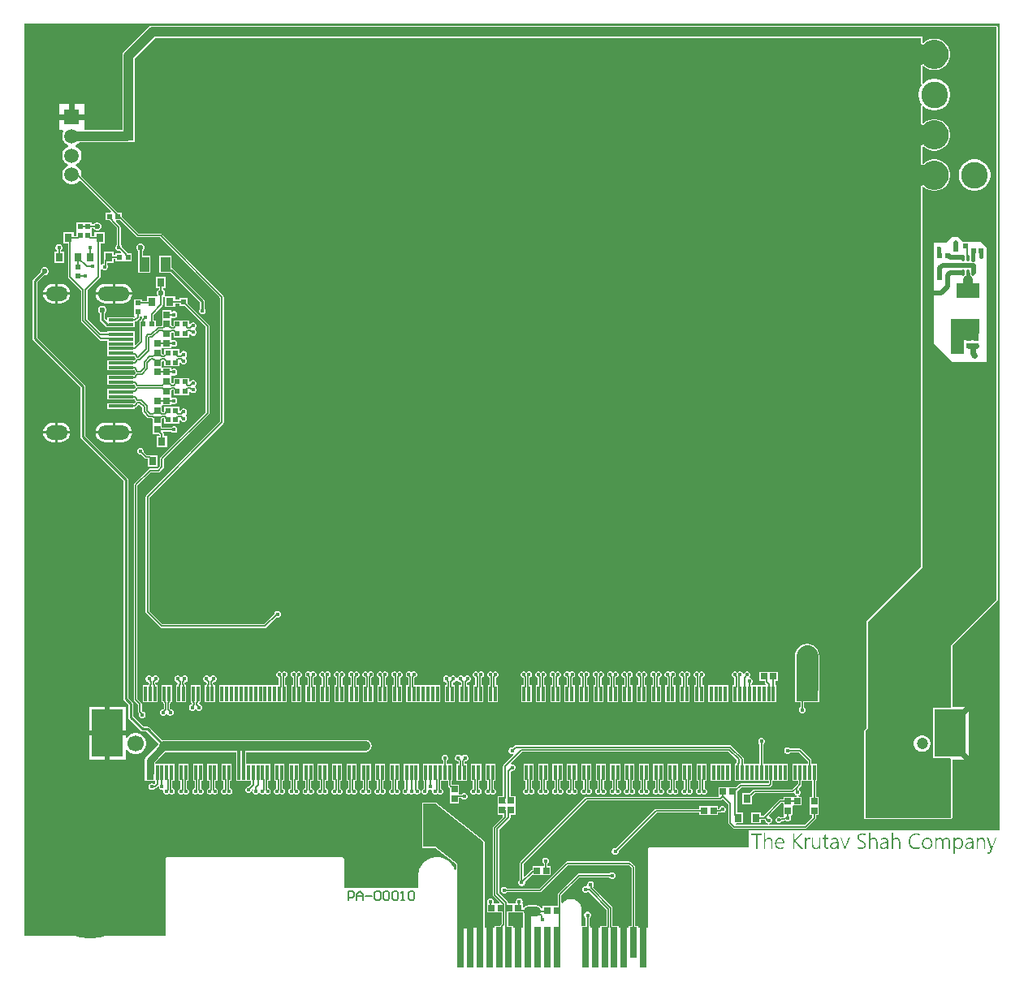
<source format=gtl>
G04*
G04 #@! TF.GenerationSoftware,Altium Limited,Altium Designer,21.5.1 (32)*
G04*
G04 Layer_Physical_Order=1*
G04 Layer_Color=255*
%FSLAX25Y25*%
%MOIN*%
G70*
G04*
G04 #@! TF.SameCoordinates,D26129CB-67A6-4236-8345-823BA6B4C65A*
G04*
G04*
G04 #@! TF.FilePolarity,Positive*
G04*
G01*
G75*
%ADD12C,0.00500*%
%ADD14C,0.00606*%
%ADD15C,0.01000*%
%ADD18C,0.01575*%
%ADD19R,0.05512X0.03740*%
%ADD20R,0.03150X0.03543*%
%ADD21R,0.09449X0.05906*%
%ADD22R,0.02047X0.02205*%
%ADD23R,0.02205X0.02047*%
G04:AMPARAMS|DCode=24|XSize=26.38mil|YSize=11.81mil|CornerRadius=1.95mil|HoleSize=0mil|Usage=FLASHONLY|Rotation=90.000|XOffset=0mil|YOffset=0mil|HoleType=Round|Shape=RoundedRectangle|*
%AMROUNDEDRECTD24*
21,1,0.02638,0.00791,0,0,90.0*
21,1,0.02248,0.01181,0,0,90.0*
1,1,0.00390,0.00396,0.01124*
1,1,0.00390,0.00396,-0.01124*
1,1,0.00390,-0.00396,-0.01124*
1,1,0.00390,-0.00396,0.01124*
%
%ADD24ROUNDEDRECTD24*%
%ADD25R,0.02254X0.02237*%
%ADD26R,0.02237X0.02254*%
%ADD27R,0.01181X0.05906*%
%ADD28R,0.18898X0.05906*%
%ADD29R,0.03150X0.05906*%
%ADD30R,0.12992X0.19685*%
%ADD31R,0.07087X0.05906*%
%ADD32R,0.09055X0.05906*%
%ADD33R,0.02631X0.02648*%
%ADD34R,0.02648X0.02631*%
%ADD35R,0.03937X0.05906*%
%ADD36R,0.02756X0.16535*%
%ADD37R,0.02756X0.12598*%
%ADD38R,0.10236X0.01181*%
%ADD39R,0.03740X0.05512*%
%ADD40C,0.04724*%
%ADD41C,0.06693*%
%ADD44O,0.09055X0.05906*%
%ADD45O,0.12992X0.05906*%
%ADD46C,0.10925*%
%ADD47R,0.10925X0.10925*%
%ADD48O,0.27559X0.25197*%
%ADD49C,0.23622*%
%ADD50C,0.01772*%
%ADD51C,0.00532*%
%ADD52C,0.00531*%
%ADD53C,0.03937*%
%ADD54C,0.01968*%
%ADD55C,0.01575*%
%ADD56C,0.09055*%
%ADD57C,0.02362*%
%ADD58C,0.02205*%
%ADD59C,0.01181*%
%ADD60C,0.02756*%
%ADD61C,0.00669*%
%ADD62C,0.03150*%
%ADD63R,0.05650X0.10363*%
%ADD64R,0.11621X0.09142*%
%ADD65R,0.05906X0.05906*%
%ADD66C,0.05906*%
%ADD67C,0.02362*%
G36*
X400970Y62225D02*
X400737Y61822D01*
X298082D01*
Y54675D01*
X257087D01*
X256704Y54517D01*
X256545Y54134D01*
Y50309D01*
X256543Y50306D01*
X256482Y49999D01*
Y21654D01*
X252468D01*
Y22547D01*
X251355D01*
Y46701D01*
X251297Y46994D01*
X251131Y47242D01*
X249604Y48769D01*
X249356Y48935D01*
X249063Y48993D01*
X223425D01*
X223133Y48935D01*
X222884Y48769D01*
X212098Y37982D01*
X198737D01*
X198729Y38003D01*
X198339Y38393D01*
X197830Y38604D01*
X197278D01*
X196769Y38393D01*
X196379Y38003D01*
X196168Y37493D01*
Y36942D01*
X196379Y36433D01*
X196769Y36043D01*
X197278Y35832D01*
X197830D01*
X198339Y36043D01*
X198729Y36433D01*
X198737Y36453D01*
X212415D01*
X212707Y36511D01*
X212955Y36677D01*
X223742Y47464D01*
X248746D01*
X249826Y46384D01*
Y22547D01*
X248713D01*
Y21654D01*
X244595D01*
Y22547D01*
X241994D01*
Y29985D01*
X241994Y29985D01*
X241935Y30284D01*
X241765Y30537D01*
X241765Y30537D01*
X233963Y38340D01*
Y38533D01*
X234155Y38724D01*
X234366Y39234D01*
Y39785D01*
X234155Y40295D01*
X233765Y40684D01*
X233255Y40895D01*
X232704D01*
X232195Y40684D01*
X231805Y40295D01*
X231594Y39785D01*
Y39369D01*
X231423Y39118D01*
X231172Y38947D01*
X230755D01*
X230246Y38736D01*
X229856Y38346D01*
X229645Y37836D01*
Y37285D01*
X229856Y36776D01*
X230246Y36386D01*
X230755Y36175D01*
X231307D01*
X231816Y36386D01*
X232008Y36578D01*
X232201D01*
X239502Y29276D01*
Y22547D01*
X236902D01*
Y21654D01*
X232784Y21654D01*
Y22547D01*
X232560D01*
Y25787D01*
X232581Y25796D01*
X232971Y26186D01*
X233182Y26695D01*
Y27246D01*
X232971Y27756D01*
X232581Y28145D01*
X232071Y28356D01*
X231520D01*
X231011Y28145D01*
X230621Y27756D01*
X230410Y27246D01*
Y26695D01*
X230621Y26186D01*
X231011Y25796D01*
X231031Y25787D01*
Y22547D01*
X229345D01*
Y29331D01*
X229339Y29357D01*
X229343Y29383D01*
X229313Y29845D01*
X229292Y29922D01*
X229287Y30001D01*
X229048Y30894D01*
X229001Y30988D01*
X228967Y31087D01*
X228505Y31888D01*
X228436Y31967D01*
X228378Y32054D01*
X227724Y32708D01*
X227636Y32767D01*
X227557Y32836D01*
X226757Y33298D01*
X226657Y33332D01*
X226563Y33378D01*
X225670Y33618D01*
X225565Y33625D01*
X225462Y33645D01*
X224538D01*
X224435Y33625D01*
X224330Y33618D01*
X223437Y33378D01*
X223343Y33332D01*
X223243Y33298D01*
X222443Y32836D01*
X222363Y32767D01*
X222276Y32708D01*
X221622Y32054D01*
X221564Y31967D01*
X221495Y31888D01*
X221481Y31864D01*
X220981Y31998D01*
Y35048D01*
X228475Y42542D01*
X240639D01*
X240672Y42461D01*
X241062Y42072D01*
X241572Y41861D01*
X242123D01*
X242632Y42072D01*
X243022Y42461D01*
X243233Y42971D01*
Y43522D01*
X243022Y44032D01*
X242632Y44421D01*
X242123Y44632D01*
X241572D01*
X241062Y44421D01*
X240713Y44072D01*
X228159D01*
X228158Y44072D01*
X227866Y44014D01*
X227618Y43848D01*
X219676Y35906D01*
X219510Y35658D01*
X219452Y35365D01*
Y30716D01*
X217288D01*
Y30716D01*
X216964D01*
Y30716D01*
X213334D01*
Y29840D01*
X212834Y29689D01*
X212410Y30323D01*
X211593Y30869D01*
X210630Y31060D01*
X207677D01*
X206714Y30869D01*
X205898Y30323D01*
X205730Y30073D01*
X205230Y30224D01*
Y31757D01*
X205230D01*
X205051Y32025D01*
X205126Y32205D01*
Y32756D01*
X204915Y33265D01*
X204525Y33655D01*
X204016Y33866D01*
X203465D01*
X202955Y33655D01*
X202565Y33265D01*
X202354Y32756D01*
Y32205D01*
X202368Y32173D01*
X202090Y31757D01*
X201600D01*
Y31757D01*
X201276D01*
Y31757D01*
X199489D01*
X199121Y32038D01*
X199063Y32331D01*
X198897Y32579D01*
X195432Y36044D01*
Y62143D01*
X199875Y66587D01*
X199875Y66587D01*
X200041Y66835D01*
X200099Y67127D01*
Y68294D01*
X202228D01*
Y71748D01*
X202228Y72248D01*
X202228Y72425D01*
Y75879D01*
X200108D01*
Y85913D01*
X200487Y86223D01*
X200512Y86213D01*
X201063D01*
X201572Y86424D01*
X201962Y86813D01*
X202173Y87323D01*
Y87874D01*
X201962Y88383D01*
X201572Y88773D01*
X201063Y88984D01*
X200553D01*
X200460Y89094D01*
X200299Y89437D01*
X205054Y94192D01*
X289569D01*
X293004Y90757D01*
Y89751D01*
X292894Y89641D01*
X292729Y89393D01*
X292670Y89100D01*
Y89083D01*
X292216D01*
Y82177D01*
X306194D01*
Y81215D01*
X305982Y81002D01*
X294520D01*
X294228Y80944D01*
X293980Y80778D01*
X292781Y79580D01*
X289532D01*
Y79580D01*
X289208D01*
Y79580D01*
X285578D01*
Y75932D01*
X285250Y75568D01*
X231299D01*
X231007Y75510D01*
X230759Y75344D01*
X204184Y48769D01*
X204018Y48521D01*
X203960Y48228D01*
Y41538D01*
X203939Y41529D01*
X203550Y41139D01*
X203339Y40630D01*
Y40079D01*
X203550Y39569D01*
X203939Y39180D01*
X204449Y38969D01*
X205000D01*
X205509Y39180D01*
X205899Y39569D01*
X206110Y40079D01*
Y40630D01*
X206097Y40662D01*
X208687Y43252D01*
X209110Y43452D01*
Y43452D01*
X209110Y43452D01*
X212564D01*
X213064Y43452D01*
X213241Y43452D01*
X216694D01*
Y47099D01*
X215332D01*
Y48029D01*
X215352Y48038D01*
X215742Y48428D01*
X215953Y48937D01*
Y49488D01*
X215742Y49998D01*
X215352Y50387D01*
X214843Y50598D01*
X214291D01*
X213782Y50387D01*
X213392Y49998D01*
X213181Y49488D01*
Y48937D01*
X213392Y48428D01*
X213782Y48038D01*
X213802Y48029D01*
Y47453D01*
X213449Y47099D01*
X212740Y47099D01*
X212564Y47099D01*
X209110D01*
Y45556D01*
X208860Y45506D01*
X208612Y45340D01*
X208612Y45340D01*
X205951Y42679D01*
X205489Y42871D01*
Y47912D01*
X231616Y74038D01*
X286417D01*
X286710Y74097D01*
X286958Y74262D01*
X287393Y74698D01*
X289590Y72501D01*
Y64961D01*
X289648Y64668D01*
X289814Y64420D01*
X291479Y62755D01*
X291727Y62589D01*
X292020Y62531D01*
X321169D01*
X321462Y62589D01*
X321710Y62755D01*
X325344Y66388D01*
X325344Y66388D01*
X325510Y66637D01*
X325568Y66929D01*
Y68058D01*
X326627D01*
Y71512D01*
X326627Y72012D01*
X326627Y72189D01*
Y75643D01*
X325568D01*
Y82177D01*
X325894D01*
Y89083D01*
X323665D01*
Y90485D01*
X323607Y90778D01*
X323441Y91026D01*
X323441Y91026D01*
X319333Y95134D01*
X319085Y95300D01*
X318792Y95358D01*
X315054D01*
X315046Y95379D01*
X314656Y95768D01*
X314147Y95979D01*
X313595D01*
X313086Y95768D01*
X312696Y95379D01*
X312485Y94869D01*
Y94318D01*
X312696Y93809D01*
X313086Y93419D01*
X313595Y93208D01*
X314147D01*
X314656Y93419D01*
X315046Y93809D01*
X315054Y93829D01*
X318476D01*
X322136Y90169D01*
Y89083D01*
X315839D01*
Y82177D01*
X318133D01*
Y81025D01*
X315714Y78606D01*
X300283D01*
X299990Y78548D01*
X299742Y78382D01*
X298434Y77075D01*
X295169D01*
Y72531D01*
X299319D01*
Y75796D01*
X300599Y77077D01*
X316031D01*
X316149Y77100D01*
X316365Y77106D01*
X316762Y76827D01*
X316840Y76639D01*
X317202Y76277D01*
X317527Y76143D01*
X317427Y75643D01*
X316090D01*
Y75643D01*
X315800D01*
Y75643D01*
X312153D01*
Y74592D01*
X311032D01*
X311032Y74592D01*
X310739Y74534D01*
X310491Y74368D01*
X303817Y67694D01*
X303059D01*
Y69201D01*
X298909D01*
Y64657D01*
X303059D01*
Y66164D01*
X304457D01*
X304716Y65905D01*
Y65669D01*
X304927Y65160D01*
X305317Y64770D01*
X305827Y64559D01*
X305824Y64060D01*
X292686D01*
X292621Y64157D01*
X292888Y64657D01*
X295579D01*
Y69201D01*
X293145D01*
Y75932D01*
X293162D01*
Y77798D01*
X294837Y79473D01*
X306299D01*
X306591Y79531D01*
X306839Y79697D01*
X307499Y80357D01*
X307665Y80605D01*
X307723Y80898D01*
Y82177D01*
X314083D01*
Y89083D01*
X303914D01*
Y97242D01*
X303935Y97250D01*
X304324Y97640D01*
X304535Y98150D01*
Y98701D01*
X304324Y99210D01*
X303935Y99600D01*
X303425Y99811D01*
X302874D01*
X302365Y99600D01*
X301975Y99210D01*
X301764Y98701D01*
Y98150D01*
X301975Y97640D01*
X302365Y97250D01*
X302385Y97242D01*
Y89083D01*
X295912D01*
Y91109D01*
X295854Y91402D01*
X295688Y91650D01*
X290841Y96497D01*
X290593Y96663D01*
X290300Y96721D01*
X202256D01*
X201963Y96663D01*
X201715Y96497D01*
X201083Y95866D01*
X201063Y95874D01*
X200512D01*
X200002Y95663D01*
X199613Y95273D01*
X199402Y94764D01*
Y94213D01*
X199613Y93703D01*
X200002Y93313D01*
X200512Y93102D01*
X201063D01*
X201116Y93124D01*
X201399Y92700D01*
X197256Y88557D01*
X197090Y88309D01*
X197031Y88016D01*
Y75879D01*
X194899D01*
Y72425D01*
X194899Y71925D01*
X194899Y71748D01*
Y68294D01*
X197031D01*
Y67320D01*
X193126Y63415D01*
X192961Y63167D01*
X192903Y62874D01*
Y35313D01*
X192961Y35020D01*
X193126Y34772D01*
X195680Y32219D01*
X195489Y31757D01*
X194132Y31757D01*
X193955Y31757D01*
X193579D01*
X193302Y32173D01*
X193315Y32205D01*
Y32756D01*
X193104Y33265D01*
X192714Y33655D01*
X192205Y33866D01*
X191654D01*
X191144Y33655D01*
X190754Y33265D01*
X190543Y32756D01*
Y32205D01*
X190642Y31967D01*
X190501Y31757D01*
X190501D01*
Y28109D01*
X193955D01*
X194455Y28109D01*
X194632Y28109D01*
X196586D01*
Y23455D01*
X196060Y22929D01*
X195894Y22680D01*
X195867Y22547D01*
X193595D01*
Y21654D01*
X190016D01*
X189516Y22153D01*
Y57087D01*
X189504Y57116D01*
X189513Y57147D01*
X189427Y57304D01*
X189358Y57469D01*
X189329Y57481D01*
X189313Y57509D01*
X169738Y73149D01*
X169566Y73199D01*
X169400Y73267D01*
X164370D01*
X163987Y73109D01*
X163829Y72726D01*
Y55118D01*
X163987Y54735D01*
X164370Y54577D01*
X169212D01*
X177808Y47808D01*
Y45687D01*
X177308Y45588D01*
X176884Y46612D01*
X176840Y46678D01*
X176810Y46751D01*
X176049Y47890D01*
X175993Y47946D01*
X175949Y48011D01*
X174981Y48980D01*
X174915Y49024D01*
X174859Y49080D01*
X173721Y49841D01*
X173647Y49871D01*
X173582Y49915D01*
X172317Y50439D01*
X172239Y50454D01*
X172166Y50485D01*
X170823Y50752D01*
X170744Y50752D01*
X170666Y50767D01*
X169297Y50768D01*
X169219Y50752D01*
X169140Y50752D01*
X167797Y50485D01*
X167724Y50455D01*
X167646Y50440D01*
X166381Y49916D01*
X166315Y49872D01*
X166242Y49842D01*
X165103Y49081D01*
X165047Y49025D01*
X164982Y48981D01*
X164013Y48013D01*
X163969Y47947D01*
X163913Y47891D01*
X163152Y46753D01*
X163122Y46680D01*
X163078Y46614D01*
X162553Y45349D01*
X162538Y45272D01*
X162508Y45199D01*
X162240Y43855D01*
X162240Y43796D01*
X162226Y43738D01*
X162192Y43053D01*
X162195Y43033D01*
X162191Y43014D01*
Y38315D01*
X131904D01*
Y49999D01*
X131843Y50306D01*
X131668Y50566D01*
X131408Y50740D01*
X131101Y50801D01*
X59254D01*
X58946Y50740D01*
X58686Y50566D01*
X58512Y50306D01*
X58451Y49999D01*
Y18321D01*
X604D01*
Y393096D01*
X400970D01*
Y62225D01*
D02*
G37*
G36*
X324039Y75643D02*
X322979D01*
Y72189D01*
X322979Y71689D01*
X322979Y71512D01*
Y68058D01*
X324039D01*
Y67246D01*
X320853Y64060D01*
X306381D01*
X306378Y64559D01*
X306887Y64770D01*
X307277Y65160D01*
X307488Y65669D01*
Y66220D01*
X307277Y66730D01*
X306887Y67120D01*
X306378Y67331D01*
X306324D01*
X306117Y67831D01*
X311314Y73027D01*
X311834D01*
X312153Y72709D01*
X312153Y71689D01*
X312153Y71512D01*
Y68058D01*
X312153D01*
X312422Y67558D01*
X312310Y67318D01*
X311130Y67037D01*
X311024Y67143D01*
X310550Y67339D01*
X310038D01*
X309565Y67143D01*
X309203Y66781D01*
X309007Y66308D01*
Y65796D01*
X309203Y65323D01*
X309565Y64961D01*
X310038Y64765D01*
X310550D01*
X311024Y64961D01*
X311386Y65323D01*
X311479Y65548D01*
X313028Y65917D01*
X313191Y65754D01*
X313701Y65543D01*
X314252D01*
X314761Y65754D01*
X315151Y66144D01*
X315362Y66654D01*
Y67205D01*
X315216Y67558D01*
X315460Y68058D01*
X315800D01*
X315800Y71632D01*
X315932Y71805D01*
X316166Y72012D01*
X319737D01*
Y75643D01*
X318435D01*
X318335Y76143D01*
X318660Y76277D01*
X319022Y76639D01*
X319218Y77113D01*
Y77625D01*
X319022Y78098D01*
X318660Y78460D01*
X318464Y78541D01*
Y79040D01*
X318464Y79040D01*
X318439Y79168D01*
X319438Y80168D01*
X319604Y80416D01*
X319662Y80709D01*
Y82177D01*
X324039D01*
Y75643D01*
D02*
G37*
G36*
X204480Y28095D02*
X204480Y28095D01*
X205250D01*
X205352Y27580D01*
X205369Y27555D01*
Y21654D01*
X201287D01*
Y22547D01*
X199115D01*
Y26856D01*
X199121Y26886D01*
Y28109D01*
X201276D01*
Y28109D01*
X201600D01*
Y28109D01*
X204406D01*
X204480Y28095D01*
D02*
G37*
G36*
X188975Y57087D02*
Y21654D01*
X178703Y21653D01*
X178349Y22007D01*
X178349Y48228D01*
X178150D01*
X169400Y55118D01*
X164370D01*
Y72726D01*
X169400D01*
X188975Y57087D01*
D02*
G37*
G36*
X344737Y60560D02*
X344802D01*
X344977Y60549D01*
X345163Y60516D01*
X345371Y60483D01*
X345579Y60428D01*
X345775Y60363D01*
Y59729D01*
X345764D01*
X345753Y59740D01*
X345721Y59762D01*
X345677Y59784D01*
X345557Y59827D01*
X345404Y59893D01*
X345218Y59948D01*
X344999Y60002D01*
X344748Y60035D01*
X344485Y60046D01*
X344387D01*
X344311Y60035D01*
X344234Y60024D01*
X344147Y60013D01*
X343961Y59969D01*
X343950D01*
X343917Y59958D01*
X343873Y59948D01*
X343819Y59926D01*
X343677Y59860D01*
X343535Y59773D01*
X343524Y59762D01*
X343502Y59751D01*
X343469Y59718D01*
X343425Y59685D01*
X343327Y59576D01*
X343239Y59445D01*
Y59434D01*
X343229Y59412D01*
X343207Y59368D01*
X343196Y59325D01*
X343174Y59259D01*
X343152Y59182D01*
X343141Y59008D01*
Y58997D01*
Y58964D01*
Y58920D01*
X343152Y58865D01*
X343174Y58723D01*
X343207Y58581D01*
Y58570D01*
X343218Y58548D01*
X343239Y58516D01*
X343261Y58472D01*
X343338Y58374D01*
X343436Y58253D01*
X343447Y58242D01*
X343469Y58232D01*
X343502Y58199D01*
X343546Y58155D01*
X343600Y58111D01*
X343677Y58057D01*
X343841Y57947D01*
X343851Y57936D01*
X343884Y57925D01*
X343939Y57893D01*
X344016Y57849D01*
X344114Y57794D01*
X344223Y57729D01*
X344343Y57663D01*
X344475Y57587D01*
X344496Y57576D01*
X344540Y57554D01*
X344617Y57510D01*
X344704Y57455D01*
X344813Y57401D01*
X344923Y57324D01*
X345152Y57182D01*
X345163Y57171D01*
X345207Y57149D01*
X345251Y57106D01*
X345327Y57062D01*
X345480Y56920D01*
X345633Y56767D01*
X345644Y56756D01*
X345666Y56734D01*
X345699Y56690D01*
X345742Y56636D01*
X345797Y56570D01*
X345841Y56494D01*
X345928Y56319D01*
Y56308D01*
X345939Y56275D01*
X345961Y56231D01*
X345983Y56166D01*
X345994Y56078D01*
X346016Y55991D01*
X346027Y55783D01*
Y55761D01*
Y55718D01*
X346016Y55641D01*
X346005Y55543D01*
X345994Y55433D01*
X345961Y55313D01*
X345928Y55182D01*
X345874Y55062D01*
X345863Y55051D01*
X345841Y55007D01*
X345808Y54953D01*
X345764Y54887D01*
X345699Y54799D01*
X345633Y54712D01*
X345546Y54636D01*
X345447Y54548D01*
X345436Y54537D01*
X345404Y54515D01*
X345338Y54483D01*
X345262Y54439D01*
X345163Y54395D01*
X345054Y54340D01*
X344934Y54297D01*
X344792Y54253D01*
X344770D01*
X344726Y54231D01*
X344649Y54220D01*
X344551Y54198D01*
X344431Y54176D01*
X344289Y54166D01*
X344136Y54144D01*
X343873D01*
X343764Y54155D01*
X343622Y54176D01*
X343589D01*
X343546Y54187D01*
X343502Y54198D01*
X343371Y54209D01*
X343218Y54242D01*
X343207D01*
X343185Y54253D01*
X343141D01*
X343087Y54264D01*
X342955Y54297D01*
X342813Y54340D01*
X342802D01*
X342780Y54351D01*
X342748Y54362D01*
X342704Y54384D01*
X342605Y54428D01*
X342518Y54483D01*
Y55160D01*
X342529D01*
X342540Y55138D01*
X342573Y55116D01*
X342617Y55084D01*
X342726Y55018D01*
X342857Y54942D01*
X342868D01*
X342890Y54931D01*
X342922Y54909D01*
X342977Y54887D01*
X343097Y54843D01*
X343239Y54789D01*
X343250D01*
X343272Y54778D01*
X343316Y54767D01*
X343360Y54756D01*
X343491Y54723D01*
X343633Y54690D01*
X343666D01*
X343709Y54679D01*
X343753D01*
X343873Y54668D01*
X344136D01*
X344256Y54679D01*
X344409Y54701D01*
X344584Y54734D01*
X344759Y54778D01*
X344923Y54843D01*
X345065Y54931D01*
X345076Y54942D01*
X345119Y54985D01*
X345174Y55040D01*
X345251Y55127D01*
X345316Y55248D01*
X345371Y55379D01*
X345414Y55532D01*
X345426Y55718D01*
Y55729D01*
Y55761D01*
Y55805D01*
X345414Y55871D01*
X345393Y56002D01*
X345338Y56144D01*
Y56155D01*
X345327Y56177D01*
X345305Y56209D01*
X345272Y56253D01*
X345196Y56373D01*
X345076Y56494D01*
X345065Y56505D01*
X345043Y56526D01*
X345010Y56559D01*
X344966Y56592D01*
X344901Y56647D01*
X344824Y56701D01*
X344649Y56811D01*
X344638Y56822D01*
X344606Y56843D01*
X344551Y56876D01*
X344475Y56920D01*
X344387Y56975D01*
X344278Y57029D01*
X344158Y57095D01*
X344026Y57171D01*
X344005Y57182D01*
X343961Y57204D01*
X343884Y57248D01*
X343786Y57302D01*
X343677Y57368D01*
X343567Y57434D01*
X343447Y57510D01*
X343338Y57576D01*
X343327Y57587D01*
X343294Y57608D01*
X343239Y57652D01*
X343174Y57696D01*
X343032Y57827D01*
X342879Y57969D01*
X342868Y57980D01*
X342846Y58002D01*
X342824Y58046D01*
X342780Y58100D01*
X342693Y58242D01*
X342617Y58406D01*
Y58417D01*
X342605Y58450D01*
X342595Y58494D01*
X342584Y58559D01*
X342562Y58647D01*
X342551Y58734D01*
X342540Y58942D01*
Y58964D01*
Y59008D01*
X342551Y59084D01*
X342562Y59171D01*
X342573Y59281D01*
X342605Y59390D01*
X342638Y59510D01*
X342693Y59620D01*
X342704Y59631D01*
X342726Y59674D01*
X342759Y59729D01*
X342813Y59794D01*
X342868Y59871D01*
X342944Y59958D01*
X343032Y60046D01*
X343130Y60122D01*
X343141Y60133D01*
X343174Y60155D01*
X343239Y60199D01*
X343316Y60243D01*
X343403Y60297D01*
X343513Y60352D01*
X343633Y60407D01*
X343764Y60450D01*
X343786Y60461D01*
X343830Y60472D01*
X343906Y60494D01*
X344005Y60516D01*
X344125Y60538D01*
X344256Y60549D01*
X344398Y60571D01*
X344671D01*
X344737Y60560D01*
D02*
G37*
G36*
X366925D02*
X367001D01*
X367187Y60538D01*
X367406Y60505D01*
X367646Y60461D01*
X367898Y60407D01*
X368138Y60319D01*
Y59707D01*
X368127D01*
X368105Y59718D01*
X368072Y59740D01*
X368018Y59762D01*
X367963Y59784D01*
X367887Y59816D01*
X367701Y59882D01*
X367493Y59937D01*
X367253Y59991D01*
X366979Y60035D01*
X366706Y60046D01*
X366608D01*
X366488Y60035D01*
X366346Y60024D01*
X366181Y59991D01*
X365996Y59958D01*
X365821Y59904D01*
X365635Y59827D01*
X365613Y59816D01*
X365559Y59794D01*
X365471Y59740D01*
X365362Y59674D01*
X365231Y59598D01*
X365100Y59499D01*
X364968Y59379D01*
X364837Y59248D01*
X364826Y59237D01*
X364783Y59182D01*
X364728Y59106D01*
X364662Y59008D01*
X364586Y58876D01*
X364498Y58723D01*
X364422Y58559D01*
X364356Y58374D01*
X364345Y58352D01*
X364334Y58286D01*
X364302Y58188D01*
X364280Y58046D01*
X364247Y57882D01*
X364214Y57696D01*
X364203Y57499D01*
X364192Y57281D01*
Y57270D01*
Y57259D01*
Y57226D01*
Y57193D01*
X364203Y57084D01*
X364214Y56953D01*
X364225Y56789D01*
X364258Y56625D01*
X364291Y56439D01*
X364334Y56264D01*
X364345Y56242D01*
X364367Y56188D01*
X364400Y56100D01*
X364444Y55980D01*
X364509Y55860D01*
X364586Y55718D01*
X364684Y55576D01*
X364783Y55433D01*
X364793Y55423D01*
X364837Y55379D01*
X364903Y55313D01*
X364990Y55237D01*
X365100Y55149D01*
X365231Y55051D01*
X365373Y54963D01*
X365526Y54876D01*
X365548Y54865D01*
X365602Y54843D01*
X365701Y54810D01*
X365821Y54778D01*
X365974Y54734D01*
X366149Y54701D01*
X366346Y54679D01*
X366553Y54668D01*
X366641D01*
X366706Y54679D01*
X366783D01*
X366870Y54690D01*
X366979Y54701D01*
X367089Y54712D01*
X367329Y54756D01*
X367602Y54821D01*
X367876Y54920D01*
X368138Y55040D01*
Y54472D01*
X368127D01*
X368105Y54461D01*
X368061Y54439D01*
X368007Y54417D01*
X367941Y54395D01*
X367865Y54373D01*
X367766Y54340D01*
X367657Y54308D01*
X367417Y54253D01*
X367132Y54198D01*
X366826Y54155D01*
X366488Y54144D01*
X366378D01*
X366247Y54155D01*
X366094Y54176D01*
X365908Y54198D01*
X365711Y54242D01*
X365504Y54297D01*
X365296Y54373D01*
X365285D01*
X365274Y54384D01*
X365209Y54417D01*
X365110Y54472D01*
X364979Y54537D01*
X364837Y54625D01*
X364684Y54734D01*
X364531Y54865D01*
X364378Y55007D01*
X364356Y55029D01*
X364313Y55084D01*
X364247Y55171D01*
X364159Y55291D01*
X364061Y55433D01*
X363963Y55597D01*
X363875Y55783D01*
X363788Y55991D01*
Y56002D01*
X363777Y56013D01*
X363766Y56046D01*
X363755Y56089D01*
X363722Y56209D01*
X363689Y56362D01*
X363657Y56548D01*
X363624Y56756D01*
X363602Y56985D01*
X363591Y57237D01*
Y57248D01*
Y57270D01*
Y57302D01*
Y57357D01*
X363602Y57423D01*
Y57488D01*
X363624Y57663D01*
X363646Y57860D01*
X363679Y58089D01*
X363733Y58319D01*
X363810Y58548D01*
Y58559D01*
X363821Y58581D01*
X363832Y58603D01*
X363854Y58647D01*
X363897Y58767D01*
X363974Y58909D01*
X364061Y59073D01*
X364170Y59259D01*
X364291Y59434D01*
X364433Y59609D01*
X364455Y59631D01*
X364509Y59685D01*
X364597Y59762D01*
X364706Y59860D01*
X364848Y59980D01*
X365023Y60090D01*
X365209Y60210D01*
X365416Y60308D01*
X365427D01*
X365438Y60319D01*
X365471Y60330D01*
X365515Y60352D01*
X365569Y60374D01*
X365635Y60396D01*
X365799Y60439D01*
X365985Y60483D01*
X366214Y60527D01*
X366455Y60560D01*
X366717Y60571D01*
X366848D01*
X366925Y60560D01*
D02*
G37*
G36*
X393638Y58789D02*
X393769Y58778D01*
X393933Y58745D01*
X394108Y58680D01*
X394293Y58592D01*
X394479Y58483D01*
X394556Y58406D01*
X394632Y58319D01*
X394654Y58297D01*
X394698Y58232D01*
X394753Y58122D01*
X394829Y57969D01*
X394895Y57783D01*
X394960Y57543D01*
X395004Y57270D01*
X395015Y56953D01*
Y54253D01*
X394458D01*
Y56811D01*
Y56832D01*
Y56876D01*
X394446Y56953D01*
X394436Y57051D01*
X394425Y57160D01*
X394403Y57292D01*
X394370Y57423D01*
X394326Y57565D01*
X394261Y57707D01*
X394195Y57838D01*
X394108Y57969D01*
X393998Y58078D01*
X393867Y58177D01*
X393725Y58253D01*
X393561Y58297D01*
X393364Y58319D01*
X393310D01*
X393255Y58308D01*
X393190D01*
X393102Y58286D01*
X393015Y58264D01*
X392916Y58242D01*
X392818Y58199D01*
X392807D01*
X392774Y58177D01*
X392730Y58155D01*
X392676Y58111D01*
X392534Y58013D01*
X392392Y57871D01*
X392381Y57860D01*
X392359Y57838D01*
X392326Y57794D01*
X392293Y57740D01*
X392250Y57663D01*
X392206Y57587D01*
X392118Y57390D01*
Y57379D01*
X392108Y57346D01*
X392086Y57292D01*
X392075Y57215D01*
X392053Y57128D01*
X392031Y57018D01*
X392020Y56789D01*
Y54253D01*
X391463D01*
Y58691D01*
X392020D01*
Y57915D01*
X392031D01*
X392042Y57925D01*
X392053Y57958D01*
X392086Y58002D01*
X392118Y58057D01*
X392173Y58122D01*
X392239Y58199D01*
X392315Y58275D01*
X392403Y58363D01*
X392501Y58439D01*
X392610Y58516D01*
X392730Y58592D01*
X392862Y58658D01*
X393015Y58723D01*
X393168Y58767D01*
X393343Y58789D01*
X393517Y58800D01*
X393583D01*
X393638Y58789D01*
D02*
G37*
G36*
X384238D02*
X384336Y58778D01*
X384456Y58756D01*
X384588Y58734D01*
X384708Y58691D01*
X384839Y58636D01*
X384850Y58625D01*
X384894Y58603D01*
X384959Y58570D01*
X385036Y58527D01*
X385123Y58461D01*
X385222Y58385D01*
X385320Y58297D01*
X385407Y58199D01*
X385418Y58188D01*
X385451Y58155D01*
X385495Y58089D01*
X385539Y58013D01*
X385604Y57915D01*
X385659Y57794D01*
X385714Y57663D01*
X385768Y57521D01*
X385779Y57499D01*
X385790Y57455D01*
X385812Y57368D01*
X385834Y57259D01*
X385856Y57128D01*
X385877Y56964D01*
X385899Y56800D01*
Y56614D01*
Y56603D01*
Y56592D01*
Y56559D01*
Y56516D01*
X385888Y56417D01*
X385877Y56275D01*
X385866Y56122D01*
X385845Y55947D01*
X385801Y55772D01*
X385757Y55597D01*
X385746Y55576D01*
X385735Y55521D01*
X385702Y55433D01*
X385659Y55335D01*
X385593Y55215D01*
X385528Y55084D01*
X385451Y54953D01*
X385353Y54821D01*
X385342Y54810D01*
X385309Y54767D01*
X385254Y54712D01*
X385178Y54636D01*
X385090Y54559D01*
X384981Y54472D01*
X384861Y54395D01*
X384730Y54319D01*
X384708Y54308D01*
X384664Y54297D01*
X384588Y54264D01*
X384489Y54231D01*
X384358Y54198D01*
X384216Y54176D01*
X384063Y54155D01*
X383888Y54144D01*
X383844D01*
X383801Y54155D01*
X383735D01*
X383659Y54166D01*
X383571Y54187D01*
X383364Y54242D01*
X383254Y54286D01*
X383134Y54340D01*
X383025Y54406D01*
X382904Y54493D01*
X382795Y54581D01*
X382686Y54690D01*
X382588Y54821D01*
X382489Y54963D01*
X382478D01*
Y52209D01*
X381921D01*
Y58691D01*
X382478D01*
Y57838D01*
X382489D01*
Y57849D01*
X382500Y57860D01*
X382533Y57915D01*
X382588Y58002D01*
X382664Y58100D01*
X382762Y58221D01*
X382872Y58341D01*
X383003Y58450D01*
X383145Y58548D01*
X383167Y58559D01*
X383221Y58592D01*
X383309Y58625D01*
X383418Y58680D01*
X383560Y58723D01*
X383713Y58756D01*
X383899Y58789D01*
X384085Y58800D01*
X384161D01*
X384238Y58789D01*
D02*
G37*
G36*
X379265D02*
X379363Y58767D01*
X379472Y58745D01*
X379593Y58701D01*
X379735Y58647D01*
X379866Y58570D01*
X380008Y58472D01*
X380139Y58363D01*
X380259Y58210D01*
X380369Y58035D01*
X380467Y57827D01*
X380533Y57587D01*
X380587Y57302D01*
X380598Y56985D01*
Y54253D01*
X380041D01*
Y56865D01*
Y56887D01*
Y56931D01*
Y57007D01*
X380030Y57095D01*
Y57204D01*
X380019Y57313D01*
X379997Y57423D01*
X379975Y57532D01*
Y57543D01*
X379964Y57576D01*
X379953Y57630D01*
X379931Y57696D01*
X379866Y57838D01*
X379779Y57980D01*
Y57991D01*
X379757Y58013D01*
X379691Y58078D01*
X379593Y58155D01*
X379462Y58232D01*
X379451D01*
X379429Y58242D01*
X379385Y58264D01*
X379330Y58275D01*
X379265Y58297D01*
X379177Y58308D01*
X378992Y58319D01*
X378948D01*
X378904Y58308D01*
X378849D01*
X378696Y58264D01*
X378620Y58242D01*
X378532Y58199D01*
X378521D01*
X378500Y58177D01*
X378456Y58155D01*
X378401Y58111D01*
X378281Y58013D01*
X378150Y57882D01*
X378139Y57871D01*
X378128Y57849D01*
X378095Y57805D01*
X378062Y57751D01*
X378019Y57685D01*
X377975Y57598D01*
X377899Y57412D01*
Y57401D01*
X377888Y57368D01*
X377877Y57313D01*
X377855Y57237D01*
X377844Y57149D01*
X377822Y57051D01*
X377811Y56822D01*
Y54253D01*
X377254D01*
Y56920D01*
Y56931D01*
Y56985D01*
X377243Y57051D01*
X377232Y57139D01*
X377221Y57248D01*
X377199Y57368D01*
X377166Y57488D01*
X377122Y57619D01*
X377057Y57751D01*
X376991Y57882D01*
X376904Y57991D01*
X376795Y58100D01*
X376674Y58188D01*
X376532Y58264D01*
X376357Y58308D01*
X376172Y58319D01*
X376128D01*
X376084Y58308D01*
X376029D01*
X375876Y58264D01*
X375800Y58242D01*
X375712Y58199D01*
X375702D01*
X375680Y58177D01*
X375636Y58155D01*
X375592Y58122D01*
X375472Y58024D01*
X375341Y57893D01*
X375330Y57882D01*
X375319Y57860D01*
X375286Y57816D01*
X375253Y57762D01*
X375221Y57685D01*
X375177Y57608D01*
X375100Y57412D01*
Y57401D01*
X375090Y57368D01*
X375079Y57302D01*
X375057Y57237D01*
X375046Y57139D01*
X375024Y57040D01*
X375013Y56920D01*
Y56800D01*
Y54253D01*
X374455D01*
Y58691D01*
X375013D01*
Y57980D01*
X375024D01*
X375035Y57991D01*
X375046Y58013D01*
X375079Y58057D01*
X375111Y58111D01*
X375221Y58242D01*
X375374Y58395D01*
X375559Y58538D01*
X375800Y58669D01*
X375931Y58723D01*
X376073Y58767D01*
X376226Y58789D01*
X376390Y58800D01*
X376478D01*
X376532Y58789D01*
X376685Y58767D01*
X376838Y58723D01*
X376849D01*
X376871Y58712D01*
X376915Y58691D01*
X376958Y58669D01*
X377079Y58603D01*
X377210Y58516D01*
X377221D01*
X377243Y58494D01*
X377308Y58439D01*
X377396Y58341D01*
X377494Y58221D01*
X377505Y58210D01*
X377516Y58188D01*
X377538Y58155D01*
X377560Y58111D01*
X377614Y57980D01*
X377669Y57827D01*
Y57838D01*
X377680Y57849D01*
X377713Y57904D01*
X377767Y57991D01*
X377833Y58089D01*
X377920Y58210D01*
X378030Y58330D01*
X378150Y58450D01*
X378281Y58548D01*
X378303Y58559D01*
X378347Y58592D01*
X378423Y58625D01*
X378532Y58680D01*
X378653Y58723D01*
X378795Y58756D01*
X378959Y58789D01*
X379134Y58800D01*
X379199D01*
X379265Y58789D01*
D02*
G37*
G36*
X322866Y58767D02*
X322953Y58756D01*
X322975D01*
X323019Y58745D01*
X323084Y58723D01*
X323150Y58701D01*
Y58122D01*
X323139Y58133D01*
X323117Y58144D01*
X323074Y58166D01*
X323008Y58199D01*
X322942Y58232D01*
X322855Y58253D01*
X322746Y58264D01*
X322636Y58275D01*
X322560D01*
X322505Y58264D01*
X322374Y58242D01*
X322243Y58188D01*
X322232D01*
X322221Y58177D01*
X322145Y58122D01*
X322046Y58057D01*
X321948Y57958D01*
Y57947D01*
X321926Y57936D01*
X321904Y57904D01*
X321871Y57860D01*
X321806Y57751D01*
X321729Y57619D01*
Y57608D01*
X321718Y57587D01*
X321696Y57554D01*
X321675Y57499D01*
X321631Y57379D01*
X321587Y57226D01*
Y57215D01*
X321576Y57193D01*
X321565Y57149D01*
X321554Y57106D01*
X321533Y56975D01*
X321511Y56822D01*
Y56811D01*
Y56789D01*
X321500Y56745D01*
Y56690D01*
X321489Y56570D01*
Y56428D01*
Y54253D01*
X320942D01*
Y58691D01*
X321489D01*
Y57740D01*
X321500D01*
Y57751D01*
X321511Y57783D01*
X321533Y57827D01*
X321554Y57882D01*
X321620Y58024D01*
X321696Y58177D01*
X321707Y58188D01*
X321718Y58210D01*
X321740Y58242D01*
X321773Y58297D01*
X321860Y58395D01*
X321970Y58505D01*
X321981Y58516D01*
X322003Y58527D01*
X322035Y58548D01*
X322079Y58581D01*
X322188Y58647D01*
X322320Y58701D01*
X322330D01*
X322352Y58712D01*
X322385Y58723D01*
X322440Y58745D01*
X322560Y58767D01*
X322713Y58778D01*
X322789D01*
X322866Y58767D01*
D02*
G37*
G36*
X317314Y57466D02*
X320188Y54253D01*
X319379D01*
X316854Y57160D01*
Y57171D01*
X316844Y57182D01*
X316800Y57226D01*
X316756Y57281D01*
X316723Y57335D01*
X316712D01*
Y54253D01*
X316133D01*
Y60472D01*
X316712D01*
Y57543D01*
X316723D01*
X316734Y57554D01*
X316745Y57576D01*
X316789Y57630D01*
X316800Y57641D01*
X316811Y57663D01*
X316865Y57718D01*
X319281Y60472D01*
X320013D01*
X317314Y57466D01*
D02*
G37*
G36*
X397638Y53455D02*
Y53444D01*
X397627Y53422D01*
X397616Y53390D01*
X397594Y53346D01*
X397540Y53237D01*
X397463Y53083D01*
X397376Y52930D01*
X397277Y52767D01*
X397157Y52614D01*
X397037Y52482D01*
X397026Y52471D01*
X396982Y52439D01*
X396906Y52384D01*
X396807Y52329D01*
X396687Y52264D01*
X396545Y52220D01*
X396392Y52176D01*
X396217Y52165D01*
X396130D01*
X396075Y52176D01*
X395944Y52198D01*
X395813Y52231D01*
Y52745D01*
X395835D01*
X395878Y52723D01*
X395933Y52712D01*
X396009Y52690D01*
X396031D01*
X396075Y52679D01*
X396130Y52668D01*
X396250D01*
X396305Y52679D01*
X396370Y52690D01*
X396447Y52712D01*
X396523Y52745D01*
X396600Y52788D01*
X396676Y52843D01*
X396687Y52854D01*
X396709Y52876D01*
X396753Y52920D01*
X396796Y52974D01*
X396851Y53051D01*
X396917Y53138D01*
X396971Y53247D01*
X397026Y53368D01*
X397420Y54264D01*
X395714Y58691D01*
X396326D01*
X397594Y55171D01*
Y55160D01*
X397605Y55127D01*
X397627Y55073D01*
X397638Y55007D01*
Y54996D01*
X397649Y54953D01*
X397671Y54898D01*
X397682Y54832D01*
X397704D01*
Y54843D01*
X397715Y54876D01*
X397737Y54931D01*
X397747Y54985D01*
Y54996D01*
X397758Y55040D01*
X397780Y55084D01*
X397802Y55149D01*
X399146Y58691D01*
X399737D01*
X397638Y53455D01*
D02*
G37*
G36*
X337687Y54253D02*
X337152D01*
X335457Y58691D01*
X336058D01*
X337294Y55302D01*
Y55291D01*
X337315Y55248D01*
X337326Y55193D01*
X337348Y55116D01*
X337403Y54953D01*
X337436Y54767D01*
X337457D01*
Y54778D01*
X337468Y54821D01*
X337479Y54876D01*
X337490Y54953D01*
X337534Y55116D01*
X337589Y55291D01*
X338857Y58691D01*
X339458D01*
X337687Y54253D01*
D02*
G37*
G36*
X327413D02*
X326855D01*
Y54996D01*
X326834D01*
Y54985D01*
X326812Y54963D01*
X326790Y54920D01*
X326746Y54865D01*
X326702Y54799D01*
X326637Y54723D01*
X326571Y54646D01*
X326495Y54570D01*
X326396Y54493D01*
X326298Y54417D01*
X326178Y54340D01*
X326058Y54275D01*
X325915Y54220D01*
X325773Y54176D01*
X325609Y54155D01*
X325434Y54144D01*
X325369D01*
X325292Y54155D01*
X325194Y54176D01*
X325074Y54198D01*
X324932Y54242D01*
X324790Y54308D01*
X324647Y54384D01*
X324505Y54493D01*
X324363Y54614D01*
X324221Y54778D01*
X324112Y54963D01*
X324003Y55182D01*
X323926Y55444D01*
X323882Y55739D01*
X323861Y55903D01*
Y56078D01*
Y58691D01*
X324418D01*
Y56177D01*
Y56166D01*
Y56144D01*
Y56100D01*
Y56046D01*
X324429Y55980D01*
Y55903D01*
X324451Y55729D01*
X324484Y55543D01*
X324538Y55346D01*
X324604Y55160D01*
X324691Y54996D01*
X324702Y54985D01*
X324746Y54942D01*
X324812Y54876D01*
X324910Y54810D01*
X325030Y54745D01*
X325183Y54679D01*
X325358Y54636D01*
X325566Y54625D01*
X325609D01*
X325664Y54636D01*
X325741D01*
X325904Y54668D01*
X326079Y54734D01*
X326090D01*
X326123Y54756D01*
X326167Y54778D01*
X326221Y54810D01*
X326353Y54909D01*
X326484Y55040D01*
X326495Y55051D01*
X326517Y55073D01*
X326549Y55116D01*
X326582Y55182D01*
X326626Y55248D01*
X326670Y55335D01*
X326757Y55521D01*
Y55532D01*
X326768Y55576D01*
X326790Y55630D01*
X326812Y55707D01*
X326823Y55805D01*
X326845Y55903D01*
X326855Y56024D01*
Y56155D01*
Y58691D01*
X327413D01*
Y54253D01*
D02*
G37*
G36*
X388741Y58789D02*
X388807D01*
X388872Y58778D01*
X389036Y58745D01*
X389222Y58701D01*
X389408Y58625D01*
X389594Y58516D01*
X389747Y58374D01*
X389769Y58352D01*
X389812Y58297D01*
X389867Y58199D01*
X389943Y58068D01*
X390009Y57893D01*
X390074Y57674D01*
X390118Y57423D01*
X390129Y57139D01*
Y54253D01*
X389572D01*
Y55040D01*
X389550D01*
X389539Y55018D01*
X389506Y54974D01*
X389462Y54898D01*
X389397Y54799D01*
X389309Y54690D01*
X389211Y54581D01*
X389091Y54472D01*
X388960Y54373D01*
X388938Y54362D01*
X388894Y54340D01*
X388818Y54297D01*
X388719Y54264D01*
X388588Y54220D01*
X388446Y54176D01*
X388293Y54155D01*
X388118Y54144D01*
X387998D01*
X387921Y54155D01*
X387834Y54166D01*
X387736Y54176D01*
X387528Y54231D01*
X387517D01*
X387484Y54253D01*
X387440Y54264D01*
X387375Y54297D01*
X387233Y54373D01*
X387091Y54483D01*
X387080Y54493D01*
X387058Y54515D01*
X387025Y54548D01*
X386992Y54603D01*
X386905Y54723D01*
X386817Y54887D01*
Y54898D01*
X386806Y54931D01*
X386795Y54974D01*
X386774Y55040D01*
X386763Y55116D01*
X386741Y55215D01*
X386730Y55412D01*
Y55423D01*
Y55433D01*
Y55466D01*
X386741Y55510D01*
X386752Y55619D01*
X386774Y55761D01*
X386817Y55914D01*
X386883Y56067D01*
X386981Y56231D01*
X387102Y56373D01*
X387123Y56384D01*
X387167Y56428D01*
X387255Y56494D01*
X387386Y56570D01*
X387539Y56647D01*
X387725Y56723D01*
X387954Y56789D01*
X388216Y56843D01*
X389572Y57040D01*
Y57051D01*
Y57095D01*
X389561Y57160D01*
Y57237D01*
X389539Y57335D01*
X389517Y57445D01*
X389484Y57565D01*
X389452Y57685D01*
X389397Y57794D01*
X389331Y57915D01*
X389244Y58024D01*
X389156Y58122D01*
X389036Y58199D01*
X388905Y58264D01*
X388752Y58308D01*
X388577Y58319D01*
X388501D01*
X388446Y58308D01*
X388380Y58297D01*
X388293Y58286D01*
X388107Y58253D01*
X387889Y58177D01*
X387648Y58078D01*
X387517Y58013D01*
X387397Y57936D01*
X387265Y57849D01*
X387145Y57751D01*
Y58352D01*
X387156D01*
X387167Y58374D01*
X387233Y58406D01*
X387331Y58472D01*
X387451Y58527D01*
X387462D01*
X387484Y58538D01*
X387517Y58559D01*
X387561Y58581D01*
X387681Y58625D01*
X387823Y58669D01*
X387834D01*
X387856Y58680D01*
X387899Y58691D01*
X387943Y58701D01*
X388074Y58734D01*
X388227Y58767D01*
X388238D01*
X388260Y58778D01*
X388304D01*
X388358Y58789D01*
X388479Y58800D01*
X388697D01*
X388741Y58789D01*
D02*
G37*
G36*
X357110Y57925D02*
X357121D01*
X357132Y57936D01*
X357142Y57958D01*
X357175Y58002D01*
X357219Y58068D01*
X357274Y58133D01*
X357339Y58199D01*
X357416Y58286D01*
X357503Y58363D01*
X357601Y58439D01*
X357711Y58527D01*
X357831Y58592D01*
X357973Y58669D01*
X358115Y58723D01*
X358268Y58767D01*
X358432Y58789D01*
X358607Y58800D01*
X358684D01*
X358727Y58789D01*
X358858Y58778D01*
X359022Y58745D01*
X359208Y58691D01*
X359394Y58603D01*
X359569Y58494D01*
X359722Y58341D01*
X359744Y58319D01*
X359788Y58253D01*
X359842Y58144D01*
X359919Y58002D01*
X359984Y57816D01*
X360050Y57576D01*
X360093Y57313D01*
X360104Y56996D01*
Y54253D01*
X359547D01*
Y56865D01*
Y56876D01*
Y56898D01*
Y56942D01*
Y56985D01*
X359536Y57117D01*
X359514Y57281D01*
X359481Y57455D01*
X359427Y57641D01*
X359361Y57816D01*
X359274Y57958D01*
X359263Y57969D01*
X359219Y58013D01*
X359154Y58068D01*
X359066Y58144D01*
X358946Y58210D01*
X358804Y58264D01*
X358640Y58308D01*
X358443Y58319D01*
X358345D01*
X358279Y58308D01*
X358203Y58297D01*
X358115Y58275D01*
X357929Y58210D01*
X357919D01*
X357886Y58188D01*
X357842Y58166D01*
X357787Y58133D01*
X357645Y58035D01*
X357503Y57893D01*
X357492Y57882D01*
X357470Y57860D01*
X357437Y57816D01*
X357394Y57751D01*
X357350Y57674D01*
X357295Y57598D01*
X357252Y57499D01*
X357208Y57390D01*
Y57379D01*
X357197Y57335D01*
X357175Y57281D01*
X357164Y57204D01*
X357142Y57106D01*
X357121Y56996D01*
X357110Y56865D01*
Y56734D01*
Y54253D01*
X356552D01*
Y60822D01*
X357110D01*
Y57925D01*
D02*
G37*
G36*
X353831Y58789D02*
X353896D01*
X353962Y58778D01*
X354126Y58745D01*
X354312Y58701D01*
X354497Y58625D01*
X354683Y58516D01*
X354836Y58374D01*
X354858Y58352D01*
X354902Y58297D01*
X354956Y58199D01*
X355033Y58068D01*
X355099Y57893D01*
X355164Y57674D01*
X355208Y57423D01*
X355219Y57139D01*
Y54253D01*
X354661D01*
Y55040D01*
X354640D01*
X354628Y55018D01*
X354596Y54974D01*
X354552Y54898D01*
X354486Y54799D01*
X354399Y54690D01*
X354301Y54581D01*
X354180Y54472D01*
X354049Y54373D01*
X354027Y54362D01*
X353984Y54340D01*
X353907Y54297D01*
X353809Y54264D01*
X353678Y54220D01*
X353536Y54176D01*
X353382Y54155D01*
X353208Y54144D01*
X353087D01*
X353011Y54155D01*
X352923Y54166D01*
X352825Y54176D01*
X352617Y54231D01*
X352607D01*
X352574Y54253D01*
X352530Y54264D01*
X352464Y54297D01*
X352322Y54373D01*
X352180Y54483D01*
X352169Y54493D01*
X352147Y54515D01*
X352115Y54548D01*
X352082Y54603D01*
X351994Y54723D01*
X351907Y54887D01*
Y54898D01*
X351896Y54931D01*
X351885Y54974D01*
X351863Y55040D01*
X351852Y55116D01*
X351831Y55215D01*
X351819Y55412D01*
Y55423D01*
Y55433D01*
Y55466D01*
X351831Y55510D01*
X351841Y55619D01*
X351863Y55761D01*
X351907Y55914D01*
X351973Y56067D01*
X352071Y56231D01*
X352191Y56373D01*
X352213Y56384D01*
X352257Y56428D01*
X352344Y56494D01*
X352475Y56570D01*
X352628Y56647D01*
X352814Y56723D01*
X353044Y56789D01*
X353306Y56843D01*
X354661Y57040D01*
Y57051D01*
Y57095D01*
X354650Y57160D01*
Y57237D01*
X354628Y57335D01*
X354607Y57445D01*
X354574Y57565D01*
X354541Y57685D01*
X354486Y57794D01*
X354421Y57915D01*
X354333Y58024D01*
X354246Y58122D01*
X354126Y58199D01*
X353995Y58264D01*
X353842Y58308D01*
X353667Y58319D01*
X353590D01*
X353536Y58308D01*
X353470Y58297D01*
X353382Y58286D01*
X353197Y58253D01*
X352978Y58177D01*
X352738Y58078D01*
X352607Y58013D01*
X352486Y57936D01*
X352355Y57849D01*
X352235Y57751D01*
Y58352D01*
X352246D01*
X352257Y58374D01*
X352322Y58406D01*
X352421Y58472D01*
X352541Y58527D01*
X352552D01*
X352574Y58538D01*
X352607Y58559D01*
X352650Y58581D01*
X352770Y58625D01*
X352912Y58669D01*
X352923D01*
X352945Y58680D01*
X352989Y58691D01*
X353033Y58701D01*
X353164Y58734D01*
X353317Y58767D01*
X353328D01*
X353350Y58778D01*
X353393D01*
X353448Y58789D01*
X353568Y58800D01*
X353787D01*
X353831Y58789D01*
D02*
G37*
G36*
X347775Y57925D02*
X347786D01*
X347797Y57936D01*
X347808Y57958D01*
X347841Y58002D01*
X347885Y58068D01*
X347939Y58133D01*
X348005Y58199D01*
X348081Y58286D01*
X348169Y58363D01*
X348267Y58439D01*
X348377Y58527D01*
X348497Y58592D01*
X348639Y58669D01*
X348781Y58723D01*
X348934Y58767D01*
X349098Y58789D01*
X349273Y58800D01*
X349349D01*
X349393Y58789D01*
X349524Y58778D01*
X349688Y58745D01*
X349874Y58691D01*
X350060Y58603D01*
X350235Y58494D01*
X350388Y58341D01*
X350410Y58319D01*
X350453Y58253D01*
X350508Y58144D01*
X350584Y58002D01*
X350650Y57816D01*
X350716Y57576D01*
X350759Y57313D01*
X350770Y56996D01*
Y54253D01*
X350213D01*
Y56865D01*
Y56876D01*
Y56898D01*
Y56942D01*
Y56985D01*
X350202Y57117D01*
X350180Y57281D01*
X350147Y57455D01*
X350093Y57641D01*
X350027Y57816D01*
X349940Y57958D01*
X349929Y57969D01*
X349885Y58013D01*
X349819Y58068D01*
X349732Y58144D01*
X349612Y58210D01*
X349470Y58264D01*
X349306Y58308D01*
X349109Y58319D01*
X349010D01*
X348945Y58308D01*
X348868Y58297D01*
X348781Y58275D01*
X348595Y58210D01*
X348584D01*
X348552Y58188D01*
X348508Y58166D01*
X348453Y58133D01*
X348311Y58035D01*
X348169Y57893D01*
X348158Y57882D01*
X348136Y57860D01*
X348103Y57816D01*
X348060Y57751D01*
X348016Y57674D01*
X347961Y57598D01*
X347918Y57499D01*
X347874Y57390D01*
Y57379D01*
X347863Y57335D01*
X347841Y57281D01*
X347830Y57204D01*
X347808Y57106D01*
X347786Y56996D01*
X347775Y56865D01*
Y56734D01*
Y54253D01*
X347218D01*
Y60822D01*
X347775D01*
Y57925D01*
D02*
G37*
G36*
X333381Y58789D02*
X333446D01*
X333512Y58778D01*
X333676Y58745D01*
X333861Y58701D01*
X334047Y58625D01*
X334233Y58516D01*
X334386Y58374D01*
X334408Y58352D01*
X334452Y58297D01*
X334506Y58199D01*
X334583Y58068D01*
X334648Y57893D01*
X334714Y57674D01*
X334758Y57423D01*
X334769Y57139D01*
Y54253D01*
X334211D01*
Y55040D01*
X334189D01*
X334178Y55018D01*
X334146Y54974D01*
X334102Y54898D01*
X334036Y54799D01*
X333949Y54690D01*
X333851Y54581D01*
X333730Y54472D01*
X333599Y54373D01*
X333577Y54362D01*
X333534Y54340D01*
X333457Y54297D01*
X333359Y54264D01*
X333228Y54220D01*
X333085Y54176D01*
X332932Y54155D01*
X332758Y54144D01*
X332637D01*
X332561Y54155D01*
X332473Y54166D01*
X332375Y54176D01*
X332167Y54231D01*
X332156D01*
X332124Y54253D01*
X332080Y54264D01*
X332014Y54297D01*
X331872Y54373D01*
X331730Y54483D01*
X331719Y54493D01*
X331697Y54515D01*
X331665Y54548D01*
X331632Y54603D01*
X331544Y54723D01*
X331457Y54887D01*
Y54898D01*
X331446Y54931D01*
X331435Y54974D01*
X331413Y55040D01*
X331402Y55116D01*
X331380Y55215D01*
X331369Y55412D01*
Y55423D01*
Y55433D01*
Y55466D01*
X331380Y55510D01*
X331391Y55619D01*
X331413Y55761D01*
X331457Y55914D01*
X331522Y56067D01*
X331621Y56231D01*
X331741Y56373D01*
X331763Y56384D01*
X331807Y56428D01*
X331894Y56494D01*
X332025Y56570D01*
X332178Y56647D01*
X332364Y56723D01*
X332594Y56789D01*
X332856Y56843D01*
X334211Y57040D01*
Y57051D01*
Y57095D01*
X334200Y57160D01*
Y57237D01*
X334178Y57335D01*
X334157Y57445D01*
X334124Y57565D01*
X334091Y57685D01*
X334036Y57794D01*
X333971Y57915D01*
X333883Y58024D01*
X333796Y58122D01*
X333676Y58199D01*
X333545Y58264D01*
X333391Y58308D01*
X333217Y58319D01*
X333140D01*
X333085Y58308D01*
X333020Y58297D01*
X332932Y58286D01*
X332747Y58253D01*
X332528Y58177D01*
X332288Y58078D01*
X332156Y58013D01*
X332036Y57936D01*
X331905Y57849D01*
X331785Y57751D01*
Y58352D01*
X331796D01*
X331807Y58374D01*
X331872Y58406D01*
X331971Y58472D01*
X332091Y58527D01*
X332102D01*
X332124Y58538D01*
X332156Y58559D01*
X332200Y58581D01*
X332320Y58625D01*
X332463Y58669D01*
X332473D01*
X332495Y58680D01*
X332539Y58691D01*
X332583Y58701D01*
X332714Y58734D01*
X332867Y58767D01*
X332878D01*
X332900Y58778D01*
X332943D01*
X332998Y58789D01*
X333118Y58800D01*
X333337D01*
X333381Y58789D01*
D02*
G37*
G36*
X304722Y57925D02*
X304733D01*
X304744Y57936D01*
X304755Y57958D01*
X304788Y58002D01*
X304831Y58068D01*
X304886Y58133D01*
X304952Y58199D01*
X305028Y58286D01*
X305116Y58363D01*
X305214Y58439D01*
X305323Y58527D01*
X305444Y58592D01*
X305586Y58669D01*
X305728Y58723D01*
X305881Y58767D01*
X306045Y58789D01*
X306220Y58800D01*
X306296D01*
X306340Y58789D01*
X306471Y58778D01*
X306635Y58745D01*
X306821Y58691D01*
X307007Y58603D01*
X307181Y58494D01*
X307334Y58341D01*
X307356Y58319D01*
X307400Y58253D01*
X307455Y58144D01*
X307531Y58002D01*
X307597Y57816D01*
X307662Y57576D01*
X307706Y57313D01*
X307717Y56996D01*
Y54253D01*
X307159D01*
Y56865D01*
Y56876D01*
Y56898D01*
Y56942D01*
Y56985D01*
X307149Y57117D01*
X307127Y57281D01*
X307094Y57455D01*
X307039Y57641D01*
X306974Y57816D01*
X306886Y57958D01*
X306875Y57969D01*
X306832Y58013D01*
X306766Y58068D01*
X306679Y58144D01*
X306558Y58210D01*
X306416Y58264D01*
X306252Y58308D01*
X306056Y58319D01*
X305957D01*
X305892Y58308D01*
X305815Y58297D01*
X305728Y58275D01*
X305542Y58210D01*
X305531D01*
X305498Y58188D01*
X305454Y58166D01*
X305400Y58133D01*
X305258Y58035D01*
X305116Y57893D01*
X305105Y57882D01*
X305083Y57860D01*
X305050Y57816D01*
X305006Y57751D01*
X304963Y57674D01*
X304908Y57598D01*
X304864Y57499D01*
X304820Y57390D01*
Y57379D01*
X304810Y57335D01*
X304788Y57281D01*
X304777Y57204D01*
X304755Y57106D01*
X304733Y56996D01*
X304722Y56865D01*
Y56734D01*
Y54253D01*
X304165D01*
Y60822D01*
X304722D01*
Y57925D01*
D02*
G37*
G36*
X303236Y59948D02*
X301443D01*
Y54253D01*
X300864D01*
Y59948D01*
X299082D01*
Y60472D01*
X303236D01*
Y59948D01*
D02*
G37*
G36*
X329599Y58691D02*
X330747D01*
Y58210D01*
X329599D01*
Y55488D01*
Y55466D01*
Y55412D01*
X329610Y55335D01*
X329621Y55237D01*
X329664Y55029D01*
X329697Y54931D01*
X329741Y54843D01*
X329752Y54832D01*
X329774Y54810D01*
X329806Y54778D01*
X329861Y54745D01*
X329927Y54712D01*
X330014Y54679D01*
X330123Y54657D01*
X330244Y54646D01*
X330287D01*
X330342Y54657D01*
X330408Y54668D01*
X330484Y54679D01*
X330572Y54712D01*
X330659Y54745D01*
X330747Y54799D01*
Y54308D01*
X330736Y54297D01*
X330692Y54286D01*
X330637Y54264D01*
X330561Y54242D01*
X330462Y54209D01*
X330353Y54187D01*
X330233Y54176D01*
X330113Y54166D01*
X330069D01*
X330014Y54176D01*
X329949Y54187D01*
X329861Y54198D01*
X329774Y54231D01*
X329675Y54264D01*
X329577Y54319D01*
X329479Y54384D01*
X329380Y54472D01*
X329293Y54570D01*
X329205Y54690D01*
X329140Y54832D01*
X329085Y54996D01*
X329052Y55182D01*
X329041Y55401D01*
Y58210D01*
X328265D01*
Y58691D01*
X329041D01*
Y59805D01*
X329599Y59991D01*
Y58691D01*
D02*
G37*
G36*
X371439Y58789D02*
X371548Y58778D01*
X371690Y58756D01*
X371832Y58734D01*
X371985Y58691D01*
X372128Y58636D01*
X372149Y58625D01*
X372193Y58603D01*
X372259Y58570D01*
X372357Y58516D01*
X372455Y58450D01*
X372565Y58374D01*
X372674Y58286D01*
X372772Y58177D01*
X372783Y58166D01*
X372816Y58122D01*
X372871Y58057D01*
X372925Y57980D01*
X372991Y57871D01*
X373067Y57740D01*
X373133Y57598D01*
X373188Y57445D01*
X373199Y57423D01*
X373210Y57368D01*
X373231Y57281D01*
X373264Y57160D01*
X373297Y57018D01*
X373319Y56854D01*
X373330Y56669D01*
X373341Y56472D01*
Y56461D01*
Y56450D01*
Y56384D01*
X373330Y56286D01*
X373319Y56155D01*
X373308Y56013D01*
X373275Y55849D01*
X373242Y55685D01*
X373188Y55521D01*
X373177Y55499D01*
X373155Y55455D01*
X373122Y55368D01*
X373078Y55269D01*
X373013Y55160D01*
X372947Y55029D01*
X372860Y54909D01*
X372761Y54789D01*
X372750Y54778D01*
X372718Y54734D01*
X372652Y54679D01*
X372576Y54614D01*
X372477Y54537D01*
X372357Y54461D01*
X372226Y54384D01*
X372084Y54308D01*
X372062Y54297D01*
X372018Y54286D01*
X371931Y54253D01*
X371821Y54231D01*
X371690Y54198D01*
X371537Y54166D01*
X371373Y54155D01*
X371187Y54144D01*
X371100D01*
X371013Y54155D01*
X370892Y54166D01*
X370750Y54187D01*
X370608Y54209D01*
X370455Y54253D01*
X370302Y54308D01*
X370280Y54319D01*
X370237Y54340D01*
X370160Y54373D01*
X370073Y54428D01*
X369963Y54493D01*
X369854Y54570D01*
X369734Y54657D01*
X369624Y54767D01*
X369614Y54778D01*
X369581Y54821D01*
X369526Y54887D01*
X369472Y54974D01*
X369406Y55073D01*
X369329Y55204D01*
X369264Y55335D01*
X369209Y55488D01*
X369198Y55510D01*
X369187Y55565D01*
X369165Y55652D01*
X369144Y55761D01*
X369111Y55903D01*
X369089Y56067D01*
X369078Y56242D01*
X369067Y56428D01*
Y56439D01*
Y56450D01*
Y56483D01*
Y56526D01*
X369078Y56625D01*
X369089Y56767D01*
X369100Y56920D01*
X369133Y57084D01*
X369165Y57259D01*
X369220Y57423D01*
X369231Y57445D01*
X369253Y57499D01*
X369286Y57576D01*
X369329Y57685D01*
X369395Y57794D01*
X369472Y57925D01*
X369559Y58046D01*
X369657Y58166D01*
X369668Y58177D01*
X369712Y58221D01*
X369777Y58275D01*
X369854Y58341D01*
X369963Y58417D01*
X370073Y58494D01*
X370215Y58570D01*
X370357Y58636D01*
X370379Y58647D01*
X370433Y58658D01*
X370510Y58691D01*
X370619Y58723D01*
X370761Y58745D01*
X370914Y58778D01*
X371078Y58789D01*
X371264Y58800D01*
X371340D01*
X371439Y58789D01*
D02*
G37*
G36*
X310909D02*
X311007Y58778D01*
X311127Y58767D01*
X311258Y58734D01*
X311379Y58701D01*
X311510Y58647D01*
X311521Y58636D01*
X311564Y58614D01*
X311630Y58581D01*
X311706Y58538D01*
X311783Y58472D01*
X311881Y58395D01*
X311969Y58308D01*
X312056Y58210D01*
X312067Y58199D01*
X312089Y58166D01*
X312133Y58100D01*
X312187Y58024D01*
X312242Y57925D01*
X312297Y57805D01*
X312351Y57674D01*
X312406Y57532D01*
X312417Y57510D01*
X312428Y57466D01*
X312450Y57379D01*
X312472Y57270D01*
X312493Y57139D01*
X312504Y56996D01*
X312526Y56822D01*
Y56647D01*
Y56373D01*
X309324D01*
Y56352D01*
Y56308D01*
X309335Y56220D01*
Y56122D01*
X309346Y56013D01*
X309367Y55882D01*
X309422Y55630D01*
Y55619D01*
X309444Y55576D01*
X309466Y55521D01*
X309499Y55444D01*
X309597Y55269D01*
X309728Y55084D01*
X309739Y55073D01*
X309761Y55051D01*
X309805Y55007D01*
X309859Y54953D01*
X309925Y54898D01*
X310012Y54843D01*
X310198Y54734D01*
X310209D01*
X310253Y54712D01*
X310307Y54701D01*
X310384Y54679D01*
X310482Y54657D01*
X310581Y54646D01*
X310701Y54625D01*
X310909D01*
X310963Y54636D01*
X311029D01*
X311105Y54657D01*
X311291Y54690D01*
X311510Y54756D01*
X311750Y54843D01*
X312001Y54974D01*
X312122Y55051D01*
X312253Y55138D01*
Y54592D01*
X312242D01*
X312220Y54570D01*
X312187Y54548D01*
X312144Y54526D01*
X312078Y54493D01*
X312001Y54450D01*
X311914Y54406D01*
X311816Y54373D01*
X311586Y54286D01*
X311324Y54209D01*
X311029Y54166D01*
X310701Y54144D01*
X310624D01*
X310537Y54155D01*
X310428Y54166D01*
X310307Y54176D01*
X310176Y54209D01*
X310034Y54242D01*
X309892Y54297D01*
X309881Y54308D01*
X309837Y54330D01*
X309761Y54362D01*
X309684Y54406D01*
X309586Y54472D01*
X309477Y54548D01*
X309367Y54646D01*
X309269Y54745D01*
X309258Y54756D01*
X309225Y54799D01*
X309182Y54865D01*
X309127Y54953D01*
X309061Y55062D01*
X308996Y55182D01*
X308930Y55324D01*
X308876Y55477D01*
Y55499D01*
X308854Y55554D01*
X308832Y55641D01*
X308810Y55761D01*
X308788Y55914D01*
X308766Y56078D01*
X308755Y56264D01*
X308744Y56472D01*
Y56483D01*
Y56494D01*
Y56559D01*
X308755Y56658D01*
X308766Y56778D01*
X308777Y56920D01*
X308810Y57073D01*
X308843Y57237D01*
X308887Y57390D01*
X308897Y57412D01*
X308919Y57466D01*
X308952Y57543D01*
X308996Y57641D01*
X309050Y57762D01*
X309127Y57882D01*
X309214Y58002D01*
X309302Y58122D01*
X309313Y58133D01*
X309346Y58177D01*
X309411Y58232D01*
X309488Y58308D01*
X309575Y58385D01*
X309684Y58461D01*
X309816Y58548D01*
X309947Y58614D01*
X309969Y58625D01*
X310012Y58647D01*
X310089Y58669D01*
X310187Y58712D01*
X310307Y58745D01*
X310450Y58767D01*
X310592Y58789D01*
X310755Y58800D01*
X310832D01*
X310909Y58789D01*
D02*
G37*
%LPC*%
G36*
X53150Y392281D02*
X52187Y392089D01*
X51370Y391544D01*
X41527Y381701D01*
X40982Y380884D01*
X40790Y379921D01*
Y349367D01*
X25876D01*
X25394Y349410D01*
Y353543D01*
X20079D01*
X14764D01*
Y349410D01*
X16415D01*
X16703Y348909D01*
X16395Y348376D01*
X16126Y347371D01*
Y346330D01*
X16395Y345325D01*
X16916Y344423D01*
X17652Y343687D01*
X18541Y343174D01*
X18567Y343066D01*
Y342761D01*
X18541Y342653D01*
X17652Y342139D01*
X16916Y341403D01*
X16395Y340502D01*
X16126Y339497D01*
Y338456D01*
X16395Y337451D01*
X16916Y336549D01*
X17652Y335813D01*
X18541Y335300D01*
X18567Y335191D01*
Y334887D01*
X18541Y334779D01*
X17652Y334265D01*
X16916Y333529D01*
X16395Y332628D01*
X16126Y331623D01*
Y330582D01*
X16395Y329577D01*
X16916Y328675D01*
X17652Y327939D01*
X18553Y327419D01*
X19558Y327150D01*
X20599D01*
X21604Y327419D01*
X22506Y327939D01*
X23242Y328675D01*
X23549Y328716D01*
X36200Y316065D01*
X36008Y315603D01*
X33815D01*
Y312350D01*
X35604D01*
X35761Y312114D01*
X36816Y311059D01*
X36816Y311059D01*
X38597Y309278D01*
Y302364D01*
X38577Y302356D01*
X38187Y301966D01*
X37976Y301457D01*
Y300905D01*
X38187Y300396D01*
X38577Y300006D01*
X39086Y299795D01*
X39638D01*
X39851Y299884D01*
X40401Y299333D01*
X40210Y298871D01*
X37940D01*
Y298025D01*
X37311D01*
Y299516D01*
X33161D01*
Y295983D01*
X33153Y295942D01*
Y294647D01*
X32754Y294482D01*
X32364Y294092D01*
X32340Y294034D01*
X31840Y294133D01*
Y302846D01*
X33571D01*
Y307390D01*
X29421D01*
Y305898D01*
X28202D01*
Y307733D01*
X28202Y308232D01*
X28202Y308409D01*
Y308989D01*
X28963D01*
X29005Y308888D01*
X29478Y308415D01*
X30095Y308159D01*
X30764D01*
X31382Y308415D01*
X31855Y308888D01*
X32111Y309506D01*
Y310174D01*
X31855Y310792D01*
X31382Y311265D01*
X30764Y311521D01*
X30095D01*
X29478Y311265D01*
X29005Y310792D01*
X28963Y310691D01*
X28202D01*
Y311469D01*
X21995D01*
Y308409D01*
X21995Y307909D01*
X21995Y307733D01*
Y305899D01*
X20776D01*
Y307390D01*
X16626D01*
Y302846D01*
X18506D01*
Y289317D01*
X18565Y289018D01*
X18734Y288765D01*
X23864Y283635D01*
Y271137D01*
X23923Y270838D01*
X24093Y270585D01*
X31503Y263174D01*
X31757Y263005D01*
X32055Y262946D01*
X34677D01*
Y260539D01*
Y256602D01*
X45812D01*
X45899Y256516D01*
X45957Y256225D01*
X46123Y255977D01*
X46375Y255724D01*
X46123Y255472D01*
X45957Y255224D01*
X45899Y254933D01*
X45812Y254847D01*
X34677D01*
Y250697D01*
X45812D01*
X45899Y250610D01*
X45957Y250319D01*
X46123Y250071D01*
X46375Y249819D01*
X46123Y249567D01*
X45957Y249319D01*
X45899Y249028D01*
X45812Y248941D01*
X34677D01*
Y244791D01*
X45812D01*
X45899Y244705D01*
X45957Y244414D01*
X46123Y244166D01*
X46375Y243913D01*
X46123Y243661D01*
X45957Y243413D01*
X45899Y243122D01*
X45812Y243035D01*
X34677D01*
Y238886D01*
X45812D01*
X45899Y238799D01*
X45957Y238508D01*
X46123Y238260D01*
X46375Y238008D01*
X46123Y237756D01*
X45957Y237508D01*
X45899Y237217D01*
X45812Y237130D01*
X34677D01*
Y234949D01*
X45913D01*
Y235403D01*
X45931D01*
X46224Y235461D01*
X46472Y235627D01*
X47204Y236359D01*
X47204Y236359D01*
X47304Y236508D01*
X47719Y236585D01*
X47873Y236576D01*
X49060Y235389D01*
Y233716D01*
X49118Y233423D01*
X49284Y233175D01*
X51216Y231243D01*
X51464Y231077D01*
X51757Y231019D01*
X51757Y231019D01*
X52855D01*
X53025Y230848D01*
X53273Y230682D01*
X53294Y230678D01*
Y228685D01*
X53294Y228185D01*
X53294Y228008D01*
Y224554D01*
X55859D01*
X56169Y224182D01*
X55995Y223728D01*
X55012D01*
Y219185D01*
X59161D01*
Y223728D01*
X57851D01*
Y224410D01*
X57793Y224702D01*
X57627Y224950D01*
X57426Y225151D01*
X57617Y225613D01*
X60825D01*
X60833Y225593D01*
X61223Y225203D01*
X61732Y224992D01*
X62283D01*
X62793Y225203D01*
X63183Y225593D01*
X63394Y226102D01*
Y226654D01*
X63183Y227163D01*
X62793Y227553D01*
X62283Y227764D01*
X61732D01*
X61223Y227553D01*
X60833Y227163D01*
X60825Y227143D01*
X57295D01*
X56942Y227496D01*
X56942Y228508D01*
X56942Y228685D01*
Y230678D01*
X56963Y230682D01*
X57211Y230848D01*
X57382Y231019D01*
X57886D01*
Y228799D01*
X64161D01*
Y230283D01*
X64661Y230383D01*
X64770Y230120D01*
X65160Y229731D01*
X65669Y229520D01*
X66221D01*
X66730Y229731D01*
X67120Y230120D01*
X67331Y230630D01*
Y231181D01*
X67120Y231691D01*
X66825Y231985D01*
X66768Y232283D01*
X66825Y232582D01*
X67120Y232876D01*
X67331Y233386D01*
Y233937D01*
X67120Y234446D01*
X66730Y234836D01*
X66221Y235047D01*
X65669D01*
X65160Y234836D01*
X64770Y234446D01*
X64661Y234184D01*
X64161Y234284D01*
Y235768D01*
X57886D01*
Y233548D01*
X57382D01*
X57211Y233719D01*
X56963Y233885D01*
X56942Y233889D01*
X56942Y235985D01*
X57092Y236182D01*
X57315Y236365D01*
X60879D01*
Y236705D01*
X61379Y236949D01*
X61732Y236803D01*
X62283D01*
X62793Y237014D01*
X63183Y237404D01*
X63394Y237913D01*
Y238465D01*
X63183Y238974D01*
X62793Y239364D01*
X62283Y239575D01*
X61732D01*
X61379Y239428D01*
X60879Y239673D01*
X60879Y240319D01*
X60879Y240496D01*
Y242489D01*
X60900Y242493D01*
X61148Y242659D01*
X61319Y242830D01*
X61648D01*
X61823Y242655D01*
Y240610D01*
X68098D01*
Y242094D01*
X68598Y242194D01*
X68707Y241932D01*
X69097Y241542D01*
X69606Y241331D01*
X70158D01*
X70667Y241542D01*
X71057Y241932D01*
X71268Y242441D01*
Y242992D01*
X71057Y243501D01*
X70762Y243796D01*
X70705Y244094D01*
X70762Y244393D01*
X71057Y244687D01*
X71268Y245197D01*
Y245748D01*
X71057Y246257D01*
X70667Y246647D01*
X70158Y246858D01*
X69606D01*
X69097Y246647D01*
X68707Y246257D01*
X68598Y245995D01*
X68098Y246095D01*
Y247579D01*
X61823D01*
Y245534D01*
X61648Y245359D01*
X61319D01*
X61148Y245530D01*
X60900Y245696D01*
X60879Y245700D01*
X60879Y248031D01*
X60879Y248516D01*
X61379Y248761D01*
X61732Y248614D01*
X62283D01*
X62793Y248825D01*
X63183Y249215D01*
X63394Y249724D01*
Y250276D01*
X63183Y250785D01*
X62793Y251175D01*
X62283Y251386D01*
X61732D01*
X61379Y251239D01*
X60879Y251484D01*
Y251824D01*
X57315D01*
X57092Y252007D01*
X56942Y252204D01*
X56942Y252307D01*
Y254300D01*
X56963Y254304D01*
X57211Y254470D01*
X57382Y254641D01*
X57711D01*
X57886Y254466D01*
Y252421D01*
X64161D01*
Y253905D01*
X64661Y254005D01*
X64770Y253743D01*
X65160Y253353D01*
X65669Y253142D01*
X66221D01*
X66730Y253353D01*
X67120Y253743D01*
X67331Y254252D01*
Y254803D01*
X67120Y255313D01*
X66825Y255607D01*
X66768Y255906D01*
X66825Y256204D01*
X67120Y256499D01*
X67331Y257008D01*
Y257559D01*
X67120Y258068D01*
X66730Y258458D01*
X66221Y258669D01*
X65669D01*
X65160Y258458D01*
X64770Y258068D01*
X64661Y257806D01*
X64161Y257906D01*
Y259390D01*
X57886D01*
Y257345D01*
X57711Y257170D01*
X57382D01*
X57211Y257341D01*
X56963Y257507D01*
X56942Y257511D01*
Y259607D01*
X57092Y259804D01*
X57315Y259987D01*
X60879D01*
Y260327D01*
X61379Y260572D01*
X61732Y260425D01*
X62283D01*
X62793Y260636D01*
X63183Y261026D01*
X63394Y261535D01*
Y262087D01*
X63183Y262596D01*
X62793Y262986D01*
X62283Y263197D01*
X61732D01*
X61379Y263051D01*
X61075Y263199D01*
X60879Y263618D01*
Y263941D01*
X60879D01*
Y266111D01*
X60900Y266115D01*
X61148Y266281D01*
X61319Y266452D01*
X61648D01*
X61823Y266277D01*
Y264232D01*
X68098D01*
Y265716D01*
X68598Y265816D01*
X68707Y265554D01*
X69097Y265164D01*
X69606Y264953D01*
X70158D01*
X70667Y265164D01*
X71057Y265554D01*
X71268Y266063D01*
Y266614D01*
X71057Y267124D01*
X70762Y267418D01*
X70705Y267717D01*
X70762Y268015D01*
X71057Y268309D01*
X71268Y268819D01*
Y269370D01*
X71057Y269880D01*
X70667Y270269D01*
X70158Y270480D01*
X69606D01*
X69097Y270269D01*
X68707Y269880D01*
X68598Y269617D01*
X68098Y269717D01*
Y271201D01*
X61823D01*
Y269156D01*
X61648Y268981D01*
X61319D01*
X61148Y269152D01*
X60900Y269318D01*
X60879Y269322D01*
X60879Y271654D01*
X60879Y272138D01*
X61379Y272383D01*
X61732Y272236D01*
X62283D01*
X62793Y272447D01*
X63183Y272837D01*
X63394Y273346D01*
Y273898D01*
X63183Y274407D01*
X62793Y274797D01*
X62283Y275008D01*
X61732D01*
X61379Y274862D01*
X60879Y275106D01*
Y275446D01*
X57231D01*
Y271992D01*
X57231Y271492D01*
X57231Y271315D01*
Y269322D01*
X57210Y269318D01*
X56962Y269152D01*
X56792Y268981D01*
X55506D01*
X55213Y268923D01*
X55080Y268834D01*
X54580Y269012D01*
Y271312D01*
X53726D01*
Y273600D01*
X57253Y277127D01*
X57419Y277375D01*
X57477Y277668D01*
Y280968D01*
X57888Y281241D01*
X58311Y281040D01*
X58311Y280824D01*
Y276704D01*
X62461D01*
Y278211D01*
X64318D01*
Y277113D01*
X66490D01*
X75023Y268581D01*
Y233574D01*
X56546Y215097D01*
X56380Y214849D01*
X56322Y214556D01*
Y211461D01*
X55272Y210410D01*
X52176D01*
X52176Y210410D01*
X51884Y210352D01*
X51635Y210186D01*
X51635Y210186D01*
X45781Y204332D01*
X45615Y204084D01*
X45557Y203791D01*
Y115388D01*
X45615Y115095D01*
X45781Y114847D01*
X47252Y113375D01*
Y110554D01*
X47311Y110261D01*
X47476Y110013D01*
X47706Y109783D01*
X47597Y109520D01*
Y108968D01*
X47808Y108459D01*
X48198Y108069D01*
X48707Y107858D01*
X49258D01*
X49768Y108069D01*
X50158Y108459D01*
X50368Y108968D01*
Y109520D01*
X50158Y110029D01*
X49768Y110419D01*
X49258Y110630D01*
X49022D01*
X48782Y110870D01*
Y113692D01*
X48724Y113985D01*
X48558Y114233D01*
X48558Y114233D01*
X47086Y115704D01*
Y203474D01*
X52493Y208881D01*
X55588D01*
X55881Y208939D01*
X56129Y209105D01*
X57627Y210603D01*
X57793Y210851D01*
X57851Y211144D01*
Y214239D01*
X76328Y232716D01*
X76494Y232964D01*
X76552Y233257D01*
Y268898D01*
X76494Y269190D01*
X76328Y269439D01*
X67572Y278195D01*
Y280350D01*
X64318D01*
Y279740D01*
X62461D01*
Y281247D01*
X58767D01*
X58496Y281247D01*
X58385Y281353D01*
X58180Y281693D01*
X58393Y282207D01*
Y282876D01*
X58137Y283494D01*
X57664Y283966D01*
X57477Y284044D01*
Y284578D01*
X58721D01*
Y289121D01*
X54571D01*
Y284578D01*
X55948D01*
Y284044D01*
X55760Y283966D01*
X55287Y283494D01*
X55031Y282876D01*
Y282207D01*
X55179Y281850D01*
X55204Y281611D01*
X55147Y281468D01*
X55111Y281422D01*
X54999Y281315D01*
X54783Y281249D01*
X54583Y281247D01*
X50831Y281247D01*
Y279120D01*
X48871D01*
Y279974D01*
X45617D01*
Y276913D01*
X45617Y276413D01*
X45617Y276237D01*
Y273176D01*
X45617D01*
X45800Y272676D01*
X45707Y272563D01*
X34677D01*
Y271552D01*
X34215Y271361D01*
X33500Y272076D01*
Y274233D01*
X33906Y274638D01*
X34161Y275256D01*
Y275925D01*
X33906Y276543D01*
X33433Y277016D01*
X32815Y277272D01*
X32146D01*
X31528Y277016D01*
X31055Y276543D01*
X30799Y275925D01*
Y275256D01*
X31055Y274638D01*
X31461Y274233D01*
Y271654D01*
X31538Y271263D01*
X31759Y270933D01*
X33909Y268783D01*
X34240Y268562D01*
X34630Y268484D01*
X34677D01*
Y268413D01*
X45913D01*
Y270708D01*
X46079D01*
X46371Y270766D01*
X46619Y270932D01*
X47785Y272097D01*
X47951Y272345D01*
X48009Y272638D01*
Y272899D01*
X48363Y273040D01*
X48811Y272747D01*
X48811Y272362D01*
X48901Y272144D01*
X48860Y272103D01*
X48695Y271855D01*
X48636Y271562D01*
Y271312D01*
X47782D01*
Y268891D01*
X47768Y268817D01*
Y262707D01*
X46375Y261315D01*
X45913Y261506D01*
Y266657D01*
X34677D01*
Y266347D01*
X32000D01*
X26456Y271891D01*
Y283539D01*
X31612Y288694D01*
X31612Y288694D01*
X31781Y288947D01*
X31840Y289246D01*
Y292481D01*
X32340Y292580D01*
X32364Y292522D01*
X32754Y292132D01*
X33263Y291921D01*
X33815D01*
X34324Y292132D01*
X34714Y292522D01*
X34925Y293031D01*
Y293583D01*
X34715Y294090D01*
Y294972D01*
X37311D01*
Y296463D01*
X37940D01*
Y295617D01*
X41177D01*
X41177Y295617D01*
X41500D01*
Y295617D01*
X41677Y295617D01*
X44737D01*
Y298871D01*
X42948D01*
X42791Y299106D01*
X40748Y301149D01*
Y301457D01*
X40537Y301966D01*
X40147Y302356D01*
X40127Y302364D01*
Y309594D01*
X40069Y309887D01*
X39903Y310135D01*
X38188Y311849D01*
X38396Y312350D01*
X39916D01*
X46703Y305562D01*
X46703Y305562D01*
X46951Y305396D01*
X47244Y305338D01*
X47244Y305338D01*
X56152D01*
X80928Y280561D01*
Y229647D01*
X50640Y199360D01*
X50475Y199111D01*
X50416Y198819D01*
Y151575D01*
X50475Y151282D01*
X50640Y151034D01*
X56546Y145129D01*
X56546Y145129D01*
X56794Y144963D01*
X57087Y144905D01*
X57087Y144905D01*
X99237D01*
X99530Y144963D01*
X99778Y145129D01*
X103963Y149314D01*
X104227Y149205D01*
X104778D01*
X105288Y149416D01*
X105678Y149805D01*
X105889Y150315D01*
Y150866D01*
X105678Y151375D01*
X105288Y151765D01*
X104778Y151976D01*
X104227D01*
X103718Y151765D01*
X103328Y151375D01*
X103117Y150866D01*
Y150630D01*
X98921Y146434D01*
X57403D01*
X51946Y151892D01*
Y198502D01*
X82234Y228790D01*
X82234Y228790D01*
X82399Y229038D01*
X82458Y229331D01*
X82458Y229331D01*
Y280878D01*
X82399Y281171D01*
X82234Y281419D01*
X57009Y306643D01*
X56761Y306809D01*
X56469Y306867D01*
X47561D01*
X40612Y313816D01*
Y315603D01*
X38825D01*
X23992Y330436D01*
X24032Y330582D01*
Y331623D01*
X23762Y332628D01*
X23242Y333529D01*
X22506Y334265D01*
X21617Y334779D01*
X21591Y334887D01*
Y335191D01*
X21617Y335300D01*
X22506Y335813D01*
X23242Y336549D01*
X23762Y337451D01*
X24032Y338456D01*
Y339497D01*
X23762Y340502D01*
X23242Y341403D01*
X22506Y342139D01*
X21617Y342653D01*
X21591Y342761D01*
Y343066D01*
X21617Y343174D01*
X22506Y343687D01*
X23152Y344334D01*
X42614D01*
X42876Y344386D01*
X45776D01*
Y347300D01*
X45824Y347543D01*
Y378879D01*
X54192Y387247D01*
X368553D01*
Y385288D01*
X368595Y385189D01*
Y385081D01*
X368671Y385005D01*
X368712Y384906D01*
X368811Y384864D01*
X368887Y384788D01*
X369349Y384597D01*
X369457D01*
X369556Y384556D01*
X369656Y384597D01*
X369763D01*
X369840Y384673D01*
X369939Y384714D01*
X370321Y385096D01*
X371291Y385744D01*
X372369Y386191D01*
X373513Y386418D01*
X374679D01*
X375823Y386191D01*
X376901Y385744D01*
X377870Y385096D01*
X378695Y384271D01*
X379343Y383301D01*
X379790Y382224D01*
X380017Y381080D01*
Y379913D01*
X379790Y378769D01*
X379343Y377692D01*
X378695Y376722D01*
X377870Y375897D01*
X376901Y375249D01*
X375823Y374803D01*
X374679Y374575D01*
X373513D01*
X372369Y374803D01*
X371291Y375249D01*
X370321Y375897D01*
X369939Y376279D01*
X369840Y376320D01*
X369764Y376396D01*
X369656D01*
X369556Y376438D01*
X369457Y376396D01*
X369349D01*
X368887Y376205D01*
X368811Y376129D01*
X368712Y376088D01*
X368671Y375988D01*
X368595Y375912D01*
Y375805D01*
X368553Y375705D01*
Y368753D01*
X368595Y368653D01*
Y368546D01*
X368671Y368470D01*
X368712Y368370D01*
X368867Y368017D01*
X368842Y367730D01*
X368369Y367022D01*
X367881Y365846D01*
X367633Y364598D01*
Y363325D01*
X367881Y362076D01*
X368369Y360900D01*
X368842Y360192D01*
X368867Y359905D01*
X368712Y359552D01*
X368671Y359453D01*
X368595Y359377D01*
Y359269D01*
X368553Y359170D01*
Y352217D01*
X368595Y352118D01*
Y352010D01*
X368671Y351934D01*
X368712Y351835D01*
X368811Y351793D01*
X368887Y351717D01*
X369349Y351526D01*
X369457D01*
X369556Y351485D01*
X369656Y351526D01*
X369763D01*
X369840Y351602D01*
X369939Y351643D01*
X370321Y352025D01*
X371291Y352673D01*
X372369Y353120D01*
X373513Y353347D01*
X374679D01*
X375823Y353120D01*
X376901Y352673D01*
X377870Y352025D01*
X378695Y351200D01*
X379343Y350231D01*
X379790Y349153D01*
X380017Y348009D01*
Y346843D01*
X379790Y345699D01*
X379343Y344621D01*
X378695Y343651D01*
X377870Y342826D01*
X376901Y342178D01*
X375823Y341732D01*
X374679Y341504D01*
X373513D01*
X372369Y341732D01*
X371291Y342178D01*
X370321Y342826D01*
X369939Y343208D01*
X369840Y343250D01*
X369763Y343326D01*
X369656D01*
X369556Y343367D01*
X369457Y343326D01*
X369349D01*
X368887Y343134D01*
X368811Y343058D01*
X368712Y343017D01*
X368671Y342917D01*
X368595Y342841D01*
Y342734D01*
X368553Y342634D01*
Y335682D01*
X368595Y335582D01*
Y335475D01*
X368671Y335399D01*
X368712Y335299D01*
X368811Y335258D01*
X368887Y335182D01*
X369349Y334991D01*
X369457D01*
X369556Y334949D01*
X369656Y334991D01*
X369763D01*
X369840Y335067D01*
X369939Y335108D01*
X370321Y335490D01*
X371291Y336138D01*
X372369Y336584D01*
X373513Y336812D01*
X374679D01*
X375823Y336584D01*
X376901Y336138D01*
X377870Y335490D01*
X378695Y334665D01*
X379343Y333695D01*
X379790Y332618D01*
X380017Y331474D01*
Y330307D01*
X379790Y329163D01*
X379343Y328085D01*
X378695Y327116D01*
X377870Y326291D01*
X376901Y325643D01*
X375823Y325197D01*
X374679Y324969D01*
X373513D01*
X372369Y325197D01*
X371291Y325643D01*
X370321Y326291D01*
X369939Y326673D01*
X369840Y326714D01*
X369763Y326790D01*
X369656D01*
X369556Y326831D01*
X369457Y326790D01*
X369349D01*
X368887Y326599D01*
X368811Y326523D01*
X368712Y326482D01*
X368671Y326382D01*
X368595Y326306D01*
Y326198D01*
X368553Y326099D01*
X368553Y170352D01*
X368553Y170351D01*
X368553Y170351D01*
X368553Y170345D01*
X368553Y170108D01*
X346475Y148029D01*
X346316Y147646D01*
X346316Y147646D01*
Y103971D01*
X345476Y103131D01*
X345476Y103131D01*
X345476Y103131D01*
X345399Y102945D01*
X345318Y102749D01*
X345318Y102749D01*
X345318Y102748D01*
X345340Y79724D01*
X345340Y66929D01*
X345499Y66546D01*
X345881Y66388D01*
X380890Y66388D01*
X381076Y66465D01*
X381273Y66546D01*
X381273Y66546D01*
X381273Y66546D01*
X381306Y66626D01*
X381307D01*
Y66629D01*
X381354Y66743D01*
X381431Y66929D01*
X381435Y90929D01*
X386534D01*
X379873Y97590D01*
X381544Y99260D01*
X388205Y92599D01*
Y110944D01*
X381544Y104283D01*
X379873Y105953D01*
X386534Y112614D01*
X381792D01*
X381438Y112968D01*
X381442Y137566D01*
X399989Y156113D01*
X400147Y156496D01*
X400147Y156496D01*
X400147Y391732D01*
X399989Y392115D01*
X399606Y392273D01*
X381400Y392273D01*
X381364Y392281D01*
X53150D01*
X53150Y392281D01*
D02*
G37*
G36*
X25394Y360039D02*
X21260D01*
Y355906D01*
X25394D01*
Y360039D01*
D02*
G37*
G36*
X18898D02*
X14764D01*
Y355906D01*
X18898D01*
Y360039D01*
D02*
G37*
G36*
X15039Y302567D02*
X14488D01*
X13979Y302356D01*
X13589Y301966D01*
X13378Y301457D01*
Y300905D01*
X13589Y300396D01*
X13969Y300016D01*
X13956Y299516D01*
X12886D01*
Y294972D01*
X17035D01*
Y299516D01*
X15572D01*
X15558Y300016D01*
X15939Y300396D01*
X16150Y300905D01*
Y301457D01*
X15939Y301966D01*
X15549Y302356D01*
X15039Y302567D01*
D02*
G37*
G36*
X48563Y302862D02*
X47894D01*
X47276Y302606D01*
X46803Y302133D01*
X46547Y301516D01*
Y300847D01*
X46803Y300229D01*
X47209Y299823D01*
Y298500D01*
X47286Y298110D01*
X47315Y298067D01*
Y295760D01*
X47335Y295661D01*
Y290839D01*
X52272D01*
Y297744D01*
X49354D01*
Y298394D01*
X49277Y298784D01*
X49248Y298827D01*
Y299823D01*
X49654Y300229D01*
X49909Y300847D01*
Y301516D01*
X49654Y302133D01*
X49181Y302606D01*
X48563Y302862D01*
D02*
G37*
G36*
X40846Y286286D02*
X37803D01*
Y282799D01*
X44767D01*
X44697Y283331D01*
X44299Y284293D01*
X43666Y285118D01*
X42840Y285752D01*
X41878Y286150D01*
X40846Y286286D01*
D02*
G37*
G36*
X36803D02*
X33760D01*
X32728Y286150D01*
X31766Y285752D01*
X30941Y285118D01*
X30307Y284293D01*
X29909Y283331D01*
X29839Y282799D01*
X36803D01*
Y286286D01*
D02*
G37*
G36*
X15413D02*
X14339D01*
Y282799D01*
X19334D01*
X19264Y283331D01*
X18866Y284293D01*
X18233Y285118D01*
X17407Y285752D01*
X16445Y286150D01*
X15413Y286286D01*
D02*
G37*
G36*
X13339D02*
X12264D01*
X11232Y286150D01*
X10270Y285752D01*
X9445Y285118D01*
X8811Y284293D01*
X8413Y283331D01*
X8343Y282799D01*
X13339D01*
Y286286D01*
D02*
G37*
G36*
X44767Y281799D02*
X37803D01*
Y278312D01*
X40846D01*
X41878Y278448D01*
X42840Y278847D01*
X43666Y279480D01*
X44299Y280306D01*
X44697Y281267D01*
X44767Y281799D01*
D02*
G37*
G36*
X36803D02*
X29839D01*
X29909Y281267D01*
X30307Y280306D01*
X30941Y279480D01*
X31766Y278847D01*
X32728Y278448D01*
X33760Y278312D01*
X36803D01*
Y281799D01*
D02*
G37*
G36*
X19334D02*
X14339D01*
Y278312D01*
X15413D01*
X16445Y278448D01*
X17407Y278847D01*
X18233Y279480D01*
X18866Y280306D01*
X19264Y281267D01*
X19334Y281799D01*
D02*
G37*
G36*
X13339D02*
X8343D01*
X8413Y281267D01*
X8811Y280306D01*
X9445Y279480D01*
X10270Y278847D01*
X11232Y278448D01*
X12264Y278312D01*
X13339D01*
Y281799D01*
D02*
G37*
G36*
X60933Y297744D02*
X55996D01*
Y290839D01*
X59834D01*
X59933Y290819D01*
X60495D01*
X72607Y278707D01*
Y276054D01*
X72452Y275899D01*
X72241Y275390D01*
Y274838D01*
X72452Y274329D01*
X72842Y273939D01*
X73351Y273728D01*
X73902D01*
X74412Y273939D01*
X74801Y274329D01*
X75012Y274838D01*
Y275390D01*
X74801Y275899D01*
X74646Y276054D01*
Y279129D01*
X74569Y279519D01*
X74348Y279850D01*
X61638Y292560D01*
X61308Y292781D01*
X60933Y292855D01*
Y297744D01*
D02*
G37*
G36*
X40846Y229199D02*
X37803D01*
Y225713D01*
X44767D01*
X44697Y226244D01*
X44299Y227206D01*
X43666Y228032D01*
X42840Y228665D01*
X41878Y229064D01*
X40846Y229199D01*
D02*
G37*
G36*
X36803D02*
X33760D01*
X32728Y229064D01*
X31766Y228665D01*
X30941Y228032D01*
X30307Y227206D01*
X29909Y226244D01*
X29839Y225713D01*
X36803D01*
Y229199D01*
D02*
G37*
G36*
X15413D02*
X14339D01*
Y225713D01*
X19334D01*
X19264Y226244D01*
X18866Y227206D01*
X18233Y228032D01*
X17407Y228665D01*
X16445Y229064D01*
X15413Y229199D01*
D02*
G37*
G36*
X13339D02*
X12264D01*
X11232Y229064D01*
X10270Y228665D01*
X9445Y228032D01*
X8811Y227206D01*
X8413Y226244D01*
X8343Y225713D01*
X13339D01*
Y229199D01*
D02*
G37*
G36*
X44767Y224713D02*
X37803D01*
Y221226D01*
X40846D01*
X41878Y221362D01*
X42840Y221760D01*
X43666Y222393D01*
X44299Y223219D01*
X44697Y224181D01*
X44767Y224713D01*
D02*
G37*
G36*
X36803D02*
X29839D01*
X29909Y224181D01*
X30307Y223219D01*
X30941Y222393D01*
X31766Y221760D01*
X32728Y221362D01*
X33760Y221226D01*
X36803D01*
Y224713D01*
D02*
G37*
G36*
X19334D02*
X14339D01*
Y221226D01*
X15413D01*
X16445Y221362D01*
X17407Y221760D01*
X18233Y222393D01*
X18866Y223219D01*
X19264Y224181D01*
X19334Y224713D01*
D02*
G37*
G36*
X13339D02*
X8343D01*
X8413Y224181D01*
X8811Y223219D01*
X9445Y222393D01*
X10270Y221760D01*
X11232Y221362D01*
X12264Y221226D01*
X13339D01*
Y224713D01*
D02*
G37*
G36*
X48504Y218905D02*
X47953D01*
X47443Y218694D01*
X47054Y218305D01*
X46843Y217795D01*
Y217244D01*
X47054Y216735D01*
X47443Y216345D01*
X47953Y216134D01*
X48504D01*
X48524Y216142D01*
X50103Y214564D01*
X50351Y214398D01*
X50644Y214340D01*
X51272D01*
Y211311D01*
X55421D01*
Y215854D01*
X52096D01*
X52022Y215869D01*
X50960D01*
X49606Y217224D01*
X49614Y217244D01*
Y217795D01*
X49403Y218305D01*
X49013Y218694D01*
X48504Y218905D01*
D02*
G37*
G36*
X278853Y127075D02*
X278340D01*
X277867Y126879D01*
X277559Y126571D01*
X277251Y126879D01*
X276778Y127075D01*
X276266D01*
X275792Y126879D01*
X275430Y126517D01*
X275234Y126043D01*
Y125531D01*
X275430Y125058D01*
X275792Y124696D01*
X276266Y124500D01*
X276294D01*
Y121366D01*
X275484D01*
Y114461D01*
X279634D01*
Y121366D01*
X278824D01*
Y124500D01*
X278853D01*
X279326Y124696D01*
X279688Y125058D01*
X279884Y125531D01*
Y126043D01*
X279688Y126517D01*
X279326Y126879D01*
X278853Y127075D01*
D02*
G37*
G36*
X272947D02*
X272435D01*
X271962Y126879D01*
X271654Y126571D01*
X271345Y126879D01*
X270872Y127075D01*
X270360D01*
X269887Y126879D01*
X269525Y126517D01*
X269329Y126043D01*
Y125531D01*
X269525Y125058D01*
X269887Y124696D01*
X270360Y124500D01*
X270389D01*
Y121366D01*
X269579D01*
Y114461D01*
X273728D01*
Y121366D01*
X272918D01*
Y124500D01*
X272947D01*
X273420Y124696D01*
X273782Y125058D01*
X273978Y125531D01*
Y126043D01*
X273782Y126517D01*
X273420Y126879D01*
X272947Y127075D01*
D02*
G37*
G36*
X267041D02*
X266529D01*
X266056Y126879D01*
X265748Y126571D01*
X265440Y126879D01*
X264967Y127075D01*
X264455D01*
X263981Y126879D01*
X263619Y126517D01*
X263423Y126043D01*
Y125531D01*
X263619Y125058D01*
X263981Y124696D01*
X264455Y124500D01*
X264483D01*
Y121366D01*
X263673D01*
Y114461D01*
X267823D01*
Y121366D01*
X267013D01*
Y124500D01*
X267041D01*
X267515Y124696D01*
X267877Y125058D01*
X268073Y125531D01*
Y126043D01*
X267877Y126517D01*
X267515Y126879D01*
X267041Y127075D01*
D02*
G37*
G36*
X261136D02*
X260624D01*
X260151Y126879D01*
X259842Y126571D01*
X259534Y126879D01*
X259061Y127075D01*
X258549D01*
X258076Y126879D01*
X257714Y126517D01*
X257518Y126043D01*
Y125531D01*
X257714Y125058D01*
X258076Y124696D01*
X258549Y124500D01*
X258578D01*
Y121366D01*
X257768D01*
Y114461D01*
X261917D01*
Y121366D01*
X261107D01*
Y124500D01*
X261136D01*
X261609Y124696D01*
X261971Y125058D01*
X262167Y125531D01*
Y126043D01*
X261971Y126517D01*
X261609Y126879D01*
X261136Y127075D01*
D02*
G37*
G36*
X255230D02*
X254718D01*
X254245Y126879D01*
X253937Y126571D01*
X253629Y126879D01*
X253156Y127075D01*
X252643D01*
X252170Y126879D01*
X251808Y126517D01*
X251612Y126043D01*
Y125531D01*
X251808Y125058D01*
X252170Y124696D01*
X252643Y124500D01*
X252672D01*
Y121366D01*
X251862D01*
Y114461D01*
X256012D01*
Y121366D01*
X255202D01*
Y124500D01*
X255230D01*
X255704Y124696D01*
X256066Y125058D01*
X256262Y125531D01*
Y126043D01*
X256066Y126517D01*
X255704Y126879D01*
X255230Y127075D01*
D02*
G37*
G36*
X249325D02*
X248813D01*
X248340Y126879D01*
X248031Y126571D01*
X247723Y126879D01*
X247250Y127075D01*
X246738D01*
X246265Y126879D01*
X245903Y126517D01*
X245707Y126043D01*
Y125531D01*
X245903Y125058D01*
X246265Y124696D01*
X246738Y124500D01*
X246767D01*
Y121366D01*
X245957D01*
Y114461D01*
X250106D01*
Y121366D01*
X249296D01*
Y124500D01*
X249325D01*
X249798Y124696D01*
X250160Y125058D01*
X250356Y125531D01*
Y126043D01*
X250160Y126517D01*
X249798Y126879D01*
X249325Y127075D01*
D02*
G37*
G36*
X243420D02*
X242907D01*
X242434Y126879D01*
X242126Y126571D01*
X241818Y126879D01*
X241345Y127075D01*
X240832D01*
X240359Y126879D01*
X239997Y126517D01*
X239801Y126043D01*
Y125531D01*
X239997Y125058D01*
X240359Y124696D01*
X240832Y124500D01*
X240861D01*
Y121366D01*
X240051D01*
Y114461D01*
X244201D01*
Y121366D01*
X243391D01*
Y124500D01*
X243420D01*
X243893Y124696D01*
X244255Y125058D01*
X244451Y125531D01*
Y126043D01*
X244255Y126517D01*
X243893Y126879D01*
X243420Y127075D01*
D02*
G37*
G36*
X237514D02*
X237002D01*
X236529Y126879D01*
X236221Y126571D01*
X235912Y126879D01*
X235439Y127075D01*
X234927D01*
X234454Y126879D01*
X234092Y126517D01*
X233896Y126043D01*
Y125531D01*
X234092Y125058D01*
X234454Y124696D01*
X234927Y124500D01*
X234956D01*
Y121366D01*
X234146D01*
Y114461D01*
X238295D01*
Y121366D01*
X237485D01*
Y124500D01*
X237514D01*
X237987Y124696D01*
X238349Y125058D01*
X238545Y125531D01*
Y126043D01*
X238349Y126517D01*
X237987Y126879D01*
X237514Y127075D01*
D02*
G37*
G36*
X231608D02*
X231096D01*
X230623Y126879D01*
X230315Y126571D01*
X230007Y126879D01*
X229534Y127075D01*
X229022D01*
X228548Y126879D01*
X228186Y126517D01*
X227990Y126043D01*
Y125531D01*
X228186Y125058D01*
X228548Y124696D01*
X229022Y124500D01*
X229050D01*
Y121366D01*
X228240D01*
Y114461D01*
X232390D01*
Y121366D01*
X231580D01*
Y124500D01*
X231608D01*
X232082Y124696D01*
X232444Y125058D01*
X232640Y125531D01*
Y126043D01*
X232444Y126517D01*
X232082Y126879D01*
X231608Y127075D01*
D02*
G37*
G36*
X225703D02*
X225191D01*
X224718Y126879D01*
X224410Y126571D01*
X224101Y126879D01*
X223628Y127075D01*
X223116D01*
X222643Y126879D01*
X222281Y126517D01*
X222085Y126043D01*
Y125531D01*
X222281Y125058D01*
X222643Y124696D01*
X223116Y124500D01*
X223145D01*
Y121366D01*
X222335D01*
Y114461D01*
X226484D01*
Y121366D01*
X225674D01*
Y124500D01*
X225703D01*
X226176Y124696D01*
X226538Y125058D01*
X226734Y125531D01*
Y126043D01*
X226538Y126517D01*
X226176Y126879D01*
X225703Y127075D01*
D02*
G37*
G36*
X219797D02*
X219285D01*
X218812Y126879D01*
X218504Y126571D01*
X218196Y126879D01*
X217723Y127075D01*
X217210D01*
X216737Y126879D01*
X216375Y126517D01*
X216179Y126043D01*
Y125531D01*
X216375Y125058D01*
X216737Y124696D01*
X217210Y124500D01*
X217239D01*
Y121366D01*
X216429D01*
Y114461D01*
X220579D01*
Y121366D01*
X219769D01*
Y124500D01*
X219797D01*
X220271Y124696D01*
X220633Y125058D01*
X220829Y125531D01*
Y126043D01*
X220633Y126517D01*
X220271Y126879D01*
X219797Y127075D01*
D02*
G37*
G36*
X213892D02*
X213380D01*
X212907Y126879D01*
X212598Y126571D01*
X212290Y126879D01*
X211817Y127075D01*
X211305D01*
X210832Y126879D01*
X210470Y126517D01*
X210274Y126043D01*
Y125531D01*
X210470Y125058D01*
X210832Y124696D01*
X211305Y124500D01*
X211334D01*
Y121366D01*
X210524D01*
Y114461D01*
X214673D01*
Y121366D01*
X213863D01*
Y124500D01*
X213892D01*
X214365Y124696D01*
X214727Y125058D01*
X214923Y125531D01*
Y126043D01*
X214727Y126517D01*
X214365Y126879D01*
X213892Y127075D01*
D02*
G37*
G36*
X207986D02*
X207474D01*
X207001Y126879D01*
X206693Y126571D01*
X206385Y126879D01*
X205912Y127075D01*
X205399D01*
X204926Y126879D01*
X204564Y126517D01*
X204368Y126043D01*
Y125531D01*
X204564Y125058D01*
X204926Y124696D01*
X205399Y124500D01*
X205428D01*
Y121366D01*
X204618D01*
Y114461D01*
X208768D01*
Y121366D01*
X207958D01*
Y124500D01*
X207986D01*
X208460Y124696D01*
X208822Y125058D01*
X209018Y125531D01*
Y126043D01*
X208822Y126517D01*
X208460Y126879D01*
X207986Y127075D01*
D02*
G37*
G36*
X194207D02*
X193695D01*
X193221Y126879D01*
X192913Y126571D01*
X192605Y126879D01*
X192132Y127075D01*
X191620D01*
X191147Y126879D01*
X190785Y126517D01*
X190589Y126043D01*
Y125531D01*
X190785Y125058D01*
X191147Y124696D01*
X191620Y124500D01*
X191649D01*
Y121366D01*
X190839D01*
Y114461D01*
X194988D01*
Y121366D01*
X194178D01*
Y124500D01*
X194207D01*
X194680Y124696D01*
X195042Y125058D01*
X195238Y125531D01*
Y126043D01*
X195042Y126517D01*
X194680Y126879D01*
X194207Y127075D01*
D02*
G37*
G36*
X188301D02*
X187789D01*
X187316Y126879D01*
X187008Y126571D01*
X186700Y126879D01*
X186226Y127075D01*
X185714D01*
X185241Y126879D01*
X184879Y126517D01*
X184683Y126043D01*
Y125531D01*
X184879Y125058D01*
X185241Y124696D01*
X185714Y124500D01*
X185743D01*
Y121366D01*
X184933D01*
Y114461D01*
X189083D01*
Y121366D01*
X188273D01*
Y124500D01*
X188301D01*
X188775Y124696D01*
X189137Y125058D01*
X189333Y125531D01*
Y126043D01*
X189137Y126517D01*
X188775Y126879D01*
X188301Y127075D01*
D02*
G37*
G36*
X160742D02*
X160230D01*
X159757Y126879D01*
X159449Y126571D01*
X159141Y126879D01*
X158668Y127075D01*
X158155D01*
X157682Y126879D01*
X157320Y126517D01*
X157124Y126043D01*
Y125531D01*
X157320Y125058D01*
X157682Y124696D01*
X158155Y124500D01*
X158184D01*
Y121366D01*
X157374D01*
Y114461D01*
X171366D01*
Y121366D01*
X160714D01*
Y124500D01*
X160742D01*
X161215Y124696D01*
X161578Y125058D01*
X161774Y125531D01*
Y126043D01*
X161578Y126517D01*
X161215Y126879D01*
X160742Y127075D01*
D02*
G37*
G36*
X154837D02*
X154325D01*
X153851Y126879D01*
X153543Y126571D01*
X153235Y126879D01*
X152762Y127075D01*
X152250D01*
X151777Y126879D01*
X151415Y126517D01*
X151218Y126043D01*
Y125531D01*
X151415Y125058D01*
X151777Y124696D01*
X152250Y124500D01*
X152279D01*
Y121366D01*
X151469D01*
Y114461D01*
X155618D01*
Y121366D01*
X154808D01*
Y124500D01*
X154837D01*
X155310Y124696D01*
X155672Y125058D01*
X155868Y125531D01*
Y126043D01*
X155672Y126517D01*
X155310Y126879D01*
X154837Y127075D01*
D02*
G37*
G36*
X148931D02*
X148419D01*
X147946Y126879D01*
X147638Y126571D01*
X147330Y126879D01*
X146856Y127075D01*
X146344D01*
X145871Y126879D01*
X145509Y126517D01*
X145313Y126043D01*
Y125531D01*
X145509Y125058D01*
X145871Y124696D01*
X146344Y124500D01*
X146373D01*
Y121366D01*
X145563D01*
Y114461D01*
X149713D01*
Y121366D01*
X148902D01*
Y124500D01*
X148931D01*
X149404Y124696D01*
X149767Y125058D01*
X149963Y125531D01*
Y126043D01*
X149767Y126517D01*
X149404Y126879D01*
X148931Y127075D01*
D02*
G37*
G36*
X143026D02*
X142514D01*
X142040Y126879D01*
X141732Y126571D01*
X141424Y126879D01*
X140951Y127075D01*
X140439D01*
X139966Y126879D01*
X139603Y126517D01*
X139408Y126043D01*
Y125531D01*
X139603Y125058D01*
X139966Y124696D01*
X140439Y124500D01*
X140468D01*
Y121366D01*
X139657D01*
Y114461D01*
X143807D01*
Y121366D01*
X142997D01*
Y124500D01*
X143026D01*
X143499Y124696D01*
X143861Y125058D01*
X144057Y125531D01*
Y126043D01*
X143861Y126517D01*
X143499Y126879D01*
X143026Y127075D01*
D02*
G37*
G36*
X137120D02*
X136608D01*
X136135Y126879D01*
X135827Y126571D01*
X135519Y126879D01*
X135046Y127075D01*
X134533D01*
X134060Y126879D01*
X133698Y126517D01*
X133502Y126043D01*
Y125531D01*
X133698Y125058D01*
X134060Y124696D01*
X134533Y124500D01*
X134562D01*
Y121366D01*
X133752D01*
Y114461D01*
X137902D01*
Y121366D01*
X137092D01*
Y124500D01*
X137120D01*
X137593Y124696D01*
X137956Y125058D01*
X138152Y125531D01*
Y126043D01*
X137956Y126517D01*
X137593Y126879D01*
X137120Y127075D01*
D02*
G37*
G36*
X131215D02*
X130703D01*
X130229Y126879D01*
X129921Y126571D01*
X129613Y126879D01*
X129140Y127075D01*
X128628D01*
X128155Y126879D01*
X127793Y126517D01*
X127596Y126043D01*
Y125531D01*
X127793Y125058D01*
X128155Y124696D01*
X128628Y124500D01*
X128657D01*
Y121366D01*
X127847D01*
Y114461D01*
X131996D01*
Y121366D01*
X131186D01*
Y124500D01*
X131215D01*
X131688Y124696D01*
X132050Y125058D01*
X132246Y125531D01*
Y126043D01*
X132050Y126517D01*
X131688Y126879D01*
X131215Y127075D01*
D02*
G37*
G36*
X125309D02*
X124797D01*
X124324Y126879D01*
X124016Y126571D01*
X123708Y126879D01*
X123234Y127075D01*
X122722D01*
X122249Y126879D01*
X121887Y126517D01*
X121691Y126043D01*
Y125531D01*
X121887Y125058D01*
X122249Y124696D01*
X122722Y124500D01*
X122751D01*
Y121366D01*
X121941D01*
Y114461D01*
X126091D01*
Y121366D01*
X125280D01*
Y124500D01*
X125309D01*
X125782Y124696D01*
X126145Y125058D01*
X126341Y125531D01*
Y126043D01*
X126145Y126517D01*
X125782Y126879D01*
X125309Y127075D01*
D02*
G37*
G36*
X119404D02*
X118892D01*
X118418Y126879D01*
X118110Y126571D01*
X117802Y126879D01*
X117329Y127075D01*
X116817D01*
X116344Y126879D01*
X115981Y126517D01*
X115785Y126043D01*
Y125531D01*
X115981Y125058D01*
X116344Y124696D01*
X116817Y124500D01*
X116846D01*
Y121366D01*
X116035D01*
Y114461D01*
X120185D01*
Y121366D01*
X119375D01*
Y124500D01*
X119404D01*
X119877Y124696D01*
X120239Y125058D01*
X120435Y125531D01*
Y126043D01*
X120239Y126517D01*
X119877Y126879D01*
X119404Y127075D01*
D02*
G37*
G36*
X113498D02*
X112986D01*
X112513Y126879D01*
X112205Y126571D01*
X111897Y126879D01*
X111423Y127075D01*
X110911D01*
X110438Y126879D01*
X110076Y126517D01*
X109880Y126043D01*
Y125531D01*
X110076Y125058D01*
X110438Y124696D01*
X110911Y124500D01*
X110940D01*
Y121366D01*
X110130D01*
Y114461D01*
X114279D01*
Y121366D01*
X113469D01*
Y124500D01*
X113498D01*
X113971Y124696D01*
X114333Y125058D01*
X114530Y125531D01*
Y126043D01*
X114333Y126517D01*
X113971Y126879D01*
X113498Y127075D01*
D02*
G37*
G36*
X107593D02*
X107080D01*
X106607Y126879D01*
X106299Y126571D01*
X105991Y126879D01*
X105518Y127075D01*
X105006D01*
X104533Y126879D01*
X104170Y126517D01*
X103974Y126043D01*
Y125531D01*
X104170Y125058D01*
X104533Y124696D01*
X105006Y124500D01*
X105034D01*
Y121366D01*
X80602D01*
Y114461D01*
X108374D01*
Y121366D01*
X107564D01*
Y124500D01*
X107593D01*
X108066Y124696D01*
X108428Y125058D01*
X108624Y125531D01*
Y126043D01*
X108428Y126517D01*
X108066Y126879D01*
X107593Y127075D01*
D02*
G37*
G36*
X297500Y127075D02*
X296988D01*
X296515Y126879D01*
X296153Y126517D01*
X296065Y126305D01*
X295524D01*
X295436Y126517D01*
X295074Y126879D01*
X294601Y127075D01*
X294088D01*
X293615Y126879D01*
X293307Y126571D01*
X292999Y126879D01*
X292526Y127075D01*
X292014D01*
X291541Y126879D01*
X291178Y126517D01*
X290982Y126043D01*
Y125531D01*
X291178Y125058D01*
X291541Y124696D01*
X292014Y124500D01*
X292042D01*
Y121366D01*
X291232D01*
Y114461D01*
X309161D01*
Y121366D01*
X308836D01*
Y123176D01*
X309895D01*
Y126807D01*
X306247D01*
X306247Y126807D01*
X305958D01*
Y126807D01*
X305747Y126807D01*
X302310D01*
Y123176D01*
X304443D01*
Y122719D01*
X304501Y122426D01*
X304667Y122178D01*
X304979Y121866D01*
X304771Y121366D01*
X299036D01*
X299023Y121866D01*
X299403Y122247D01*
X299614Y122756D01*
Y123307D01*
X299403Y123817D01*
X299013Y124206D01*
X298504Y124417D01*
X298402D01*
X298195Y124917D01*
X298336Y125058D01*
X298532Y125531D01*
Y126043D01*
X298336Y126517D01*
X297973Y126879D01*
X297500Y127075D01*
D02*
G37*
G36*
X182756Y125402D02*
X182205D01*
X181695Y125191D01*
X181401Y124896D01*
X181102Y124839D01*
X180804Y124896D01*
X180509Y125191D01*
X180000Y125402D01*
X179449D01*
X178939Y125191D01*
X178550Y124801D01*
X178420Y124488D01*
X177879D01*
X177750Y124801D01*
X177360Y125191D01*
X176850Y125402D01*
X176299D01*
X175790Y125191D01*
X175495Y124896D01*
X175197Y124839D01*
X174898Y124896D01*
X174604Y125191D01*
X174095Y125402D01*
X173543D01*
X173034Y125191D01*
X172644Y124801D01*
X172433Y124291D01*
Y123740D01*
X172644Y123231D01*
X173034Y122841D01*
X173543Y122630D01*
X173814D01*
X173951Y122494D01*
Y121366D01*
X173122D01*
Y114461D01*
X177272D01*
Y121366D01*
X176443D01*
Y122494D01*
X176579Y122630D01*
X176850D01*
X177360Y122841D01*
X177750Y123231D01*
X177879Y123543D01*
X178420D01*
X178550Y123231D01*
X178939Y122841D01*
X179449Y122630D01*
X179720D01*
X179856Y122494D01*
Y121366D01*
X179028D01*
Y114461D01*
X183177D01*
Y121366D01*
X182348D01*
Y122494D01*
X182485Y122630D01*
X182756D01*
X183265Y122841D01*
X183655Y123231D01*
X183866Y123740D01*
Y124291D01*
X183655Y124801D01*
X183265Y125191D01*
X182756Y125402D01*
D02*
G37*
G36*
X78425D02*
X77874D01*
X77365Y125191D01*
X77070Y124896D01*
X76772Y124839D01*
X76473Y124896D01*
X76179Y125191D01*
X75669Y125402D01*
X75118D01*
X74609Y125191D01*
X74219Y124801D01*
X74008Y124291D01*
Y123740D01*
X74219Y123231D01*
X74609Y122841D01*
X75118Y122630D01*
X75507Y122160D01*
Y122057D01*
X75375Y121925D01*
X75209Y121677D01*
X75151Y121384D01*
Y121366D01*
X74697D01*
Y114461D01*
X78847D01*
Y121366D01*
X78393D01*
Y121384D01*
X78334Y121677D01*
X78169Y121925D01*
X78036Y122057D01*
Y122556D01*
X78110Y122630D01*
X78425D01*
X78935Y122841D01*
X79325Y123231D01*
X79535Y123740D01*
Y124291D01*
X79325Y124801D01*
X78935Y125191D01*
X78425Y125402D01*
D02*
G37*
G36*
X66614D02*
X66063D01*
X65554Y125191D01*
X65259Y124896D01*
X64961Y124839D01*
X64662Y124896D01*
X64368Y125191D01*
X63858Y125402D01*
X63307D01*
X62798Y125191D01*
X62408Y124801D01*
X62197Y124291D01*
Y123740D01*
X62408Y123231D01*
X62798Y122841D01*
X63307Y122630D01*
X63696Y122160D01*
Y122057D01*
X63564Y121925D01*
X63398Y121677D01*
X63340Y121384D01*
Y121366D01*
X62886D01*
Y114461D01*
X67035D01*
Y121366D01*
X66582D01*
Y121384D01*
X66523Y121677D01*
X66358Y121925D01*
X66358Y121925D01*
X66225Y122057D01*
Y122556D01*
X66299Y122630D01*
X66614D01*
X67124Y122841D01*
X67513Y123231D01*
X67724Y123740D01*
Y124291D01*
X67513Y124801D01*
X67124Y125191D01*
X66614Y125402D01*
D02*
G37*
G36*
X54803D02*
X54252D01*
X53743Y125191D01*
X53448Y124896D01*
X53150Y124839D01*
X52851Y124896D01*
X52557Y125191D01*
X52047Y125402D01*
X51496D01*
X50987Y125191D01*
X50597Y124801D01*
X50386Y124291D01*
Y123740D01*
X50597Y123231D01*
X50987Y122841D01*
X51496Y122630D01*
X51885Y122160D01*
Y122057D01*
X51753Y121925D01*
X51587Y121677D01*
X51529Y121384D01*
Y121366D01*
X49106D01*
Y114461D01*
X55224D01*
Y121366D01*
X54771D01*
Y121384D01*
X54712Y121677D01*
X54547Y121925D01*
X54414Y122057D01*
Y122556D01*
X54488Y122630D01*
X54803D01*
X55313Y122841D01*
X55702Y123231D01*
X55913Y123740D01*
Y124291D01*
X55702Y124801D01*
X55313Y125191D01*
X54803Y125402D01*
D02*
G37*
G36*
X289476Y121366D02*
X281390D01*
Y114461D01*
X289476D01*
Y121366D01*
D02*
G37*
G36*
X72941D02*
X68791D01*
Y114461D01*
X69044D01*
X69317Y113990D01*
X69286Y113870D01*
X69160Y113595D01*
X69115Y113550D01*
X68703Y113380D01*
X68313Y112990D01*
X68102Y112480D01*
Y111929D01*
X68313Y111420D01*
X68703Y111030D01*
X69213Y110819D01*
X69764D01*
X70273Y111030D01*
X70568Y111324D01*
X70866Y111381D01*
X71165Y111324D01*
X71459Y111030D01*
X71968Y110819D01*
X72520D01*
X73029Y111030D01*
X73419Y111420D01*
X73630Y111929D01*
Y112480D01*
X73419Y112990D01*
X73029Y113380D01*
X72617Y113550D01*
X72572Y113595D01*
X72447Y113870D01*
X72415Y113990D01*
X72688Y114461D01*
X72941D01*
Y121366D01*
D02*
G37*
G36*
X321850Y138407D02*
X320538Y138234D01*
X319315Y137727D01*
X318265Y136921D01*
X317459Y135871D01*
X316952Y134648D01*
X316779Y133335D01*
Y130398D01*
Y127461D01*
Y120079D01*
X316823Y119749D01*
Y114461D01*
X319117D01*
Y112404D01*
X319097Y112395D01*
X318707Y112005D01*
X318496Y111496D01*
Y110945D01*
X318707Y110435D01*
X319097Y110046D01*
X319606Y109835D01*
X320158D01*
X320667Y110046D01*
X321057Y110435D01*
X321268Y110945D01*
Y111496D01*
X321057Y112005D01*
X320667Y112395D01*
X320647Y112404D01*
Y114461D01*
X326878D01*
Y119749D01*
X326921Y120079D01*
Y127190D01*
X326957Y127461D01*
X326921Y127731D01*
Y130398D01*
Y133335D01*
X326748Y134648D01*
X326242Y135871D01*
X325436Y136921D01*
X324386Y137727D01*
X323163Y138234D01*
X321850Y138407D01*
D02*
G37*
G36*
X61130Y121366D02*
X56980D01*
Y114461D01*
X57434D01*
Y114443D01*
X57492Y114150D01*
X57658Y113902D01*
X57790Y113770D01*
Y111696D01*
X57717Y111622D01*
X57402D01*
X56892Y111411D01*
X56502Y111021D01*
X56291Y110512D01*
Y109961D01*
X56502Y109451D01*
X56892Y109061D01*
X57402Y108850D01*
X57953D01*
X58462Y109061D01*
X58757Y109356D01*
X59055Y109413D01*
X59354Y109356D01*
X59648Y109061D01*
X60157Y108850D01*
X60709D01*
X61218Y109061D01*
X61608Y109451D01*
X61819Y109961D01*
Y110512D01*
X61608Y111021D01*
X61218Y111411D01*
X60709Y111622D01*
X60393D01*
X60320Y111696D01*
Y113770D01*
X60452Y113902D01*
X60452Y113902D01*
X60618Y114150D01*
X60676Y114443D01*
Y114461D01*
X61130D01*
Y121366D01*
D02*
G37*
G36*
X42142Y112614D02*
X35630D01*
Y102756D01*
X42142D01*
Y112614D01*
D02*
G37*
G36*
X33661D02*
X27150D01*
Y102756D01*
X33661D01*
Y112614D01*
D02*
G37*
G36*
X46832Y101787D02*
X45688D01*
X44582Y101491D01*
X43591Y100919D01*
X42782Y100110D01*
X42642Y99867D01*
X42142Y100001D01*
Y100787D01*
X35630D01*
Y90929D01*
X42142D01*
Y94881D01*
X42642Y95015D01*
X42782Y94772D01*
X43591Y93963D01*
X44582Y93391D01*
X45688Y93094D01*
X46832D01*
X47938Y93391D01*
X48929Y93963D01*
X49738Y94772D01*
X50310Y95763D01*
X50606Y96869D01*
Y98013D01*
X50310Y99119D01*
X49738Y100110D01*
X48929Y100919D01*
X47938Y101491D01*
X46832Y101787D01*
D02*
G37*
G36*
X181772Y92921D02*
X181220D01*
X180711Y92710D01*
X180417Y92416D01*
X180118Y92359D01*
X179820Y92416D01*
X179525Y92710D01*
X179016Y92921D01*
X178464D01*
X177955Y92710D01*
X177565Y92320D01*
X177354Y91811D01*
Y91260D01*
X177565Y90750D01*
X177955Y90361D01*
X178464Y90150D01*
X178736D01*
X178872Y90013D01*
Y89083D01*
X178043D01*
Y82177D01*
X182193D01*
Y89083D01*
X181364D01*
Y90013D01*
X181501Y90150D01*
X181772D01*
X182281Y90361D01*
X182671Y90750D01*
X182882Y91260D01*
Y91811D01*
X182671Y92320D01*
X182281Y92710D01*
X181772Y92921D01*
D02*
G37*
G36*
X33661Y100787D02*
X27150D01*
Y90929D01*
X33661D01*
Y100787D01*
D02*
G37*
G36*
X290461Y89083D02*
X282374D01*
Y82177D01*
X290461D01*
Y89083D01*
D02*
G37*
G36*
X280618D02*
X276468D01*
Y82177D01*
X277279D01*
Y79043D01*
X277250D01*
X276777Y78847D01*
X276414Y78485D01*
X276219Y78012D01*
Y77500D01*
X276414Y77027D01*
X276777Y76665D01*
X277250Y76468D01*
X277762D01*
X278235Y76665D01*
X278543Y76973D01*
X278852Y76665D01*
X279325Y76468D01*
X279837D01*
X280310Y76665D01*
X280672Y77027D01*
X280868Y77500D01*
Y78012D01*
X280672Y78485D01*
X280310Y78847D01*
X279837Y79043D01*
X279808D01*
Y82177D01*
X280618D01*
Y89083D01*
D02*
G37*
G36*
X274713D02*
X270563D01*
Y82177D01*
X271373D01*
Y79043D01*
X271344D01*
X270871Y78847D01*
X270509Y78485D01*
X270313Y78012D01*
Y77500D01*
X270509Y77027D01*
X270871Y76665D01*
X271344Y76468D01*
X271856D01*
X272330Y76665D01*
X272638Y76973D01*
X272946Y76665D01*
X273419Y76468D01*
X273931D01*
X274404Y76665D01*
X274767Y77027D01*
X274963Y77500D01*
Y78012D01*
X274767Y78485D01*
X274404Y78847D01*
X273931Y79043D01*
X273903D01*
Y82177D01*
X274713D01*
Y89083D01*
D02*
G37*
G36*
X268807D02*
X264657D01*
Y82177D01*
X265468D01*
Y79043D01*
X265439D01*
X264966Y78847D01*
X264603Y78485D01*
X264407Y78012D01*
Y77500D01*
X264603Y77027D01*
X264966Y76665D01*
X265439Y76468D01*
X265951D01*
X266424Y76665D01*
X266732Y76973D01*
X267040Y76665D01*
X267514Y76468D01*
X268026D01*
X268499Y76665D01*
X268861Y77027D01*
X269057Y77500D01*
Y78012D01*
X268861Y78485D01*
X268499Y78847D01*
X268026Y79043D01*
X267997D01*
Y82177D01*
X268807D01*
Y89083D01*
D02*
G37*
G36*
X262902D02*
X258752D01*
Y82177D01*
X259562D01*
Y79043D01*
X259533D01*
X259060Y78847D01*
X258698Y78485D01*
X258502Y78012D01*
Y77500D01*
X258698Y77027D01*
X259060Y76665D01*
X259533Y76468D01*
X260046D01*
X260519Y76665D01*
X260827Y76973D01*
X261135Y76665D01*
X261608Y76468D01*
X262120D01*
X262593Y76665D01*
X262956Y77027D01*
X263152Y77500D01*
Y78012D01*
X262956Y78485D01*
X262593Y78847D01*
X262120Y79043D01*
X262091D01*
Y82177D01*
X262902D01*
Y89083D01*
D02*
G37*
G36*
X256996D02*
X252847D01*
Y82177D01*
X253657D01*
Y79043D01*
X253628D01*
X253155Y78847D01*
X252793Y78485D01*
X252596Y78012D01*
Y77500D01*
X252793Y77027D01*
X253155Y76665D01*
X253628Y76468D01*
X254140D01*
X254613Y76665D01*
X254921Y76973D01*
X255229Y76665D01*
X255703Y76468D01*
X256215D01*
X256688Y76665D01*
X257050Y77027D01*
X257246Y77500D01*
Y78012D01*
X257050Y78485D01*
X256688Y78847D01*
X256215Y79043D01*
X256186D01*
Y82177D01*
X256996D01*
Y89083D01*
D02*
G37*
G36*
X251091D02*
X246941D01*
Y82177D01*
X247751D01*
Y79043D01*
X247722D01*
X247249Y78847D01*
X246887Y78485D01*
X246691Y78012D01*
Y77500D01*
X246887Y77027D01*
X247249Y76665D01*
X247722Y76468D01*
X248234D01*
X248708Y76665D01*
X249016Y76973D01*
X249324Y76665D01*
X249797Y76468D01*
X250309D01*
X250782Y76665D01*
X251145Y77027D01*
X251341Y77500D01*
Y78012D01*
X251145Y78485D01*
X250782Y78847D01*
X250309Y79043D01*
X250280D01*
Y82177D01*
X251091D01*
Y89083D01*
D02*
G37*
G36*
X245185D02*
X241035D01*
Y82177D01*
X241846D01*
Y79043D01*
X241817D01*
X241344Y78847D01*
X240981Y78485D01*
X240785Y78012D01*
Y77500D01*
X240981Y77027D01*
X241344Y76665D01*
X241817Y76468D01*
X242329D01*
X242802Y76665D01*
X243110Y76973D01*
X243418Y76665D01*
X243892Y76468D01*
X244404D01*
X244877Y76665D01*
X245239Y77027D01*
X245435Y77500D01*
Y78012D01*
X245239Y78485D01*
X244877Y78847D01*
X244404Y79043D01*
X244375D01*
Y82177D01*
X245185D01*
Y89083D01*
D02*
G37*
G36*
X239280D02*
X235130D01*
Y82177D01*
X235940D01*
Y79043D01*
X235911D01*
X235438Y78847D01*
X235076Y78485D01*
X234880Y78012D01*
Y77500D01*
X235076Y77027D01*
X235438Y76665D01*
X235911Y76468D01*
X236423D01*
X236897Y76665D01*
X237205Y76973D01*
X237513Y76665D01*
X237986Y76468D01*
X238498D01*
X238971Y76665D01*
X239334Y77027D01*
X239529Y77500D01*
Y78012D01*
X239334Y78485D01*
X238971Y78847D01*
X238498Y79043D01*
X238469D01*
Y82177D01*
X239280D01*
Y89083D01*
D02*
G37*
G36*
X233374D02*
X229224D01*
Y82177D01*
X230034D01*
Y79043D01*
X230006D01*
X229533Y78847D01*
X229170Y78485D01*
X228974Y78012D01*
Y77500D01*
X229170Y77027D01*
X229533Y76665D01*
X230006Y76468D01*
X230518D01*
X230991Y76665D01*
X231299Y76973D01*
X231607Y76665D01*
X232081Y76468D01*
X232593D01*
X233066Y76665D01*
X233428Y77027D01*
X233624Y77500D01*
Y78012D01*
X233428Y78485D01*
X233066Y78847D01*
X232593Y79043D01*
X232564D01*
Y82177D01*
X233374D01*
Y89083D01*
D02*
G37*
G36*
X227468D02*
X223319D01*
Y82177D01*
X224129D01*
Y79043D01*
X224100D01*
X223627Y78847D01*
X223265Y78485D01*
X223069Y78012D01*
Y77500D01*
X223265Y77027D01*
X223627Y76665D01*
X224100Y76468D01*
X224612D01*
X225086Y76665D01*
X225394Y76973D01*
X225702Y76665D01*
X226175Y76468D01*
X226687D01*
X227160Y76665D01*
X227522Y77027D01*
X227718Y77500D01*
Y78012D01*
X227522Y78485D01*
X227160Y78847D01*
X226687Y79043D01*
X226658D01*
Y82177D01*
X227468D01*
Y89083D01*
D02*
G37*
G36*
X221563D02*
X217413D01*
Y82177D01*
X218224D01*
Y79043D01*
X218195D01*
X217722Y78847D01*
X217359Y78485D01*
X217163Y78012D01*
Y77500D01*
X217359Y77027D01*
X217722Y76665D01*
X218195Y76468D01*
X218707D01*
X219180Y76665D01*
X219488Y76973D01*
X219796Y76665D01*
X220269Y76468D01*
X220782D01*
X221255Y76665D01*
X221617Y77027D01*
X221813Y77500D01*
Y78012D01*
X221617Y78485D01*
X221255Y78847D01*
X220782Y79043D01*
X220753D01*
Y82177D01*
X221563D01*
Y89083D01*
D02*
G37*
G36*
X215657D02*
X211508D01*
Y82177D01*
X212318D01*
Y79043D01*
X212289D01*
X211816Y78847D01*
X211454Y78485D01*
X211258Y78012D01*
Y77500D01*
X211454Y77027D01*
X211816Y76665D01*
X212289Y76468D01*
X212801D01*
X213275Y76665D01*
X213583Y76973D01*
X213891Y76665D01*
X214364Y76468D01*
X214876D01*
X215349Y76665D01*
X215711Y77027D01*
X215908Y77500D01*
Y78012D01*
X215711Y78485D01*
X215349Y78847D01*
X214876Y79043D01*
X214847D01*
Y82177D01*
X215657D01*
Y89083D01*
D02*
G37*
G36*
X209752D02*
X205602D01*
Y82177D01*
X206413D01*
Y79043D01*
X206384D01*
X205910Y78847D01*
X205548Y78485D01*
X205352Y78012D01*
Y77500D01*
X205548Y77027D01*
X205910Y76665D01*
X206384Y76468D01*
X206896D01*
X207369Y76665D01*
X207677Y76973D01*
X207985Y76665D01*
X208458Y76468D01*
X208971D01*
X209444Y76665D01*
X209806Y77027D01*
X210002Y77500D01*
Y78012D01*
X209806Y78485D01*
X209444Y78847D01*
X208971Y79043D01*
X208942D01*
Y82177D01*
X209752D01*
Y89083D01*
D02*
G37*
G36*
X194004D02*
X189854D01*
Y82177D01*
X190665D01*
Y79043D01*
X190636D01*
X190163Y78847D01*
X189800Y78485D01*
X189604Y78012D01*
Y77500D01*
X189800Y77027D01*
X190163Y76665D01*
X190636Y76468D01*
X191148D01*
X191621Y76665D01*
X191929Y76973D01*
X192237Y76665D01*
X192710Y76468D01*
X193223D01*
X193696Y76665D01*
X194058Y77027D01*
X194254Y77500D01*
Y78012D01*
X194058Y78485D01*
X193696Y78847D01*
X193223Y79043D01*
X193194D01*
Y82177D01*
X194004D01*
Y89083D01*
D02*
G37*
G36*
X188098D02*
X183949D01*
Y82177D01*
X184759D01*
Y79043D01*
X184730D01*
X184257Y78847D01*
X183895Y78485D01*
X183699Y78012D01*
Y77500D01*
X183895Y77027D01*
X184257Y76665D01*
X184730Y76468D01*
X185242D01*
X185715Y76665D01*
X186024Y76973D01*
X186332Y76665D01*
X186805Y76468D01*
X187317D01*
X187790Y76665D01*
X188152Y77027D01*
X188348Y77500D01*
Y78012D01*
X188152Y78485D01*
X187790Y78847D01*
X187317Y79043D01*
X187288D01*
Y82177D01*
X188098D01*
Y89083D01*
D02*
G37*
G36*
X162508D02*
X156390D01*
Y82177D01*
X156716D01*
Y78996D01*
X156357Y78847D01*
X155995Y78485D01*
X155799Y78012D01*
Y77500D01*
X155995Y77027D01*
X156357Y76665D01*
X156831Y76468D01*
X157343D01*
X157816Y76665D01*
X157941Y76790D01*
X158268Y76976D01*
X158594Y76790D01*
X158720Y76665D01*
X159193Y76468D01*
X159705D01*
X160178Y76665D01*
X160303Y76790D01*
X160630Y76976D01*
X160957Y76790D01*
X161082Y76665D01*
X161555Y76468D01*
X162067D01*
X162540Y76665D01*
X162902Y77027D01*
X163098Y77500D01*
Y78012D01*
X162902Y78485D01*
X162540Y78847D01*
X162182Y78996D01*
Y82177D01*
X162508D01*
Y89083D01*
D02*
G37*
G36*
X154634D02*
X150484D01*
Y82177D01*
X151294D01*
Y79043D01*
X151266D01*
X150792Y78847D01*
X150430Y78485D01*
X150234Y78012D01*
Y77500D01*
X150430Y77027D01*
X150792Y76665D01*
X151266Y76468D01*
X151778D01*
X152251Y76665D01*
X152559Y76973D01*
X152867Y76665D01*
X153340Y76468D01*
X153852D01*
X154326Y76665D01*
X154688Y77027D01*
X154884Y77500D01*
Y78012D01*
X154688Y78485D01*
X154326Y78847D01*
X153852Y79043D01*
X153824D01*
Y82177D01*
X154634D01*
Y89083D01*
D02*
G37*
G36*
X148728D02*
X144579D01*
Y82177D01*
X145389D01*
Y79043D01*
X145360D01*
X144887Y78847D01*
X144525Y78485D01*
X144329Y78012D01*
Y77500D01*
X144525Y77027D01*
X144887Y76665D01*
X145360Y76468D01*
X145872D01*
X146345Y76665D01*
X146653Y76973D01*
X146962Y76665D01*
X147435Y76468D01*
X147947D01*
X148420Y76665D01*
X148782Y77027D01*
X148978Y77500D01*
Y78012D01*
X148782Y78485D01*
X148420Y78847D01*
X147947Y79043D01*
X147918D01*
Y82177D01*
X148728D01*
Y89083D01*
D02*
G37*
G36*
X142823D02*
X138673D01*
Y82177D01*
X139483D01*
Y79043D01*
X139454D01*
X138981Y78847D01*
X138619Y78485D01*
X138423Y78012D01*
Y77500D01*
X138619Y77027D01*
X138981Y76665D01*
X139454Y76468D01*
X139967D01*
X140440Y76665D01*
X140748Y76973D01*
X141056Y76665D01*
X141529Y76468D01*
X142042D01*
X142515Y76665D01*
X142877Y77027D01*
X143073Y77500D01*
Y78012D01*
X142877Y78485D01*
X142515Y78847D01*
X142042Y79043D01*
X142013D01*
Y82177D01*
X142823D01*
Y89083D01*
D02*
G37*
G36*
X136917D02*
X132768D01*
Y82177D01*
X133578D01*
Y79043D01*
X133549D01*
X133076Y78847D01*
X132714Y78485D01*
X132518Y78012D01*
Y77500D01*
X132714Y77027D01*
X133076Y76665D01*
X133549Y76468D01*
X134061D01*
X134534Y76665D01*
X134843Y76973D01*
X135151Y76665D01*
X135624Y76468D01*
X136136D01*
X136609Y76665D01*
X136971Y77027D01*
X137167Y77500D01*
Y78012D01*
X136971Y78485D01*
X136609Y78847D01*
X136136Y79043D01*
X136107D01*
Y82177D01*
X136917D01*
Y89083D01*
D02*
G37*
G36*
X131012D02*
X126862D01*
Y82177D01*
X127672D01*
Y79043D01*
X127644D01*
X127170Y78847D01*
X126808Y78485D01*
X126612Y78012D01*
Y77500D01*
X126808Y77027D01*
X127170Y76665D01*
X127644Y76468D01*
X128156D01*
X128629Y76665D01*
X128937Y76973D01*
X129245Y76665D01*
X129718Y76468D01*
X130230D01*
X130704Y76665D01*
X131066Y77027D01*
X131262Y77500D01*
Y78012D01*
X131066Y78485D01*
X130704Y78847D01*
X130230Y79043D01*
X130202D01*
Y82177D01*
X131012D01*
Y89083D01*
D02*
G37*
G36*
X125106D02*
X120957D01*
Y82177D01*
X121767D01*
Y79043D01*
X121738D01*
X121265Y78847D01*
X120903Y78485D01*
X120707Y78012D01*
Y77500D01*
X120903Y77027D01*
X121265Y76665D01*
X121738Y76468D01*
X122250D01*
X122723Y76665D01*
X123031Y76973D01*
X123340Y76665D01*
X123813Y76468D01*
X124325D01*
X124798Y76665D01*
X125160Y77027D01*
X125356Y77500D01*
Y78012D01*
X125160Y78485D01*
X124798Y78847D01*
X124325Y79043D01*
X124296D01*
Y82177D01*
X125106D01*
Y89083D01*
D02*
G37*
G36*
X119201D02*
X115051D01*
Y82177D01*
X115861D01*
Y79043D01*
X115832D01*
X115359Y78847D01*
X114997Y78485D01*
X114801Y78012D01*
Y77500D01*
X114997Y77027D01*
X115359Y76665D01*
X115832Y76468D01*
X116345D01*
X116818Y76665D01*
X117126Y76973D01*
X117434Y76665D01*
X117907Y76468D01*
X118420D01*
X118893Y76665D01*
X119255Y77027D01*
X119451Y77500D01*
Y78012D01*
X119255Y78485D01*
X118893Y78847D01*
X118420Y79043D01*
X118391D01*
Y82177D01*
X119201D01*
Y89083D01*
D02*
G37*
G36*
X113295D02*
X109146D01*
Y82177D01*
X109956D01*
Y79043D01*
X109927D01*
X109454Y78847D01*
X109092Y78485D01*
X108896Y78012D01*
Y77500D01*
X109092Y77027D01*
X109454Y76665D01*
X109927Y76468D01*
X110439D01*
X110912Y76665D01*
X111221Y76973D01*
X111529Y76665D01*
X112002Y76468D01*
X112514D01*
X112987Y76665D01*
X113349Y77027D01*
X113545Y77500D01*
Y78012D01*
X113349Y78485D01*
X112987Y78847D01*
X112514Y79043D01*
X112485D01*
Y82177D01*
X113295D01*
Y89083D01*
D02*
G37*
G36*
X107390D02*
X103240D01*
Y82177D01*
X104050D01*
Y79043D01*
X104022D01*
X103548Y78847D01*
X103186Y78485D01*
X102990Y78012D01*
Y77500D01*
X103186Y77027D01*
X103548Y76665D01*
X104022Y76468D01*
X104534D01*
X105007Y76665D01*
X105315Y76973D01*
X105623Y76665D01*
X106096Y76468D01*
X106608D01*
X107082Y76665D01*
X107444Y77027D01*
X107640Y77500D01*
Y78012D01*
X107444Y78485D01*
X107082Y78847D01*
X106608Y79043D01*
X106580D01*
Y82177D01*
X107390D01*
Y89083D01*
D02*
G37*
G36*
X9193Y293020D02*
X8524D01*
X7906Y292764D01*
X7433Y292291D01*
X7177Y291673D01*
Y291099D01*
X4200Y288123D01*
X3979Y287792D01*
X3902Y287402D01*
Y263779D01*
X3979Y263389D01*
X4200Y263059D01*
X23587Y243672D01*
Y223425D01*
X23664Y223035D01*
X23885Y222704D01*
X41303Y205286D01*
Y115867D01*
X41381Y115477D01*
X41602Y115146D01*
X43272Y113476D01*
Y108268D01*
X43349Y107878D01*
X43570Y107547D01*
X48492Y102626D01*
X48822Y102404D01*
X49213Y102327D01*
X50759D01*
X55732Y97353D01*
X55672Y97049D01*
X50669Y92047D01*
X50211Y91361D01*
X50050Y90551D01*
Y85630D01*
X50091Y85426D01*
Y82177D01*
X54353D01*
Y81098D01*
X53973Y80717D01*
X53844D01*
X53677Y80884D01*
X53168Y81095D01*
X52617D01*
X52107Y80884D01*
X51717Y80494D01*
X51506Y79985D01*
Y79434D01*
X51717Y78924D01*
X52107Y78535D01*
X52617Y78324D01*
X53168D01*
X53677Y78535D01*
X54067Y78924D01*
X54176Y79188D01*
X54290D01*
X54582Y79246D01*
X54830Y79412D01*
X55299Y79881D01*
X55799Y79674D01*
Y79468D01*
X55995Y78995D01*
X56357Y78633D01*
X56831Y78437D01*
X57343D01*
X57351Y78440D01*
X57734Y78058D01*
X57715Y78012D01*
Y77500D01*
X57911Y77027D01*
X58273Y76665D01*
X58746Y76468D01*
X59258D01*
X59731Y76665D01*
X60039Y76973D01*
X60347Y76665D01*
X60821Y76468D01*
X61333D01*
X61806Y76665D01*
X62168Y77027D01*
X62364Y77500D01*
Y78012D01*
X62168Y78485D01*
X61806Y78847D01*
X61333Y79043D01*
X61304D01*
Y82177D01*
X62114D01*
Y89083D01*
X54281D01*
Y89675D01*
X58546Y93940D01*
X87471D01*
Y85630D01*
X87492Y85523D01*
Y82177D01*
X93708D01*
Y80766D01*
X92714Y79773D01*
X92275D01*
X91801Y79577D01*
X91439Y79214D01*
X91243Y78741D01*
Y78229D01*
X91439Y77756D01*
X91801Y77394D01*
X92275Y77198D01*
X92787D01*
X93260Y77394D01*
X93622Y77756D01*
X93818Y78229D01*
Y78669D01*
X93921Y78771D01*
X94480Y78624D01*
X94468Y78558D01*
X94290Y78128D01*
Y77616D01*
X94486Y77143D01*
X94848Y76780D01*
X95322Y76585D01*
X95834D01*
X96307Y76780D01*
X96669Y77143D01*
X96680Y77170D01*
X97221D01*
X97281Y77027D01*
X97643Y76665D01*
X98116Y76468D01*
X98628D01*
X99101Y76665D01*
X99410Y76973D01*
X99718Y76665D01*
X100191Y76468D01*
X100703D01*
X101176Y76665D01*
X101538Y77027D01*
X101734Y77500D01*
Y78012D01*
X101538Y78485D01*
X101176Y78847D01*
X100703Y79043D01*
X100674D01*
Y82177D01*
X101484D01*
Y89083D01*
X91663D01*
Y93940D01*
X140748D01*
X141711Y94131D01*
X142528Y94677D01*
X143073Y95494D01*
X143265Y96457D01*
X143073Y97420D01*
X142528Y98236D01*
X141711Y98782D01*
X140748Y98974D01*
X58071D01*
X57174Y98795D01*
X51902Y104067D01*
X51571Y104288D01*
X51181Y104366D01*
X49635D01*
X45311Y108690D01*
Y113899D01*
X45233Y114289D01*
X45012Y114620D01*
X43342Y116289D01*
Y205709D01*
X43265Y206099D01*
X43044Y206430D01*
X25626Y223848D01*
Y244094D01*
X25548Y244485D01*
X25327Y244815D01*
X5941Y264202D01*
Y286979D01*
X8619Y289657D01*
X9193D01*
X9810Y289913D01*
X10283Y290386D01*
X10539Y291004D01*
Y291673D01*
X10283Y292291D01*
X9810Y292764D01*
X9193Y293020D01*
D02*
G37*
G36*
X85736Y89083D02*
X81587D01*
Y82177D01*
X82397D01*
Y79043D01*
X82368D01*
X81895Y78847D01*
X81533Y78485D01*
X81337Y78012D01*
Y77500D01*
X81533Y77027D01*
X81895Y76665D01*
X82368Y76468D01*
X82880D01*
X83353Y76665D01*
X83661Y76973D01*
X83970Y76665D01*
X84443Y76468D01*
X84955D01*
X85428Y76665D01*
X85790Y77027D01*
X85986Y77500D01*
Y78012D01*
X85790Y78485D01*
X85428Y78847D01*
X84955Y79043D01*
X84926D01*
Y82177D01*
X85736D01*
Y89083D01*
D02*
G37*
G36*
X79831D02*
X75681D01*
Y82177D01*
X76491D01*
Y79043D01*
X76462D01*
X75989Y78847D01*
X75627Y78485D01*
X75431Y78012D01*
Y77500D01*
X75627Y77027D01*
X75989Y76665D01*
X76462Y76468D01*
X76975D01*
X77448Y76665D01*
X77756Y76973D01*
X78064Y76665D01*
X78537Y76468D01*
X79049D01*
X79523Y76665D01*
X79885Y77027D01*
X80081Y77500D01*
Y78012D01*
X79885Y78485D01*
X79523Y78847D01*
X79049Y79043D01*
X79021D01*
Y82177D01*
X79831D01*
Y89083D01*
D02*
G37*
G36*
X73925D02*
X69776D01*
Y82177D01*
X70586D01*
Y79043D01*
X70557D01*
X70084Y78847D01*
X69722Y78485D01*
X69526Y78012D01*
Y77500D01*
X69722Y77027D01*
X70084Y76665D01*
X70557Y76468D01*
X71069D01*
X71542Y76665D01*
X71850Y76973D01*
X72158Y76665D01*
X72632Y76468D01*
X73144D01*
X73617Y76665D01*
X73979Y77027D01*
X74175Y77500D01*
Y78012D01*
X73979Y78485D01*
X73617Y78847D01*
X73144Y79043D01*
X73115D01*
Y82177D01*
X73925D01*
Y89083D01*
D02*
G37*
G36*
X68020D02*
X63870D01*
Y82177D01*
X64680D01*
Y79043D01*
X64651D01*
X64178Y78847D01*
X63816Y78485D01*
X63620Y78012D01*
Y77500D01*
X63816Y77027D01*
X64178Y76665D01*
X64651Y76468D01*
X65164D01*
X65637Y76665D01*
X65945Y76973D01*
X66253Y76665D01*
X66726Y76468D01*
X67238D01*
X67712Y76665D01*
X68074Y77027D01*
X68270Y77500D01*
Y78012D01*
X68074Y78485D01*
X67712Y78847D01*
X67238Y79043D01*
X67210D01*
Y82177D01*
X68020D01*
Y89083D01*
D02*
G37*
G36*
X173504Y92921D02*
X172953D01*
X172443Y92710D01*
X172054Y92320D01*
X171843Y91811D01*
Y91260D01*
X172054Y90750D01*
X172443Y90361D01*
X172464Y90352D01*
Y89083D01*
X164264D01*
Y82177D01*
X164590D01*
Y78996D01*
X164231Y78847D01*
X163869Y78485D01*
X163673Y78012D01*
Y77500D01*
X163869Y77027D01*
X164231Y76665D01*
X164705Y76468D01*
X165217D01*
X165690Y76665D01*
X166052Y77027D01*
X166248Y77500D01*
Y78012D01*
X166242Y78027D01*
X166516Y78602D01*
X166594Y78633D01*
X167067Y78437D01*
X167579D01*
X167587Y78440D01*
X167970Y78058D01*
X167951Y78012D01*
Y77500D01*
X168147Y77027D01*
X168509Y76665D01*
X168982Y76468D01*
X169494D01*
X169967Y76665D01*
X170276Y76973D01*
X170584Y76665D01*
X171057Y76468D01*
X171569D01*
X172042Y76665D01*
X172404Y77027D01*
X172600Y77500D01*
Y78012D01*
X172404Y78485D01*
X172042Y78847D01*
X171569Y79043D01*
X171540D01*
Y82177D01*
X174432D01*
Y80343D01*
X174490Y80051D01*
X174656Y79803D01*
X175194Y79265D01*
X175342Y79166D01*
Y77101D01*
X175342Y76601D01*
X175342Y76425D01*
Y72971D01*
X178989D01*
Y75023D01*
X179919D01*
X179928Y75002D01*
X180317Y74613D01*
X180827Y74402D01*
X181378D01*
X181887Y74613D01*
X182277Y75002D01*
X182488Y75512D01*
Y76063D01*
X182277Y76572D01*
X181887Y76962D01*
X181378Y77173D01*
X180827D01*
X180317Y76962D01*
X179928Y76572D01*
X179919Y76552D01*
X179296D01*
X178989Y76925D01*
X178989Y77101D01*
Y80555D01*
X176174D01*
X176100Y80570D01*
X176051D01*
X175961Y80660D01*
Y82177D01*
X176287D01*
Y89083D01*
X173993D01*
Y90352D01*
X174013Y90361D01*
X174403Y90750D01*
X174614Y91260D01*
Y91811D01*
X174403Y92320D01*
X174013Y92710D01*
X173504Y92921D01*
D02*
G37*
G36*
X287483Y71765D02*
X286932D01*
X286422Y71554D01*
X286033Y71164D01*
X285822Y70655D01*
Y70647D01*
X285288D01*
Y71706D01*
X281834D01*
X281334Y71706D01*
X281158Y71706D01*
X277704D01*
Y70647D01*
X259843D01*
X259842Y70647D01*
X259550Y70588D01*
X259302Y70423D01*
X243406Y54527D01*
X243386Y54535D01*
X242835D01*
X242325Y54325D01*
X241935Y53935D01*
X241724Y53425D01*
Y52874D01*
X241935Y52365D01*
X242325Y51975D01*
X242835Y51764D01*
X243386D01*
X243895Y51975D01*
X244285Y52365D01*
X244496Y52874D01*
Y53425D01*
X244488Y53446D01*
X260159Y69117D01*
X277704D01*
Y68058D01*
X281158D01*
X281658Y68058D01*
X281834Y68058D01*
X285288D01*
Y69117D01*
X286366D01*
X286546Y69153D01*
X286932Y68993D01*
X287483D01*
X287992Y69204D01*
X288382Y69594D01*
X288593Y70104D01*
Y70655D01*
X288382Y71164D01*
X287992Y71554D01*
X287483Y71765D01*
D02*
G37*
%LPD*%
G36*
X399606Y391732D02*
X399606Y156496D01*
X380901Y137791D01*
X380897Y112114D01*
X373713D01*
Y91429D01*
X380540D01*
X380894Y91075D01*
X380890Y66929D01*
X345881Y66929D01*
X345881Y79724D01*
X345859Y102749D01*
X346857Y103747D01*
Y147646D01*
X369094Y169884D01*
X369094D01*
X369094Y170345D01*
X369094Y170352D01*
X369094Y326099D01*
X369556Y326290D01*
X369976Y325870D01*
X371035Y325163D01*
X372211Y324676D01*
X373459Y324428D01*
X374732D01*
X375981Y324676D01*
X377157Y325163D01*
X378215Y325870D01*
X379116Y326771D01*
X379823Y327829D01*
X380310Y329005D01*
X380558Y330254D01*
Y331527D01*
X380310Y332775D01*
X379823Y333951D01*
X379116Y335010D01*
X378215Y335910D01*
X377157Y336617D01*
X375981Y337105D01*
X374732Y337353D01*
X373459D01*
X372211Y337105D01*
X371035Y336617D01*
X369976Y335910D01*
X369556Y335490D01*
X369094Y335682D01*
Y342634D01*
X369556Y342826D01*
X369976Y342406D01*
X371035Y341699D01*
X372211Y341212D01*
X373459Y340963D01*
X374732D01*
X375981Y341212D01*
X377157Y341699D01*
X378215Y342406D01*
X379116Y343306D01*
X379823Y344365D01*
X380310Y345541D01*
X380558Y346789D01*
Y348062D01*
X380310Y349311D01*
X379823Y350487D01*
X379116Y351545D01*
X378215Y352446D01*
X377157Y353153D01*
X375981Y353640D01*
X374732Y353888D01*
X373459D01*
X372211Y353640D01*
X371035Y353153D01*
X369976Y352446D01*
X369556Y352026D01*
X369094Y352217D01*
Y359170D01*
X369556Y359361D01*
X369976Y358941D01*
X371035Y358234D01*
X372211Y357747D01*
X373459Y357499D01*
X374732D01*
X375981Y357747D01*
X377157Y358234D01*
X378215Y358941D01*
X379116Y359842D01*
X379823Y360900D01*
X380310Y362076D01*
X380558Y363325D01*
Y364598D01*
X380310Y365846D01*
X379823Y367022D01*
X379116Y368081D01*
X378215Y368981D01*
X377157Y369688D01*
X375981Y370176D01*
X374732Y370424D01*
X373459D01*
X372211Y370176D01*
X371035Y369688D01*
X369976Y368981D01*
X369556Y368561D01*
X369094Y368753D01*
Y375705D01*
X369556Y375897D01*
X369976Y375477D01*
X371035Y374770D01*
X372211Y374282D01*
X373459Y374034D01*
X374732D01*
X375981Y374282D01*
X377157Y374770D01*
X378215Y375477D01*
X379116Y376377D01*
X379823Y377435D01*
X380310Y378612D01*
X380558Y379860D01*
Y381133D01*
X380310Y382382D01*
X379823Y383558D01*
X379116Y384616D01*
X378215Y385517D01*
X377157Y386224D01*
X375981Y386711D01*
X374732Y386959D01*
X373459D01*
X372211Y386711D01*
X371035Y386224D01*
X369976Y385517D01*
X369556Y385097D01*
X369094Y385288D01*
Y391732D01*
X399606Y391732D01*
D02*
G37*
%LPC*%
G36*
X391268Y337353D02*
X389995D01*
X388746Y337105D01*
X387570Y336617D01*
X386511Y335910D01*
X385611Y335010D01*
X384904Y333951D01*
X384417Y332775D01*
X384169Y331527D01*
Y330254D01*
X384417Y329005D01*
X384904Y327829D01*
X385611Y326771D01*
X386511Y325870D01*
X387570Y325163D01*
X388746Y324676D01*
X389995Y324428D01*
X391268D01*
X392516Y324676D01*
X393692Y325163D01*
X394751Y325870D01*
X395651Y326771D01*
X396358Y327829D01*
X396845Y329005D01*
X397094Y330254D01*
Y331527D01*
X396845Y332775D01*
X396358Y333951D01*
X395651Y335010D01*
X394751Y335910D01*
X393692Y336617D01*
X392516Y337105D01*
X391268Y337353D01*
D02*
G37*
G36*
X384019Y305387D02*
X381342D01*
X379105Y303150D01*
X374016D01*
Y261811D01*
X381668Y254159D01*
X395669D01*
Y301181D01*
X393272Y303579D01*
X385828D01*
X384019Y305387D01*
D02*
G37*
G36*
X369537Y100803D02*
X368652D01*
X367797Y100574D01*
X367030Y100131D01*
X366404Y99505D01*
X365961Y98739D01*
X365732Y97884D01*
Y96998D01*
X365961Y96143D01*
X366404Y95376D01*
X367030Y94750D01*
X367797Y94308D01*
X368652Y94079D01*
X369537D01*
X370392Y94308D01*
X371159Y94750D01*
X371785Y95376D01*
X372228Y96143D01*
X372457Y96998D01*
Y97884D01*
X372228Y98739D01*
X371785Y99505D01*
X371159Y100131D01*
X370392Y100574D01*
X369537Y100803D01*
D02*
G37*
G36*
X384085Y58319D02*
X383921D01*
X383855Y58308D01*
X383768D01*
X383669Y58286D01*
X383560Y58264D01*
X383451Y58232D01*
X383342Y58188D01*
X383331Y58177D01*
X383298Y58166D01*
X383243Y58133D01*
X383178Y58100D01*
X383025Y57980D01*
X382872Y57838D01*
X382861Y57827D01*
X382839Y57794D01*
X382806Y57751D01*
X382762Y57696D01*
X382719Y57619D01*
X382664Y57521D01*
X382620Y57423D01*
X382576Y57313D01*
Y57302D01*
X382566Y57259D01*
X382544Y57204D01*
X382533Y57128D01*
X382511Y57029D01*
X382489Y56931D01*
X382478Y56690D01*
Y56100D01*
Y56089D01*
Y56046D01*
X382489Y55991D01*
Y55914D01*
X382500Y55827D01*
X382522Y55729D01*
X382576Y55521D01*
Y55510D01*
X382598Y55477D01*
X382620Y55423D01*
X382653Y55368D01*
X382740Y55215D01*
X382861Y55051D01*
X382872Y55040D01*
X382893Y55018D01*
X382937Y54985D01*
X382981Y54942D01*
X383047Y54887D01*
X383123Y54832D01*
X383298Y54734D01*
X383309D01*
X383342Y54712D01*
X383396Y54701D01*
X383473Y54679D01*
X383549Y54657D01*
X383648Y54646D01*
X383866Y54625D01*
X383921D01*
X383986Y54636D01*
X384074Y54646D01*
X384161Y54657D01*
X384260Y54679D01*
X384369Y54712D01*
X384467Y54756D01*
X384478Y54767D01*
X384511Y54778D01*
X384566Y54810D01*
X384631Y54865D01*
X384697Y54920D01*
X384773Y54985D01*
X384850Y55073D01*
X384927Y55160D01*
X384937Y55171D01*
X384959Y55204D01*
X384992Y55259D01*
X385036Y55335D01*
X385090Y55433D01*
X385134Y55543D01*
X385178Y55663D01*
X385222Y55794D01*
Y55816D01*
X385244Y55860D01*
X385254Y55936D01*
X385276Y56035D01*
X385298Y56155D01*
X385309Y56297D01*
X385331Y56450D01*
Y56614D01*
Y56636D01*
Y56679D01*
Y56756D01*
X385320Y56854D01*
X385309Y56964D01*
X385287Y57084D01*
X385232Y57324D01*
Y57335D01*
X385211Y57379D01*
X385189Y57434D01*
X385167Y57510D01*
X385080Y57685D01*
X384959Y57860D01*
X384948Y57871D01*
X384927Y57893D01*
X384894Y57936D01*
X384839Y57980D01*
X384773Y58035D01*
X384708Y58100D01*
X384533Y58199D01*
X384522Y58210D01*
X384489Y58221D01*
X384435Y58242D01*
X384369Y58264D01*
X384282Y58286D01*
X384194Y58297D01*
X384085Y58319D01*
D02*
G37*
G36*
X389572Y56570D02*
X388424Y56406D01*
X388413D01*
X388380Y56395D01*
X388315Y56384D01*
X388249Y56373D01*
X388085Y56341D01*
X387910Y56297D01*
X387899D01*
X387878Y56286D01*
X387834Y56275D01*
X387790Y56253D01*
X387681Y56199D01*
X387561Y56122D01*
X387550D01*
X387539Y56100D01*
X387484Y56046D01*
X387419Y55958D01*
X387353Y55849D01*
Y55838D01*
X387342Y55816D01*
X387331Y55783D01*
Y55739D01*
X387320Y55674D01*
X387309Y55608D01*
X387298Y55444D01*
Y55433D01*
Y55412D01*
Y55379D01*
X387309Y55335D01*
X387320Y55237D01*
X387353Y55116D01*
Y55106D01*
X387364Y55095D01*
X387397Y55029D01*
X387462Y54942D01*
X387539Y54854D01*
X387550D01*
X387561Y54832D01*
X387615Y54789D01*
X387714Y54734D01*
X387823Y54679D01*
X387834D01*
X387856Y54668D01*
X387889Y54657D01*
X387943D01*
X388063Y54636D01*
X388216Y54625D01*
X388271D01*
X388326Y54636D01*
X388391D01*
X388479Y54646D01*
X388566Y54668D01*
X388752Y54734D01*
X388763D01*
X388796Y54756D01*
X388839Y54778D01*
X388905Y54810D01*
X389036Y54909D01*
X389178Y55040D01*
X389189Y55051D01*
X389211Y55073D01*
X389244Y55116D01*
X389288Y55182D01*
X389331Y55248D01*
X389375Y55335D01*
X389462Y55521D01*
Y55532D01*
X389484Y55576D01*
X389495Y55630D01*
X389517Y55707D01*
X389539Y55794D01*
X389550Y55892D01*
X389572Y56122D01*
Y56570D01*
D02*
G37*
G36*
X354661D02*
X353514Y56406D01*
X353503D01*
X353470Y56395D01*
X353404Y56384D01*
X353339Y56373D01*
X353175Y56341D01*
X353000Y56297D01*
X352989D01*
X352967Y56286D01*
X352923Y56275D01*
X352880Y56253D01*
X352770Y56199D01*
X352650Y56122D01*
X352639D01*
X352628Y56100D01*
X352574Y56046D01*
X352508Y55958D01*
X352443Y55849D01*
Y55838D01*
X352432Y55816D01*
X352421Y55783D01*
Y55739D01*
X352410Y55674D01*
X352399Y55608D01*
X352388Y55444D01*
Y55433D01*
Y55412D01*
Y55379D01*
X352399Y55335D01*
X352410Y55237D01*
X352443Y55116D01*
Y55106D01*
X352453Y55095D01*
X352486Y55029D01*
X352552Y54942D01*
X352628Y54854D01*
X352639D01*
X352650Y54832D01*
X352705Y54789D01*
X352803Y54734D01*
X352912Y54679D01*
X352923D01*
X352945Y54668D01*
X352978Y54657D01*
X353033D01*
X353153Y54636D01*
X353306Y54625D01*
X353361D01*
X353415Y54636D01*
X353481D01*
X353568Y54646D01*
X353656Y54668D01*
X353842Y54734D01*
X353853D01*
X353885Y54756D01*
X353929Y54778D01*
X353995Y54810D01*
X354126Y54909D01*
X354268Y55040D01*
X354279Y55051D01*
X354301Y55073D01*
X354333Y55116D01*
X354377Y55182D01*
X354421Y55248D01*
X354465Y55335D01*
X354552Y55521D01*
Y55532D01*
X354574Y55576D01*
X354585Y55630D01*
X354607Y55707D01*
X354628Y55794D01*
X354640Y55892D01*
X354661Y56122D01*
Y56570D01*
D02*
G37*
G36*
X334211D02*
X333064Y56406D01*
X333053D01*
X333020Y56395D01*
X332954Y56384D01*
X332889Y56373D01*
X332725Y56341D01*
X332550Y56297D01*
X332539D01*
X332517Y56286D01*
X332473Y56275D01*
X332430Y56253D01*
X332320Y56199D01*
X332200Y56122D01*
X332189D01*
X332178Y56100D01*
X332124Y56046D01*
X332058Y55958D01*
X331993Y55849D01*
Y55838D01*
X331982Y55816D01*
X331971Y55783D01*
Y55739D01*
X331960Y55674D01*
X331949Y55608D01*
X331938Y55444D01*
Y55433D01*
Y55412D01*
Y55379D01*
X331949Y55335D01*
X331960Y55237D01*
X331993Y55116D01*
Y55106D01*
X332003Y55095D01*
X332036Y55029D01*
X332102Y54942D01*
X332178Y54854D01*
X332189D01*
X332200Y54832D01*
X332255Y54789D01*
X332353Y54734D01*
X332463Y54679D01*
X332473D01*
X332495Y54668D01*
X332528Y54657D01*
X332583D01*
X332703Y54636D01*
X332856Y54625D01*
X332911D01*
X332965Y54636D01*
X333031D01*
X333118Y54646D01*
X333206Y54668D01*
X333391Y54734D01*
X333402D01*
X333435Y54756D01*
X333479Y54778D01*
X333545Y54810D01*
X333676Y54909D01*
X333818Y55040D01*
X333829Y55051D01*
X333851Y55073D01*
X333883Y55116D01*
X333927Y55182D01*
X333971Y55248D01*
X334015Y55335D01*
X334102Y55521D01*
Y55532D01*
X334124Y55576D01*
X334135Y55630D01*
X334157Y55707D01*
X334178Y55794D01*
X334189Y55892D01*
X334211Y56122D01*
Y56570D01*
D02*
G37*
G36*
X371362Y58319D02*
X371166D01*
X371100Y58308D01*
X371013D01*
X370903Y58286D01*
X370794Y58264D01*
X370674Y58232D01*
X370565Y58188D01*
X370553Y58177D01*
X370521Y58166D01*
X370466Y58133D01*
X370401Y58089D01*
X370313Y58035D01*
X370237Y57980D01*
X370062Y57816D01*
X370051Y57805D01*
X370029Y57772D01*
X369985Y57718D01*
X369941Y57652D01*
X369898Y57565D01*
X369843Y57466D01*
X369788Y57357D01*
X369745Y57226D01*
Y57215D01*
X369723Y57160D01*
X369712Y57095D01*
X369690Y56996D01*
X369668Y56876D01*
X369657Y56745D01*
X369635Y56603D01*
Y56439D01*
Y56417D01*
Y56373D01*
X369646Y56286D01*
Y56188D01*
X369657Y56067D01*
X369679Y55947D01*
X369745Y55685D01*
Y55674D01*
X369767Y55630D01*
X369788Y55565D01*
X369821Y55488D01*
X369876Y55401D01*
X369920Y55302D01*
X370062Y55116D01*
X370073Y55106D01*
X370094Y55073D01*
X370138Y55029D01*
X370204Y54985D01*
X370280Y54920D01*
X370357Y54854D01*
X370455Y54799D01*
X370565Y54745D01*
X370575D01*
X370619Y54723D01*
X370674Y54712D01*
X370761Y54690D01*
X370860Y54668D01*
X370969Y54646D01*
X371089Y54636D01*
X371220Y54625D01*
X371286D01*
X371351Y54636D01*
X371439D01*
X371548Y54657D01*
X371657Y54679D01*
X371767Y54701D01*
X371876Y54745D01*
X371887Y54756D01*
X371920Y54767D01*
X371974Y54799D01*
X372040Y54832D01*
X372204Y54942D01*
X372357Y55095D01*
X372368Y55106D01*
X372390Y55138D01*
X372433Y55193D01*
X372477Y55259D01*
X372521Y55346D01*
X372576Y55444D01*
X372619Y55554D01*
X372663Y55674D01*
Y55685D01*
X372685Y55739D01*
X372696Y55805D01*
X372718Y55903D01*
X372740Y56024D01*
X372750Y56155D01*
X372772Y56297D01*
Y56461D01*
Y56472D01*
Y56505D01*
Y56548D01*
X372761Y56614D01*
Y56690D01*
X372750Y56778D01*
X372718Y56975D01*
X372674Y57193D01*
X372597Y57423D01*
X372499Y57641D01*
X372368Y57838D01*
Y57849D01*
X372346Y57860D01*
X372291Y57915D01*
X372204Y57991D01*
X372084Y58078D01*
X371920Y58166D01*
X371723Y58242D01*
X371494Y58297D01*
X371362Y58319D01*
D02*
G37*
G36*
X310745D02*
X310646D01*
X310570Y58308D01*
X310493Y58297D01*
X310406Y58275D01*
X310220Y58210D01*
X310209D01*
X310176Y58188D01*
X310133Y58166D01*
X310078Y58133D01*
X309936Y58046D01*
X309794Y57915D01*
X309783Y57904D01*
X309761Y57882D01*
X309728Y57838D01*
X309695Y57783D01*
X309641Y57718D01*
X309597Y57641D01*
X309499Y57455D01*
Y57445D01*
X309477Y57412D01*
X309455Y57357D01*
X309433Y57281D01*
X309411Y57193D01*
X309378Y57095D01*
X309356Y56975D01*
X309335Y56854D01*
X311958D01*
Y56865D01*
Y56887D01*
Y56920D01*
X311947Y56964D01*
X311936Y57095D01*
X311903Y57248D01*
X311870Y57423D01*
X311805Y57598D01*
X311728Y57772D01*
X311619Y57925D01*
X311608Y57947D01*
X311564Y57991D01*
X311488Y58046D01*
X311389Y58122D01*
X311269Y58199D01*
X311116Y58253D01*
X310941Y58297D01*
X310745Y58319D01*
D02*
G37*
%LPD*%
D12*
X95578Y77872D02*
Y79458D01*
X57087Y79724D02*
Y85630D01*
X167323Y79724D02*
Y85630D01*
X164961Y77756D02*
Y78047D01*
X165354Y78440D02*
Y85630D01*
X164961Y78047D02*
X165354Y78440D01*
X171260Y83268D02*
Y85630D01*
X169291Y83268D02*
X169776Y82784D01*
X169238Y78047D02*
X169776Y78584D01*
X171313Y77756D02*
Y78047D01*
X170776Y78584D02*
X171313Y78047D01*
X169776Y78584D02*
Y82784D01*
X169291Y83268D02*
Y85630D01*
X170776Y78584D02*
Y82784D01*
X171260Y83268D01*
X169238Y77756D02*
Y78047D01*
X155512Y79724D02*
Y85630D01*
X163386Y79724D02*
Y85630D01*
X161811Y77756D02*
Y78047D01*
X161417Y78440D02*
Y85630D01*
Y78440D02*
X161811Y78047D01*
X157087D02*
X157480Y78440D01*
Y85630D01*
X157087Y77756D02*
Y78047D01*
X159449Y77756D02*
X159449Y77756D01*
Y85630D01*
X173228D02*
Y91535D01*
X175197Y80343D02*
Y85630D01*
X175735Y79805D02*
X176100D01*
X175197Y80343D02*
X175735Y79805D01*
X178166Y75787D02*
X181102D01*
X105315Y117913D02*
Y120276D01*
X106799Y120760D02*
X107283Y120276D01*
X106799Y124959D02*
X107337Y125497D01*
X105262D02*
Y125787D01*
Y125497D02*
X105799Y124959D01*
X106799Y120760D02*
Y124959D01*
X107283Y117913D02*
Y120276D01*
X105799Y120760D02*
Y124959D01*
X105315Y120276D02*
X105799Y120760D01*
X107337Y125497D02*
Y125787D01*
X90551Y95472D02*
X91535Y96457D01*
X81693Y229331D02*
Y280878D01*
X51181Y198819D02*
X81693Y229331D01*
X51181Y151575D02*
Y198819D01*
X48017Y110554D02*
X48983Y109588D01*
Y109244D02*
Y109588D01*
X48017Y110554D02*
Y113692D01*
X46322Y115388D02*
X48017Y113692D01*
X46322Y115388D02*
Y203791D01*
X52176Y209646D01*
X50644Y215104D02*
X52022D01*
X48228Y217520D02*
X50644Y215104D01*
X53346Y213583D02*
Y213779D01*
X52022Y215104D02*
X53346Y213779D01*
X303150Y85630D02*
Y98425D01*
X57087Y214556D02*
X75787Y233257D01*
Y268898D01*
X57087Y211144D02*
Y214556D01*
X57087Y221457D02*
Y224410D01*
X55127Y226370D02*
X57087Y224410D01*
X55118Y226370D02*
X55127D01*
X55127Y226378D02*
X62008D01*
X22244Y331102D02*
X39177Y314169D01*
X47244Y306102D01*
X52176Y209646D02*
X55588D01*
X57087Y211144D01*
X319882Y111221D02*
Y115945D01*
X321850Y117913D01*
X304774Y66929D02*
X305758Y65945D01*
X306102D01*
X304134Y66929D02*
X304774D01*
X292020Y63296D02*
X321169D01*
X324803Y66929D01*
X290354Y64961D02*
X292020Y63296D01*
X96457Y80337D02*
Y85630D01*
X95578Y79458D02*
X96457Y80337D01*
X53136Y79953D02*
X54290D01*
X52892Y79709D02*
X53136Y79953D01*
X54290D02*
X55118Y80781D01*
Y85630D01*
X195866Y117913D02*
Y123819D01*
X193951Y125497D02*
Y125787D01*
X191929Y120276D02*
X192413Y120760D01*
Y124959D01*
X193898Y117913D02*
Y120276D01*
X193413Y120760D02*
Y124959D01*
X191876Y125497D02*
X192413Y124959D01*
X191876Y125497D02*
Y125787D01*
X193413Y124959D02*
X193951Y125497D01*
X193413Y120760D02*
X193898Y120276D01*
X191929Y117913D02*
Y120276D01*
X189961Y117913D02*
Y123819D01*
X188045Y125497D02*
Y125787D01*
X186024Y120276D02*
X186508Y120760D01*
Y124959D01*
X187992Y117913D02*
Y120276D01*
X187508Y120760D02*
Y124959D01*
X185970Y125497D02*
X186508Y124959D01*
X185970Y125497D02*
Y125787D01*
X187508Y124959D02*
X188045Y125497D01*
X187508Y120760D02*
X187992Y120276D01*
X186024Y117913D02*
Y120276D01*
X209646Y117913D02*
Y123819D01*
X207730Y125497D02*
Y125787D01*
X205709Y120276D02*
X206193Y120760D01*
Y124959D01*
X207677Y117913D02*
Y120276D01*
X207193Y120760D02*
Y124959D01*
X205656Y125497D02*
X206193Y124959D01*
X205656Y125497D02*
Y125787D01*
X207193Y124959D02*
X207730Y125497D01*
X207193Y120760D02*
X207677Y120276D01*
X205709Y117913D02*
Y120276D01*
X215551Y117913D02*
Y123819D01*
X213636Y125497D02*
Y125787D01*
X211614Y120276D02*
X212098Y120760D01*
Y124959D01*
X213583Y117913D02*
Y120276D01*
X213098Y120760D02*
Y124959D01*
X211561Y125497D02*
X212098Y124959D01*
X211561Y125497D02*
Y125787D01*
X213098Y124959D02*
X213636Y125497D01*
X213098Y120760D02*
X213583Y120276D01*
X211614Y117913D02*
Y120276D01*
X221457Y117913D02*
Y123819D01*
X219541Y125497D02*
Y125787D01*
X217520Y120276D02*
X218004Y120760D01*
Y124959D01*
X219488Y117913D02*
Y120276D01*
X219004Y120760D02*
Y124959D01*
X217466Y125497D02*
X218004Y124959D01*
X217466Y125497D02*
Y125787D01*
X219004Y124959D02*
X219541Y125497D01*
X219004Y120760D02*
X219488Y120276D01*
X217520Y117913D02*
Y120276D01*
X227362Y117913D02*
Y123819D01*
X225447Y125497D02*
Y125787D01*
X223425Y120276D02*
X223909Y120760D01*
Y124959D01*
X225394Y117913D02*
Y120276D01*
X224909Y120760D02*
Y124959D01*
X223372Y125497D02*
X223909Y124959D01*
X223372Y125497D02*
Y125787D01*
X224909Y124959D02*
X225447Y125497D01*
X224909Y120760D02*
X225394Y120276D01*
X223425Y117913D02*
Y120276D01*
X233268Y117913D02*
Y123819D01*
X231352Y125497D02*
Y125787D01*
X229331Y120276D02*
X229815Y120760D01*
Y124959D01*
X231299Y117913D02*
Y120276D01*
X230815Y120760D02*
Y124959D01*
X229278Y125497D02*
X229815Y124959D01*
X229278Y125497D02*
Y125787D01*
X230815Y124959D02*
X231352Y125497D01*
X230815Y120760D02*
X231299Y120276D01*
X229331Y117913D02*
Y120276D01*
X239173Y117913D02*
Y123819D01*
X237258Y125497D02*
Y125787D01*
X235236Y120276D02*
X235720Y120760D01*
Y124959D01*
X237205Y117913D02*
Y120276D01*
X236720Y120760D02*
Y124959D01*
X235183Y125497D02*
X235720Y124959D01*
X235183Y125497D02*
Y125787D01*
X236720Y124959D02*
X237258Y125497D01*
X236720Y120760D02*
X237205Y120276D01*
X235236Y117913D02*
Y120276D01*
X245079Y117913D02*
Y123819D01*
X243163Y125497D02*
Y125787D01*
X241142Y120276D02*
X241626Y120760D01*
Y124959D01*
X243110Y117913D02*
Y120276D01*
X242626Y120760D02*
Y124959D01*
X241089Y125497D02*
X241626Y124959D01*
X241089Y125497D02*
Y125787D01*
X242626Y124959D02*
X243163Y125497D01*
X242626Y120760D02*
X243110Y120276D01*
X241142Y117913D02*
Y120276D01*
X250984Y117913D02*
Y123819D01*
X249069Y125497D02*
Y125787D01*
X247047Y120276D02*
X247532Y120760D01*
Y124959D01*
X249016Y117913D02*
Y120276D01*
X248532Y120760D02*
Y124959D01*
X246994Y125497D02*
X247532Y124959D01*
X246994Y125497D02*
Y125787D01*
X248532Y124959D02*
X249069Y125497D01*
X248532Y120760D02*
X249016Y120276D01*
X247047Y117913D02*
Y120276D01*
X256890Y117913D02*
Y123819D01*
X254974Y125497D02*
Y125787D01*
X252953Y120276D02*
X253437Y120760D01*
Y124959D01*
X254921Y117913D02*
Y120276D01*
X254437Y120760D02*
Y124959D01*
X252900Y125497D02*
X253437Y124959D01*
X252900Y125497D02*
Y125787D01*
X254437Y124959D02*
X254974Y125497D01*
X254437Y120760D02*
X254921Y120276D01*
X252953Y117913D02*
Y120276D01*
X262795Y117913D02*
Y123819D01*
X260880Y125497D02*
Y125787D01*
X258858Y120276D02*
X259343Y120760D01*
Y124959D01*
X260827Y117913D02*
Y120276D01*
X260343Y120760D02*
Y124959D01*
X258805Y125497D02*
X259343Y124959D01*
X258805Y125497D02*
Y125787D01*
X260343Y124959D02*
X260880Y125497D01*
X260343Y120760D02*
X260827Y120276D01*
X258858Y117913D02*
Y120276D01*
X268701Y117913D02*
Y123819D01*
X266785Y125497D02*
Y125787D01*
X264764Y120276D02*
X265248Y120760D01*
Y124959D01*
X266732Y117913D02*
Y120276D01*
X266248Y120760D02*
Y124959D01*
X264711Y125497D02*
X265248Y124959D01*
X264711Y125497D02*
Y125787D01*
X266248Y124959D02*
X266785Y125497D01*
X266248Y120760D02*
X266732Y120276D01*
X264764Y117913D02*
Y120276D01*
X274606Y117913D02*
Y123819D01*
X272691Y125497D02*
Y125787D01*
X270669Y120276D02*
X271153Y120760D01*
Y124959D01*
X272638Y117913D02*
Y120276D01*
X272153Y120760D02*
Y124959D01*
X270616Y125497D02*
X271153Y124959D01*
X270616Y125497D02*
Y125787D01*
X272153Y124959D02*
X272691Y125497D01*
X272153Y120760D02*
X272638Y120276D01*
X270669Y117913D02*
Y120276D01*
X280512Y117913D02*
Y123819D01*
X278596Y125497D02*
Y125787D01*
X276575Y120276D02*
X277059Y120760D01*
Y124959D01*
X278543Y117913D02*
Y120276D01*
X278059Y120760D02*
Y124959D01*
X276522Y125497D02*
X277059Y124959D01*
X276522Y125497D02*
Y125787D01*
X278059Y124959D02*
X278596Y125497D01*
X278059Y120760D02*
X278543Y120276D01*
X276575Y117913D02*
Y120276D01*
X275590Y79724D02*
Y85630D01*
X277506Y77756D02*
Y78047D01*
X279043Y82784D02*
X279528Y83268D01*
X279043Y78584D02*
Y82784D01*
X277559Y83268D02*
Y85630D01*
X278043Y78584D02*
Y82784D01*
X279043Y78584D02*
X279581Y78047D01*
Y77756D02*
Y78047D01*
X277506D02*
X278043Y78584D01*
X277559Y83268D02*
X278043Y82784D01*
X279528Y83268D02*
Y85630D01*
X269685Y79724D02*
Y85630D01*
X271600Y77756D02*
Y78047D01*
X273138Y82784D02*
X273622Y83268D01*
X273138Y78584D02*
Y82784D01*
X271654Y83268D02*
Y85630D01*
X272138Y78584D02*
Y82784D01*
X273138Y78584D02*
X273675Y78047D01*
Y77756D02*
Y78047D01*
X271600D02*
X272138Y78584D01*
X271654Y83268D02*
X272138Y82784D01*
X273622Y83268D02*
Y85630D01*
X263779Y79724D02*
Y85630D01*
X265695Y77756D02*
Y78047D01*
X267232Y82784D02*
X267717Y83268D01*
X267232Y78584D02*
Y82784D01*
X265748Y83268D02*
Y85630D01*
X266232Y78584D02*
Y82784D01*
X267232Y78584D02*
X267770Y78047D01*
Y77756D02*
Y78047D01*
X265695D02*
X266232Y78584D01*
X265748Y83268D02*
X266232Y82784D01*
X267717Y83268D02*
Y85630D01*
X257874Y79724D02*
Y85630D01*
X259789Y77756D02*
Y78047D01*
X261327Y82784D02*
X261811Y83268D01*
X261327Y78584D02*
Y82784D01*
X259842Y83268D02*
Y85630D01*
X260327Y78584D02*
Y82784D01*
X261327Y78584D02*
X261864Y78047D01*
Y77756D02*
Y78047D01*
X259789D02*
X260327Y78584D01*
X259842Y83268D02*
X260327Y82784D01*
X261811Y83268D02*
Y85630D01*
X251969Y79724D02*
Y85630D01*
X253884Y77756D02*
Y78047D01*
X255421Y82784D02*
X255906Y83268D01*
X255421Y78584D02*
Y82784D01*
X253937Y83268D02*
Y85630D01*
X254421Y78584D02*
Y82784D01*
X255421Y78584D02*
X255959Y78047D01*
Y77756D02*
Y78047D01*
X253884D02*
X254421Y78584D01*
X253937Y83268D02*
X254421Y82784D01*
X255906Y83268D02*
Y85630D01*
X246063Y79724D02*
Y85630D01*
X247978Y77756D02*
Y78047D01*
X249516Y82784D02*
X250000Y83268D01*
X249516Y78584D02*
Y82784D01*
X248031Y83268D02*
Y85630D01*
X248516Y78584D02*
Y82784D01*
X249516Y78584D02*
X250053Y78047D01*
Y77756D02*
Y78047D01*
X247978D02*
X248516Y78584D01*
X248031Y83268D02*
X248516Y82784D01*
X250000Y83268D02*
Y85630D01*
X240158Y79724D02*
Y85630D01*
X242073Y77756D02*
Y78047D01*
X243610Y82784D02*
X244094Y83268D01*
X243610Y78584D02*
Y82784D01*
X242126Y83268D02*
Y85630D01*
X242610Y78584D02*
Y82784D01*
X243610Y78584D02*
X244148Y78047D01*
Y77756D02*
Y78047D01*
X242073D02*
X242610Y78584D01*
X242126Y83268D02*
X242610Y82784D01*
X244094Y83268D02*
Y85630D01*
X234252Y79724D02*
Y85630D01*
X236167Y77756D02*
Y78047D01*
X237705Y82784D02*
X238189Y83268D01*
X237705Y78584D02*
Y82784D01*
X236221Y83268D02*
Y85630D01*
X236705Y78584D02*
Y82784D01*
X237705Y78584D02*
X238242Y78047D01*
Y77756D02*
Y78047D01*
X236167D02*
X236705Y78584D01*
X236221Y83268D02*
X236705Y82784D01*
X238189Y83268D02*
Y85630D01*
X228346Y79724D02*
Y85630D01*
X230262Y77756D02*
Y78047D01*
X231799Y82784D02*
X232283Y83268D01*
X231799Y78584D02*
Y82784D01*
X230315Y83268D02*
Y85630D01*
X230799Y78584D02*
Y82784D01*
X231799Y78584D02*
X232337Y78047D01*
Y77756D02*
Y78047D01*
X230262D02*
X230799Y78584D01*
X230315Y83268D02*
X230799Y82784D01*
X232283Y83268D02*
Y85630D01*
X222441Y79724D02*
Y85630D01*
X224356Y77756D02*
Y78047D01*
X225894Y82784D02*
X226378Y83268D01*
X225894Y78584D02*
Y82784D01*
X224410Y83268D02*
Y85630D01*
X224894Y78584D02*
Y82784D01*
X225894Y78584D02*
X226431Y78047D01*
Y77756D02*
Y78047D01*
X224356D02*
X224894Y78584D01*
X224410Y83268D02*
X224894Y82784D01*
X226378Y83268D02*
Y85630D01*
X216535Y79724D02*
Y85630D01*
X218451Y77756D02*
Y78047D01*
X219988Y82784D02*
X220472Y83268D01*
X219988Y78584D02*
Y82784D01*
X218504Y83268D02*
Y85630D01*
X218988Y78584D02*
Y82784D01*
X219988Y78584D02*
X220526Y78047D01*
Y77756D02*
Y78047D01*
X218451D02*
X218988Y78584D01*
X218504Y83268D02*
X218988Y82784D01*
X220472Y83268D02*
Y85630D01*
X210630Y79724D02*
Y85630D01*
X212545Y77756D02*
Y78047D01*
X214083Y82784D02*
X214567Y83268D01*
X214083Y78584D02*
Y82784D01*
X212598Y83268D02*
Y85630D01*
X213083Y78584D02*
Y82784D01*
X214083Y78584D02*
X214620Y78047D01*
Y77756D02*
Y78047D01*
X212545D02*
X213083Y78584D01*
X212598Y83268D02*
X213083Y82784D01*
X214567Y83268D02*
Y85630D01*
X204724Y79724D02*
Y85630D01*
X206640Y77756D02*
Y78047D01*
X208177Y82784D02*
X208661Y83268D01*
X208177Y78584D02*
Y82784D01*
X206693Y83268D02*
Y85630D01*
X207177Y78584D02*
Y82784D01*
X208177Y78584D02*
X208715Y78047D01*
Y77756D02*
Y78047D01*
X206640D02*
X207177Y78584D01*
X206693Y83268D02*
X207177Y82784D01*
X208661Y83268D02*
Y85630D01*
X137795Y79724D02*
Y85630D01*
X192913Y83268D02*
Y85630D01*
X190945Y83268D02*
X191429Y82784D01*
X190892Y78047D02*
X191429Y78584D01*
X192966Y77756D02*
Y78047D01*
X192429Y78584D02*
X192966Y78047D01*
X191429Y78584D02*
Y82784D01*
X190945Y83268D02*
Y85630D01*
X192429Y78584D02*
Y82784D01*
X192913Y83268D01*
X190892Y77756D02*
Y78047D01*
X188976Y79724D02*
Y85630D01*
X184986Y77756D02*
Y78047D01*
X186524Y82784D02*
X187008Y83268D01*
X186524Y78584D02*
Y82784D01*
X185039Y83268D02*
Y85630D01*
X185524Y78584D02*
Y82784D01*
X186524Y78584D02*
X187061Y78047D01*
Y77756D02*
Y78047D01*
X184986D02*
X185524Y78584D01*
X185039Y83268D02*
X185524Y82784D01*
X187008Y83268D02*
Y85630D01*
X290354Y117913D02*
Y123819D01*
X292323Y117913D02*
Y120276D01*
X293807Y120760D02*
X294291Y120276D01*
X293807Y124959D02*
X294344Y125497D01*
X292270D02*
Y125787D01*
Y125497D02*
X292807Y124959D01*
X293807Y120760D02*
Y124959D01*
X294291Y117913D02*
Y120276D01*
X292807Y120760D02*
Y124959D01*
X292323Y120276D02*
X292807Y120760D01*
X294344Y125497D02*
Y125787D01*
X134843Y117913D02*
Y120276D01*
X136327Y120760D02*
X136811Y120276D01*
X136327Y124959D02*
X136864Y125497D01*
X134789D02*
Y125787D01*
Y125497D02*
X135327Y124959D01*
X136327Y120760D02*
Y124959D01*
X136811Y117913D02*
Y120276D01*
X135327Y120760D02*
Y124959D01*
X134843Y120276D02*
X135327Y120760D01*
X136864Y125497D02*
Y125787D01*
X140748Y117913D02*
Y120276D01*
X142232Y120760D02*
X142717Y120276D01*
X142232Y124959D02*
X142770Y125497D01*
X140695D02*
Y125787D01*
Y125497D02*
X141232Y124959D01*
X142232Y120760D02*
Y124959D01*
X142717Y117913D02*
Y120276D01*
X141232Y120760D02*
Y124959D01*
X140748Y120276D02*
X141232Y120760D01*
X142770Y125497D02*
Y125787D01*
X146653Y117913D02*
Y120276D01*
X148138Y120760D02*
X148622Y120276D01*
X148138Y124959D02*
X148675Y125497D01*
X146600D02*
Y125787D01*
Y125497D02*
X147138Y124959D01*
X148138Y120760D02*
Y124959D01*
X148622Y117913D02*
Y120276D01*
X147138Y120760D02*
Y124959D01*
X146653Y120276D02*
X147138Y120760D01*
X148675Y125497D02*
Y125787D01*
X152559Y117913D02*
Y120276D01*
X154043Y120760D02*
X154528Y120276D01*
X154043Y124959D02*
X154581Y125497D01*
X152506D02*
Y125787D01*
Y125497D02*
X153043Y124959D01*
X154043Y120760D02*
Y124959D01*
X154528Y117913D02*
Y120276D01*
X153043Y120760D02*
Y124959D01*
X152559Y120276D02*
X153043Y120760D01*
X154581Y125497D02*
Y125787D01*
X160486Y125497D02*
Y125787D01*
X158465Y120276D02*
X158949Y120760D01*
Y124959D01*
X160433Y117913D02*
Y120276D01*
X159949Y120760D02*
Y124959D01*
X158411Y125497D02*
X158949Y124959D01*
X158411Y125497D02*
Y125787D01*
X159949Y124959D02*
X160486Y125497D01*
X159949Y120760D02*
X160433Y120276D01*
X158465Y117913D02*
Y120276D01*
X130959Y125497D02*
Y125787D01*
X128937Y120276D02*
X129421Y120760D01*
Y124959D01*
X130905Y117913D02*
Y120276D01*
X130421Y120760D02*
Y124959D01*
X128884Y125497D02*
X129421Y124959D01*
X128884Y125497D02*
Y125787D01*
X130421Y124959D02*
X130959Y125497D01*
X130421Y120760D02*
X130905Y120276D01*
X128937Y117913D02*
Y120276D01*
X125053Y125497D02*
Y125787D01*
X123031Y120276D02*
X123516Y120760D01*
Y124959D01*
X125000Y117913D02*
Y120276D01*
X124516Y120760D02*
Y124959D01*
X122978Y125497D02*
X123516Y124959D01*
X122978Y125497D02*
Y125787D01*
X124516Y124959D02*
X125053Y125497D01*
X124516Y120760D02*
X125000Y120276D01*
X123031Y117913D02*
Y120276D01*
X119148Y125497D02*
Y125787D01*
X117126Y120276D02*
X117610Y120760D01*
Y124959D01*
X119095Y117913D02*
Y120276D01*
X118610Y120760D02*
Y124959D01*
X117073Y125497D02*
X117610Y124959D01*
X117073Y125497D02*
Y125787D01*
X118610Y124959D02*
X119148Y125497D01*
X118610Y120760D02*
X119095Y120276D01*
X117126Y117913D02*
Y120276D01*
X113242Y125497D02*
Y125787D01*
X111221Y120276D02*
X111705Y120760D01*
Y124959D01*
X113189Y117913D02*
Y120276D01*
X112705Y120760D02*
Y124959D01*
X111167Y125497D02*
X111705Y124959D01*
X111167Y125497D02*
Y125787D01*
X112705Y124959D02*
X113242Y125497D01*
X112705Y120760D02*
X113189Y120276D01*
X111221Y117913D02*
Y120276D01*
X151522Y77756D02*
Y78047D01*
X153059Y82784D02*
X153543Y83268D01*
X153059Y78584D02*
Y82784D01*
X151575Y83268D02*
Y85630D01*
X152059Y78584D02*
Y82784D01*
X153059Y78584D02*
X153596Y78047D01*
Y77756D02*
Y78047D01*
X151522D02*
X152059Y78584D01*
X151575Y83268D02*
X152059Y82784D01*
X153543Y83268D02*
Y85630D01*
X145616Y77756D02*
Y78047D01*
X147153Y82784D02*
X147638Y83268D01*
X147153Y78584D02*
Y82784D01*
X145669Y83268D02*
Y85630D01*
X146153Y78584D02*
Y82784D01*
X147153Y78584D02*
X147691Y78047D01*
Y77756D02*
Y78047D01*
X145616D02*
X146153Y78584D01*
X145669Y83268D02*
X146153Y82784D01*
X147638Y83268D02*
Y85630D01*
X139711Y77756D02*
Y78047D01*
X141248Y82784D02*
X141732Y83268D01*
X141248Y78584D02*
Y82784D01*
X139764Y83268D02*
Y85630D01*
X140248Y78584D02*
Y82784D01*
X141248Y78584D02*
X141785Y78047D01*
Y77756D02*
Y78047D01*
X139711D02*
X140248Y78584D01*
X139764Y83268D02*
X140248Y82784D01*
X141732Y83268D02*
Y85630D01*
X133805Y77756D02*
Y78047D01*
X135343Y82784D02*
X135827Y83268D01*
X135343Y78584D02*
Y82784D01*
X133858Y83268D02*
Y85630D01*
X134343Y78584D02*
Y82784D01*
X135343Y78584D02*
X135880Y78047D01*
Y77756D02*
Y78047D01*
X133805D02*
X134343Y78584D01*
X133858Y83268D02*
X134343Y82784D01*
X135827Y83268D02*
Y85630D01*
X129921Y83268D02*
Y85630D01*
X127953Y83268D02*
X128437Y82784D01*
X127900Y78047D02*
X128437Y78584D01*
X129974Y77756D02*
Y78047D01*
X129437Y78584D02*
X129974Y78047D01*
X128437Y78584D02*
Y82784D01*
X127953Y83268D02*
Y85630D01*
X129437Y78584D02*
Y82784D01*
X129921Y83268D01*
X127900Y77756D02*
Y78047D01*
X124016Y83268D02*
Y85630D01*
X122047Y83268D02*
X122531Y82784D01*
X121994Y78047D02*
X122531Y78584D01*
X124069Y77756D02*
Y78047D01*
X123531Y78584D02*
X124069Y78047D01*
X122531Y78584D02*
Y82784D01*
X122047Y83268D02*
Y85630D01*
X123531Y78584D02*
Y82784D01*
X124016Y83268D01*
X121994Y77756D02*
Y78047D01*
X118110Y83268D02*
Y85630D01*
X116142Y83268D02*
X116626Y82784D01*
X116089Y78047D02*
X116626Y78584D01*
X118163Y77756D02*
Y78047D01*
X117626Y78584D02*
X118163Y78047D01*
X116626Y78584D02*
Y82784D01*
X116142Y83268D02*
Y85630D01*
X117626Y78584D02*
Y82784D01*
X118110Y83268D01*
X116089Y77756D02*
Y78047D01*
X112205Y83268D02*
Y85630D01*
X110236Y83268D02*
X110721Y82784D01*
X110183Y78047D02*
X110721Y78584D01*
X112258Y77756D02*
Y78047D01*
X111721Y78584D02*
X112258Y78047D01*
X110721Y78584D02*
Y82784D01*
X110236Y83268D02*
Y85630D01*
X111721Y78584D02*
Y82784D01*
X112205Y83268D01*
X110183Y77756D02*
Y78047D01*
X106299Y83268D02*
Y85630D01*
X104331Y83268D02*
X104815Y82784D01*
X104278Y78047D02*
X104815Y78584D01*
X106352Y77756D02*
Y78047D01*
X105815Y78584D02*
X106352Y78047D01*
X104815Y78584D02*
Y82784D01*
X104331Y83268D02*
Y85630D01*
X105815Y78584D02*
Y82784D01*
X106299Y83268D01*
X104278Y77756D02*
Y78047D01*
X98372Y77756D02*
Y78047D01*
X99910Y82784D02*
X100394Y83268D01*
X99910Y78584D02*
Y82784D01*
X98425Y83268D02*
Y85630D01*
X98909Y78584D02*
Y82784D01*
X99910Y78584D02*
X100447Y78047D01*
Y77756D02*
Y78047D01*
X98372D02*
X98909Y78584D01*
X98425Y83268D02*
X98909Y82784D01*
X100394Y83268D02*
Y85630D01*
X59002Y77756D02*
Y78047D01*
X60539Y82784D02*
X61024Y83268D01*
X60539Y78584D02*
Y82784D01*
X59055Y83268D02*
Y85630D01*
X59539Y78584D02*
Y82784D01*
X60539Y78584D02*
X61077Y78047D01*
Y77756D02*
Y78047D01*
X59002D02*
X59539Y78584D01*
X59055Y83268D02*
X59539Y82784D01*
X61024Y83268D02*
Y85630D01*
X64907Y77756D02*
Y78047D01*
X66445Y82784D02*
X66929Y83268D01*
X66445Y78584D02*
Y82784D01*
X64961Y83268D02*
Y85630D01*
X65445Y78584D02*
Y82784D01*
X66445Y78584D02*
X66982Y78047D01*
Y77756D02*
Y78047D01*
X64907D02*
X65445Y78584D01*
X64961Y83268D02*
X65445Y82784D01*
X66929Y83268D02*
Y85630D01*
X70813Y77756D02*
Y78047D01*
X72350Y82784D02*
X72835Y83268D01*
X72350Y78584D02*
Y82784D01*
X70866Y83268D02*
Y85630D01*
X71350Y78584D02*
Y82784D01*
X72350Y78584D02*
X72888Y78047D01*
Y77756D02*
Y78047D01*
X70813D02*
X71350Y78584D01*
X70866Y83268D02*
X71350Y82784D01*
X72835Y83268D02*
Y85630D01*
X76718Y77756D02*
Y78047D01*
X78256Y82784D02*
X78740Y83268D01*
X78256Y78584D02*
Y82784D01*
X76772Y83268D02*
Y85630D01*
X77256Y78584D02*
Y82784D01*
X78256Y78584D02*
X78793Y78047D01*
Y77756D02*
Y78047D01*
X76718D02*
X77256Y78584D01*
X76772Y83268D02*
X77256Y82784D01*
X78740Y83268D02*
Y85630D01*
X84646Y83268D02*
Y85630D01*
X82677Y83268D02*
X83161Y82784D01*
X82624Y78047D02*
X83161Y78584D01*
X84699Y77756D02*
Y78047D01*
X84161Y78584D02*
X84699Y78047D01*
X83161Y78584D02*
Y82784D01*
X82677Y83268D02*
Y85630D01*
X84161Y78584D02*
Y82784D01*
X84646Y83268D01*
X82624Y77756D02*
Y78047D01*
X102362Y79724D02*
Y85630D01*
X80709Y79724D02*
Y85630D01*
X108268Y79724D02*
Y85630D01*
X114173Y79724D02*
Y85630D01*
X120079Y79724D02*
Y85630D01*
X47244Y306102D02*
X56469D01*
X81693Y280878D01*
X65953Y278732D02*
X75787Y268898D01*
X287393Y75779D02*
X290354Y72818D01*
Y64961D02*
Y72818D01*
X125984Y79724D02*
Y85630D01*
X131890Y79724D02*
Y85630D01*
X389764Y296811D02*
X390057Y297104D01*
X390197D01*
X387660Y298541D02*
Y301112D01*
Y298541D02*
X387667Y298534D01*
Y296939D02*
X387795Y296811D01*
X386811Y301960D02*
X387660Y301112D01*
X387667Y296939D02*
Y298534D01*
X296093Y122147D02*
Y124636D01*
X296260Y117913D02*
Y121979D01*
X296093Y124636D02*
X297244Y125787D01*
X296093Y122147D02*
X296260Y121979D01*
X298228Y117913D02*
Y123031D01*
X126969Y117913D02*
Y123819D01*
X121063Y117913D02*
Y123819D01*
X115157Y117913D02*
Y123819D01*
X109252Y117913D02*
Y123819D01*
X132874Y117913D02*
Y123819D01*
X138779Y117913D02*
Y123819D01*
X143701Y79724D02*
Y85630D01*
X149606Y79724D02*
Y85630D01*
X156496Y117913D02*
Y123819D01*
X150591Y117913D02*
Y123819D01*
X144685Y117913D02*
Y123819D01*
X210775Y28130D02*
X210916Y27988D01*
X212825Y26814D02*
X212966Y26672D01*
X212999Y26535D02*
X213331Y25142D01*
X210737Y28288D02*
X210775Y28130D01*
X210916Y27988D02*
X212825Y26814D01*
X212966Y26672D02*
X212999Y26535D01*
X86614Y79724D02*
Y85630D01*
X74803Y79724D02*
Y85630D01*
X68898Y79724D02*
Y85630D01*
X62992Y79724D02*
Y85630D01*
X99237Y145669D02*
X104159Y150591D01*
X57087Y145669D02*
X99237D01*
X51181Y151575D02*
X57087Y145669D01*
X210449Y44800D02*
X210925Y45276D01*
X209153Y44800D02*
X210449D01*
X204724Y40371D02*
X209153Y44800D01*
X204724Y40354D02*
Y48228D01*
X214272Y45276D02*
X214567Y45571D01*
Y49213D01*
X200787Y94488D02*
X202256Y95957D01*
X243110Y53150D02*
X259842Y69882D01*
X55118Y85630D02*
X55118Y85630D01*
X324803Y73827D02*
Y85630D01*
Y66929D02*
Y69873D01*
X287393Y75779D02*
Y77756D01*
X286417Y74803D02*
X287393Y75779D01*
X231299Y74803D02*
X286417D01*
X204724Y48228D02*
X231299Y74803D01*
X223425Y48228D02*
X249063D01*
X212415Y37218D02*
X223425Y48228D01*
X249063D02*
X250590Y46701D01*
Y15748D02*
Y46701D01*
X220216Y14901D02*
Y35365D01*
X241787Y43307D02*
X241847Y43246D01*
X220216Y35365D02*
X228158Y43307D01*
X241787D01*
X283473Y69882D02*
X286366D01*
X286863Y70379D02*
X287207D01*
X286366Y69882D02*
X286863Y70379D01*
X259842Y69882D02*
X279519D01*
X322901Y85696D02*
Y90485D01*
X322835Y85630D02*
X322901Y85696D01*
X313871Y94594D02*
X318792D01*
X322901Y90485D01*
X317464Y79275D02*
X318898Y80709D01*
Y85630D01*
X316031Y77842D02*
X317464Y79275D01*
X317700Y79040D01*
Y77844D02*
X317905Y77638D01*
X317700Y77844D02*
Y79040D01*
X310294Y66052D02*
X313976Y66929D01*
X20079Y331102D02*
X21113Y330068D01*
X65945Y278732D02*
X65953D01*
X197554Y37218D02*
X212415D01*
X191929Y30303D02*
Y32480D01*
Y30303D02*
X192317Y29916D01*
X193667Y35313D02*
X197350Y31630D01*
Y23138D02*
Y31630D01*
X196600Y22388D02*
X197350Y23138D01*
X198356Y26886D02*
Y29933D01*
X198350Y14839D02*
Y26880D01*
Y14839D02*
X199409Y13780D01*
X198350Y26880D02*
X198356Y26886D01*
X292380Y78098D02*
X294520Y80238D01*
X306299D01*
X292380Y68053D02*
Y78098D01*
Y68053D02*
X293504Y66929D01*
X295148Y85758D02*
X295276Y85630D01*
X295148Y85758D02*
Y91109D01*
X290300Y95957D02*
X295148Y91109D01*
X293769Y89434D02*
Y91074D01*
X293435Y89100D02*
X293769Y89434D01*
X289886Y94957D02*
X293769Y91074D01*
X293307Y85630D02*
X293435Y85758D01*
Y89100D01*
X202256Y95957D02*
X290300D01*
X231796Y14670D02*
Y26971D01*
X230906Y13780D02*
X231796Y14670D01*
X306299Y80238D02*
X306959Y80898D01*
X298766Y76325D02*
X300283Y77842D01*
X316031D01*
X193667Y62874D02*
X197796Y67003D01*
Y70071D01*
X193667Y35313D02*
Y62874D01*
X194667Y35727D02*
Y62460D01*
X199335Y67127D02*
Y70110D01*
X194667Y62460D02*
X199335Y67127D01*
X194667Y35727D02*
X198356Y32038D01*
Y29933D02*
Y32038D01*
X313354Y80680D02*
X314833Y82159D01*
X311718Y80647D02*
X311751Y80680D01*
X313354D01*
X314833Y82159D02*
Y85502D01*
X314961Y85630D01*
X306959Y80898D02*
Y85502D01*
X307087Y85630D01*
X298569Y76325D02*
X298766D01*
X297244Y75000D02*
X298569Y76325D01*
X304134Y66929D02*
X311032Y73827D01*
X313976D01*
X300984Y66929D02*
X304134D01*
X297244Y74803D02*
Y75000D01*
X317913Y73827D02*
X318898Y74812D01*
X197796Y75129D02*
Y88016D01*
X204737Y94957D02*
X289886D01*
X197796Y88016D02*
X204737Y94957D01*
X104159Y150591D02*
X104503D01*
X176100Y79805D02*
X177165Y78740D01*
Y74786D02*
X178166Y75787D01*
X203740Y30258D02*
Y32480D01*
X203415Y29933D02*
X203740Y30258D01*
X203415Y29925D02*
Y29933D01*
X206206Y28859D02*
X206298Y28767D01*
X203415Y29925D02*
X204480Y28859D01*
X206206D01*
X210630Y28543D02*
X214800D01*
X215149Y28893D01*
X199343Y86248D02*
X200693Y87598D01*
X199343Y75125D02*
X200404Y74064D01*
X199343Y75125D02*
Y86248D01*
X20079Y331102D02*
X22244D01*
X56712Y282541D02*
Y286784D01*
Y277668D02*
Y282541D01*
X56646Y286850D02*
X56712Y286784D01*
X52961Y273917D02*
X56712Y277668D01*
X200693Y87598D02*
X200787D01*
X199355Y71159D02*
X200404Y70110D01*
X199355Y73014D02*
X200404Y74064D01*
X196731Y74063D02*
X197796Y75129D01*
X196722Y74063D02*
X196731D01*
X197796Y72998D01*
X196722Y70110D02*
X196731D01*
X197796Y71175D01*
X36301Y312655D02*
X37357Y311599D01*
X37357D01*
X39362Y309594D01*
X35433Y313976D02*
X36301Y313108D01*
Y312655D02*
Y313108D01*
X39362Y301181D02*
Y309594D01*
X48163Y244413D02*
X48344Y244595D01*
X57108D01*
X57503Y244989D01*
X57990D01*
X46956Y244413D02*
X48163D01*
X57990Y244989D02*
X59055Y246055D01*
X210986Y28900D02*
Y29816D01*
X210630Y28543D02*
X210986Y28900D01*
X308071Y117913D02*
Y124992D01*
X304142D02*
X305208Y123926D01*
X306102Y117913D02*
Y121824D01*
X305208Y122719D02*
X306102Y121824D01*
X305208Y122719D02*
Y123926D01*
X304134Y124992D02*
X304142D01*
X305199Y127880D02*
X309589D01*
X310645Y120261D02*
X312992Y117913D01*
X310645Y120261D02*
Y126825D01*
X309589Y127880D02*
X310645Y126825D01*
X304134Y128946D02*
X305199Y127880D01*
X313976Y66929D02*
Y69873D01*
Y73827D02*
X317913D01*
X50862Y253816D02*
X52451Y255405D01*
X50862Y251351D02*
Y253816D01*
X48415Y250319D02*
X49861Y251765D01*
Y254230D01*
X48829Y249319D02*
X50862Y251351D01*
X49861Y254230D02*
X52036Y256405D01*
X46956Y250319D02*
X48415D01*
X46956Y249319D02*
X48829D01*
X46663Y250612D02*
X46956Y250319D01*
X48023Y237508D02*
X49825Y235706D01*
X50825Y234130D02*
X52171Y232784D01*
X50825Y234130D02*
Y236120D01*
X48437Y238508D02*
X50825Y236120D01*
X49825Y233716D02*
Y235706D01*
Y233716D02*
X51757Y231784D01*
X46663Y236900D02*
Y237215D01*
X46956Y237508D01*
Y238508D02*
X48437D01*
X46956Y237508D02*
X48023D01*
X46663Y238801D02*
X46956Y238508D01*
X65701Y278976D02*
X65945Y278732D01*
X60386Y278976D02*
X65701D01*
X22638Y289559D02*
X22826Y289370D01*
X25591D01*
X42250Y298113D02*
Y298566D01*
X39635Y301181D02*
X42250Y298566D01*
Y298113D02*
X43119Y297244D01*
X39362Y301181D02*
X39635D01*
X53650Y122873D02*
X54528Y123751D01*
Y124016D01*
X53650Y121740D02*
Y122873D01*
X54006Y118041D02*
Y121384D01*
X53650Y121740D02*
X54006Y121384D01*
Y118041D02*
X54134Y117913D01*
X51772Y123751D02*
X52650Y122873D01*
Y121740D02*
Y122873D01*
X52293Y121384D02*
X52650Y121740D01*
X52293Y118041D02*
Y121384D01*
X52165Y117913D02*
X52293Y118041D01*
X51772Y123751D02*
Y124016D01*
X27559Y297441D02*
Y301181D01*
Y297441D02*
X27756Y297244D01*
X14764Y297441D02*
X14961Y297244D01*
X14764Y297441D02*
Y301181D01*
X49401Y271562D02*
X50197Y272358D01*
X49401Y269685D02*
Y271562D01*
X50197Y272358D02*
Y272638D01*
X40423Y259789D02*
X45931D01*
X48533Y262391D02*
Y268817D01*
X40295Y259661D02*
X40423Y259789D01*
X45931D02*
X48533Y262391D01*
Y268817D02*
X49401Y269685D01*
X52961D02*
Y273917D01*
X51525Y258964D02*
Y264045D01*
X51817Y264338D01*
X50524Y264460D02*
X51403Y265338D01*
X52627D01*
X47785Y255224D02*
X51525Y258964D01*
X47370Y256224D02*
X50524Y259378D01*
X51817Y264338D02*
X53042D01*
X50524Y259378D02*
Y264460D01*
X53042Y264338D02*
X55920Y267216D01*
X52627Y265338D02*
X55506Y268216D01*
X57108D01*
X55920Y267216D02*
X57108D01*
X219094Y13780D02*
X220216Y14901D01*
X195472Y13780D02*
X196600Y14908D01*
Y22388D01*
X229862Y14823D02*
X230906Y13780D01*
X207283Y28543D02*
X207677D01*
X207173D02*
X207283D01*
X46079Y271472D02*
X47244Y272638D01*
Y274795D01*
X40295Y271472D02*
X46079D01*
X52285Y278355D02*
X52906Y278976D01*
X47244Y278355D02*
X52285D01*
X59064Y273622D02*
X62008D01*
X59055Y273630D02*
X59064Y273622D01*
X55118Y226370D02*
X55127Y226378D01*
X59064Y238189D02*
X62008D01*
X59055Y238180D02*
X59064Y238189D01*
X55118Y238197D02*
X59038D01*
X59055Y238180D01*
X59064Y261811D02*
X62008D01*
X59055Y261803D02*
X59064Y261811D01*
Y250000D02*
X62008D01*
X59055Y250009D02*
X59064Y250000D01*
X59038Y249991D02*
X59055Y250009D01*
X55118Y249991D02*
X59038D01*
X55118Y261820D02*
X55135Y261803D01*
X59055D01*
X69617Y269094D02*
X69882D01*
X68739Y268216D02*
X69617Y269094D01*
X67641Y268216D02*
X68739D01*
X66575Y269677D02*
X67348Y268903D01*
Y268509D02*
Y268903D01*
X66496Y269677D02*
X66575D01*
X67348Y268509D02*
X67641Y268216D01*
X69617Y266339D02*
X69882D01*
X67641Y267216D02*
X68739D01*
X69617Y266339D01*
X67348Y266924D02*
X67641Y267216D01*
X66575Y265756D02*
X67348Y266529D01*
Y266924D01*
X66496Y265756D02*
X66575D01*
X59911Y114443D02*
Y117785D01*
X57677Y110501D02*
X58555Y111379D01*
Y114087D01*
X59555D02*
X59911Y114443D01*
X58199D02*
X58555Y114087D01*
X59911Y117785D02*
X60039Y117913D01*
X59555Y111379D02*
Y114087D01*
Y111379D02*
X60433Y110501D01*
X57677Y110236D02*
Y110501D01*
X58071Y117913D02*
X58199Y117785D01*
Y114443D02*
Y117785D01*
X60433Y110236D02*
Y110501D01*
X65680Y257283D02*
X65945D01*
X66339Y123751D02*
Y124016D01*
X65817Y118041D02*
X65945Y117913D01*
X65461Y121740D02*
X65817Y121384D01*
Y118041D02*
Y121384D01*
X64802Y256405D02*
X65680Y257283D01*
X63411Y256698D02*
Y257092D01*
X63704Y256405D02*
X64802D01*
X63411Y256698D02*
X63704Y256405D01*
X62559Y257866D02*
X62638D01*
X63411Y257092D01*
X65461Y122873D02*
X66339Y123751D01*
X65461Y121740D02*
Y122873D01*
X65680Y254528D02*
X65945D01*
X64802Y255405D02*
X65680Y254528D01*
X64461Y121740D02*
Y122873D01*
X64104Y121384D02*
X64461Y121740D01*
X64104Y118041D02*
Y121384D01*
X63976Y117913D02*
X64104Y118041D01*
X63704Y255405D02*
X64802D01*
X63411Y255113D02*
X63704Y255405D01*
X63411Y254718D02*
Y255113D01*
X62638Y253945D02*
X63411Y254718D01*
X62559Y253945D02*
X62638D01*
X63583Y123751D02*
X64461Y122873D01*
X63583Y123751D02*
Y124016D01*
X46663Y244706D02*
Y245022D01*
Y244706D02*
X46956Y244413D01*
X45931Y245754D02*
X46663Y245022D01*
X45931Y242073D02*
X46663Y242805D01*
Y243121D02*
X46956Y243413D01*
X46663Y242805D02*
Y243121D01*
X48578Y243413D02*
X48759Y243595D01*
X46956Y243413D02*
X48578D01*
X48759Y243595D02*
X57108D01*
X65680Y233661D02*
X65945D01*
X64802Y232784D02*
X65680Y233661D01*
X63411Y233076D02*
Y233471D01*
X62638Y234244D02*
X63411Y233471D01*
Y233076D02*
X63704Y232784D01*
X62559Y234244D02*
X62638D01*
X63704Y232784D02*
X64802D01*
X64802Y231784D02*
X65680Y230906D01*
X65945D01*
X63704Y231784D02*
X64802D01*
X63411Y231491D02*
X63704Y231784D01*
X62638Y230323D02*
X63411Y231097D01*
Y231491D01*
X62559Y230323D02*
X62638D01*
X78150Y123751D02*
Y124016D01*
X77272Y122873D02*
X78150Y123751D01*
X77272Y121740D02*
Y122873D01*
X75394Y123751D02*
Y124016D01*
X77628Y118041D02*
Y121384D01*
X77272Y121740D02*
X77628Y121384D01*
X75915D02*
X76272Y121740D01*
X75915Y118041D02*
Y121384D01*
X76272Y121740D02*
Y122873D01*
X75394Y123751D02*
X76272Y122873D01*
X75787Y117913D02*
X75915Y118041D01*
X77628D02*
X77756Y117913D01*
X71722Y117785D02*
X71850Y117913D01*
X71722Y114443D02*
Y117785D01*
X71366Y114087D02*
X71722Y114443D01*
X71366Y113347D02*
Y114087D01*
X72244Y112205D02*
Y112469D01*
X71366Y113347D02*
X72244Y112469D01*
X69882Y117913D02*
X70010Y117785D01*
Y114443D02*
X70366Y114087D01*
X70010Y114443D02*
Y117785D01*
X70366Y113347D02*
Y114087D01*
X69488Y112205D02*
Y112469D01*
X70366Y113347D01*
X66496Y246055D02*
X66575D01*
X67641Y243595D02*
X68739D01*
X66575Y242134D02*
X67348Y242908D01*
Y244887D02*
X67641Y244595D01*
X66496Y242134D02*
X66575D01*
X68739Y243595D02*
X69617Y242717D01*
Y245472D02*
X69882D01*
X69617Y242717D02*
X69882D01*
X66575Y246055D02*
X67348Y245282D01*
Y243302D02*
X67641Y243595D01*
Y244595D02*
X68739D01*
X67348Y242908D02*
Y243302D01*
Y244887D02*
Y245282D01*
X68739Y244595D02*
X69617Y245472D01*
X52036Y256405D02*
X53171D01*
X52451Y255405D02*
X53171D01*
X53566Y255011D01*
X53171Y256405D02*
X53566Y256800D01*
X61002Y268216D02*
X61965D01*
X60607Y268611D02*
X61002Y268216D01*
X61965D02*
X63425Y269677D01*
X60120Y268611D02*
X60607D01*
X61002Y267216D02*
X61965D01*
X63425Y265756D01*
X60607Y266822D02*
X61002Y267216D01*
X60120Y266822D02*
X60607D01*
X40295Y257693D02*
X40423Y257565D01*
X45931D01*
X46663Y256833D01*
Y256517D02*
Y256833D01*
Y256517D02*
X46956Y256224D01*
X47370D01*
X45931Y253884D02*
X46663Y254616D01*
Y254931D01*
X46956Y255224D01*
X47785D01*
X40295Y253756D02*
X40423Y253884D01*
X45931D01*
X57108Y268216D02*
X57503Y268611D01*
X57990D02*
X59055Y269677D01*
X57990Y266822D02*
X59055Y265757D01*
X57503Y266822D02*
X57990D01*
X57108Y267216D02*
X57503Y266822D01*
Y268611D02*
X57990D01*
X57065Y255405D02*
X58028D01*
X59488Y253945D01*
X56670Y255011D02*
X57065Y255405D01*
X56183Y255011D02*
X56670D01*
X57065Y256405D02*
X58028D01*
X56670Y256800D02*
X57065Y256405D01*
X58028D02*
X59488Y257866D01*
X56183Y256800D02*
X56670D01*
X40423Y251659D02*
X45931D01*
X46663Y250927D01*
Y250612D02*
Y250927D01*
X40423Y247978D02*
X45931D01*
X40295Y247850D02*
X40423Y247978D01*
X45931D02*
X46663Y248711D01*
Y249026D02*
X46956Y249319D01*
X46663Y248711D02*
Y249026D01*
X40295Y251787D02*
X40423Y251659D01*
X53566Y255011D02*
X54053D01*
X55118Y253945D01*
X54053Y256800D02*
X55118Y257866D01*
X53566Y256800D02*
X54053D01*
X53566Y233178D02*
X54053D01*
X55118Y234243D01*
X53171Y232784D02*
X53566Y233178D01*
X52171Y232784D02*
X53171D01*
X45931Y239848D02*
X46663Y239116D01*
X40423Y239848D02*
X45931D01*
X46663Y238801D02*
Y239116D01*
X40295Y239976D02*
X40423Y239848D01*
X53566Y231389D02*
X54053D01*
X51757Y231784D02*
X53171D01*
X53566Y231389D01*
X54053D02*
X55118Y230323D01*
X45931Y236167D02*
X46663Y236900D01*
X40423Y236167D02*
X45931D01*
X40295Y236039D02*
X40423Y236167D01*
X58636Y231097D02*
X59409Y230323D01*
X55118Y234243D02*
X56183Y233178D01*
X58343Y231784D02*
X58636Y231491D01*
Y233076D02*
Y233471D01*
X56670Y233178D02*
X57065Y232784D01*
X56183Y231389D02*
X56670D01*
X59409Y234244D02*
X59488D01*
X59409Y230323D02*
X59488D01*
X58636Y231097D02*
Y231491D01*
X58343Y232784D02*
X58636Y233076D01*
X56183Y233178D02*
X56670D01*
X57065Y231784D02*
X58343D01*
X58636Y233471D02*
X59409Y234244D01*
X57065Y232784D02*
X58343D01*
X56670Y231389D02*
X57065Y231784D01*
X55118Y230323D02*
X56183Y231389D01*
X61002Y244595D02*
X61965D01*
X60607Y244989D02*
X61002Y244595D01*
X61965D02*
X63425Y246055D01*
X60120Y244989D02*
X60607D01*
X61002Y243595D02*
X61965D01*
X63425Y242134D01*
X60607Y243200D02*
X61002Y243595D01*
X60120Y243200D02*
X60607D01*
X40423Y245754D02*
X45931D01*
X40295Y245882D02*
X40423Y245754D01*
X40295Y241945D02*
X40423Y242073D01*
X57990Y243200D02*
X59055Y242134D01*
X57503Y243200D02*
X57990D01*
X57108Y243595D02*
X57503Y243200D01*
X40423Y242073D02*
X45931D01*
X215090Y13848D02*
X215158Y13780D01*
D14*
X133443Y33073D02*
Y36709D01*
X135261D01*
X135868Y36103D01*
Y34891D01*
X135261Y34285D01*
X133443D01*
X137080Y33073D02*
Y35497D01*
X138292Y36709D01*
X139504Y35497D01*
Y33073D01*
Y34891D01*
X137080D01*
X140716D02*
X143141D01*
X144353Y36103D02*
X144959Y36709D01*
X146171D01*
X146777Y36103D01*
Y33679D01*
X146171Y33073D01*
X144959D01*
X144353Y33679D01*
Y36103D01*
X147990D02*
X148596Y36709D01*
X149808D01*
X150414Y36103D01*
Y33679D01*
X149808Y33073D01*
X148596D01*
X147990Y33679D01*
Y36103D01*
X151626D02*
X152232Y36709D01*
X153445D01*
X154051Y36103D01*
Y33679D01*
X153445Y33073D01*
X152232D01*
X151626Y33679D01*
Y36103D01*
X155263Y33073D02*
X156475D01*
X155869D01*
Y36709D01*
X155263Y36103D01*
X158293D02*
X158899Y36709D01*
X160112D01*
X160718Y36103D01*
Y33679D01*
X160112Y33073D01*
X158899D01*
X158293Y33679D01*
Y36103D01*
D15*
X58465Y293307D02*
X59933Y291839D01*
X60917D02*
X73627Y279129D01*
X58465Y293307D02*
Y294291D01*
X59933Y291839D02*
X60917D01*
X73627Y275114D02*
Y279129D01*
X48228Y298500D02*
X48335Y298394D01*
Y295760D02*
X49803Y294291D01*
X48335Y295760D02*
Y298394D01*
X48228Y298500D02*
Y301181D01*
X4921Y263779D02*
Y287402D01*
Y263779D02*
X24606Y244094D01*
Y223425D02*
Y244094D01*
X8858Y291339D02*
X8858D01*
X4921Y287402D02*
X8858Y291339D01*
X44291Y108268D02*
Y113899D01*
X42323Y115867D02*
Y205709D01*
Y115867D02*
X44291Y113899D01*
X24606Y223425D02*
X42323Y205709D01*
X44291Y108268D02*
X49213Y103347D01*
X51181D01*
X58071Y96457D01*
X32480Y271654D02*
Y275590D01*
Y271654D02*
X34630Y269504D01*
X40295D01*
D18*
X95578Y77872D02*
D03*
X167323Y79724D02*
D03*
X164961Y77756D02*
D03*
X171313D02*
D03*
X169238D02*
D03*
X155512Y79724D02*
D03*
X163386D02*
D03*
X161811Y77756D02*
D03*
X157087D02*
D03*
X159449D02*
D03*
X105262Y125787D02*
D03*
X107337D02*
D03*
X57087Y79724D02*
D03*
X92531Y78485D02*
D03*
X195866Y123819D02*
D03*
X193951Y125787D02*
D03*
X191876D02*
D03*
X189961Y123819D02*
D03*
X188045Y125787D02*
D03*
X185970D02*
D03*
X209646Y123819D02*
D03*
X207730Y125787D02*
D03*
X205656D02*
D03*
X215551Y123819D02*
D03*
X213636Y125787D02*
D03*
X211561D02*
D03*
X221457Y123819D02*
D03*
X219541Y125787D02*
D03*
X217466D02*
D03*
X227362Y123819D02*
D03*
X225447Y125787D02*
D03*
X223372D02*
D03*
X233268Y123819D02*
D03*
X231352Y125787D02*
D03*
X229278D02*
D03*
X239173Y123819D02*
D03*
X237258Y125787D02*
D03*
X235183D02*
D03*
X245079Y123819D02*
D03*
X243163Y125787D02*
D03*
X241089D02*
D03*
X250984Y123819D02*
D03*
X249069Y125787D02*
D03*
X246994D02*
D03*
X256890Y123819D02*
D03*
X254974Y125787D02*
D03*
X252900D02*
D03*
X262795Y123819D02*
D03*
X260880Y125787D02*
D03*
X258805D02*
D03*
X268701Y123819D02*
D03*
X266785Y125787D02*
D03*
X264711D02*
D03*
X274606Y123819D02*
D03*
X272691Y125787D02*
D03*
X270616D02*
D03*
X280512Y123819D02*
D03*
X278596Y125787D02*
D03*
X276522D02*
D03*
X275590Y79724D02*
D03*
X277506Y77756D02*
D03*
X279581D02*
D03*
X269685Y79724D02*
D03*
X271600Y77756D02*
D03*
X273675D02*
D03*
X263779Y79724D02*
D03*
X265695Y77756D02*
D03*
X267770D02*
D03*
X257874Y79724D02*
D03*
X259789Y77756D02*
D03*
X261864D02*
D03*
X251969Y79724D02*
D03*
X253884Y77756D02*
D03*
X255959D02*
D03*
X246063Y79724D02*
D03*
X247978Y77756D02*
D03*
X250053D02*
D03*
X240158Y79724D02*
D03*
X242073Y77756D02*
D03*
X244148D02*
D03*
X234252Y79724D02*
D03*
X236167Y77756D02*
D03*
X238242D02*
D03*
X228346Y79724D02*
D03*
X230262Y77756D02*
D03*
X232337D02*
D03*
X222441Y79724D02*
D03*
X224356Y77756D02*
D03*
X226431D02*
D03*
X216535Y79724D02*
D03*
X218451Y77756D02*
D03*
X220526D02*
D03*
X210630Y79724D02*
D03*
X212545Y77756D02*
D03*
X214620D02*
D03*
X204724Y79724D02*
D03*
X206640Y77756D02*
D03*
X208715D02*
D03*
X137795Y79724D02*
D03*
X192966Y77756D02*
D03*
X190892D02*
D03*
X188976Y79724D02*
D03*
X184986Y77756D02*
D03*
X187061D02*
D03*
X290354Y123819D02*
D03*
X292270Y125787D02*
D03*
X294344D02*
D03*
X134789D02*
D03*
X136864D02*
D03*
X140695D02*
D03*
X142770D02*
D03*
X146600D02*
D03*
X148675D02*
D03*
X152506D02*
D03*
X154581D02*
D03*
X160486D02*
D03*
X158411D02*
D03*
X130959D02*
D03*
X128884D02*
D03*
X125053D02*
D03*
X122978D02*
D03*
X119148D02*
D03*
X117073D02*
D03*
X113242D02*
D03*
X111167D02*
D03*
X151522Y77756D02*
D03*
X153596D02*
D03*
X145616D02*
D03*
X147691D02*
D03*
X139711D02*
D03*
X141785D02*
D03*
X133805D02*
D03*
X135880D02*
D03*
X129974D02*
D03*
X127900D02*
D03*
X124069D02*
D03*
X121994D02*
D03*
X118163D02*
D03*
X116089D02*
D03*
X112258D02*
D03*
X110183D02*
D03*
X106352D02*
D03*
X104278D02*
D03*
X98372D02*
D03*
X100447D02*
D03*
X59002D02*
D03*
X61077D02*
D03*
X64907D02*
D03*
X66982D02*
D03*
X70813D02*
D03*
X72888D02*
D03*
X76718D02*
D03*
X78793D02*
D03*
X84699D02*
D03*
X82624D02*
D03*
X102362Y79724D02*
D03*
X108268D02*
D03*
X114173D02*
D03*
X120079D02*
D03*
X125984D02*
D03*
X131890D02*
D03*
X297244Y125787D02*
D03*
X126969Y123819D02*
D03*
X121063D02*
D03*
X115157D02*
D03*
X109252D02*
D03*
X132874D02*
D03*
X138779D02*
D03*
X143701Y79724D02*
D03*
X149606D02*
D03*
X156496Y123819D02*
D03*
X150591D02*
D03*
X144685D02*
D03*
X213331Y25142D02*
D03*
X86614Y79724D02*
D03*
X80709D02*
D03*
X74803D02*
D03*
X68898D02*
D03*
X62992D02*
D03*
X310294Y66052D02*
D03*
X181102Y44291D02*
D03*
X317931Y77369D02*
D03*
D19*
X42520Y339472D02*
D03*
Y346756D02*
D03*
D20*
X53346Y213583D02*
D03*
X60827D02*
D03*
X57087Y221457D02*
D03*
X297244Y74803D02*
D03*
X300984Y66929D02*
D03*
X293504D02*
D03*
X18701Y305118D02*
D03*
X22441Y297244D02*
D03*
X14961D02*
D03*
X52906Y278976D02*
D03*
X60386D02*
D03*
X56646Y286850D02*
D03*
X27756Y297244D02*
D03*
X35236D02*
D03*
X31496Y305118D02*
D03*
D21*
X387795Y283465D02*
D03*
Y268898D02*
D03*
D22*
X391344Y260855D02*
D03*
Y263926D02*
D03*
X388391Y260855D02*
D03*
Y263926D02*
D03*
D23*
X379488Y288976D02*
D03*
X376417D02*
D03*
X390197Y299803D02*
D03*
X393268D02*
D03*
X62559Y230323D02*
D03*
X59488D02*
D03*
X62559Y234244D02*
D03*
X59488D02*
D03*
X66496Y246055D02*
D03*
X63425D02*
D03*
X66496Y242134D02*
D03*
X63425D02*
D03*
X62559Y257866D02*
D03*
X59488D02*
D03*
X62559Y253945D02*
D03*
X59488D02*
D03*
X66496Y269677D02*
D03*
X63425D02*
D03*
X66496Y265756D02*
D03*
X63425D02*
D03*
D24*
X385827Y296811D02*
D03*
X387795D02*
D03*
X389764D02*
D03*
Y290984D02*
D03*
X387795D02*
D03*
X385827D02*
D03*
D25*
X382874Y297039D02*
D03*
Y300599D02*
D03*
X386811Y301960D02*
D03*
Y305520D02*
D03*
X47244Y278355D02*
D03*
Y274795D02*
D03*
X65945Y278732D02*
D03*
Y282292D02*
D03*
X26575Y309851D02*
D03*
Y306291D02*
D03*
X23622Y309851D02*
D03*
Y306291D02*
D03*
X22638Y289559D02*
D03*
Y293119D02*
D03*
D26*
X379733Y297835D02*
D03*
X376173D02*
D03*
X43119Y297244D02*
D03*
X39559D02*
D03*
X52961Y269685D02*
D03*
X49401D02*
D03*
X38993Y313976D02*
D03*
X35433D02*
D03*
D27*
X308071Y117913D02*
D03*
X318898Y85630D02*
D03*
X312992D02*
D03*
X307087D02*
D03*
X306102Y117913D02*
D03*
X305118Y85630D02*
D03*
X304134Y117913D02*
D03*
X303150Y85630D02*
D03*
X302165Y117913D02*
D03*
X301181Y85630D02*
D03*
X300197Y117913D02*
D03*
X299213Y85630D02*
D03*
X298228Y117913D02*
D03*
X297244Y85630D02*
D03*
X296260Y117913D02*
D03*
X295276Y85630D02*
D03*
X294291Y117913D02*
D03*
X293307Y85630D02*
D03*
X292323Y117913D02*
D03*
X291339Y85630D02*
D03*
X290354Y117913D02*
D03*
X289370Y85630D02*
D03*
X288386Y117913D02*
D03*
X287402Y85630D02*
D03*
X286417Y117913D02*
D03*
X285433Y85630D02*
D03*
X284449Y117913D02*
D03*
X283465Y85630D02*
D03*
X282480Y117913D02*
D03*
X281496Y85630D02*
D03*
X280512Y117913D02*
D03*
X279528Y85630D02*
D03*
X278543Y117913D02*
D03*
X277559Y85630D02*
D03*
X276575Y117913D02*
D03*
X275590Y85630D02*
D03*
X274606Y117913D02*
D03*
X273622Y85630D02*
D03*
X272638Y117913D02*
D03*
X271654Y85630D02*
D03*
X270669Y117913D02*
D03*
X269685Y85630D02*
D03*
X268701Y117913D02*
D03*
X267717Y85630D02*
D03*
X266732Y117913D02*
D03*
X265748Y85630D02*
D03*
X264764Y117913D02*
D03*
X263779Y85630D02*
D03*
X262795Y117913D02*
D03*
X261811Y85630D02*
D03*
X260827Y117913D02*
D03*
X259842Y85630D02*
D03*
X258858Y117913D02*
D03*
X257874Y85630D02*
D03*
X256890Y117913D02*
D03*
X255906Y85630D02*
D03*
X254921Y117913D02*
D03*
X253937Y85630D02*
D03*
X252953Y117913D02*
D03*
X251969Y85630D02*
D03*
X250984Y117913D02*
D03*
X250000Y85630D02*
D03*
X249016Y117913D02*
D03*
X248031Y85630D02*
D03*
X247047Y117913D02*
D03*
X246063Y85630D02*
D03*
X245079Y117913D02*
D03*
X244094Y85630D02*
D03*
X243110Y117913D02*
D03*
X242126Y85630D02*
D03*
X241142Y117913D02*
D03*
X240158Y85630D02*
D03*
X239173Y117913D02*
D03*
X238189Y85630D02*
D03*
X237205Y117913D02*
D03*
X236221Y85630D02*
D03*
X235236Y117913D02*
D03*
X234252Y85630D02*
D03*
X233268Y117913D02*
D03*
X232283Y85630D02*
D03*
X231299Y117913D02*
D03*
X230315Y85630D02*
D03*
X229331Y117913D02*
D03*
X228346Y85630D02*
D03*
X227362Y117913D02*
D03*
X226378Y85630D02*
D03*
X225394Y117913D02*
D03*
X224410Y85630D02*
D03*
X223425Y117913D02*
D03*
X222441Y85630D02*
D03*
X221457Y117913D02*
D03*
X220472Y85630D02*
D03*
X219488Y117913D02*
D03*
X218504Y85630D02*
D03*
X217520Y117913D02*
D03*
X216535Y85630D02*
D03*
X215551Y117913D02*
D03*
X214567Y85630D02*
D03*
X213583Y117913D02*
D03*
X212598Y85630D02*
D03*
X211614Y117913D02*
D03*
X210630Y85630D02*
D03*
X209646Y117913D02*
D03*
X208661Y85630D02*
D03*
X207677Y117913D02*
D03*
X206693Y85630D02*
D03*
X205709Y117913D02*
D03*
X204724Y85630D02*
D03*
X203740Y117913D02*
D03*
X195866D02*
D03*
X194882Y85630D02*
D03*
X193898Y117913D02*
D03*
X192913Y85630D02*
D03*
X191929Y117913D02*
D03*
X190945Y85630D02*
D03*
X189961Y117913D02*
D03*
X188976Y85630D02*
D03*
X187992Y117913D02*
D03*
X187008Y85630D02*
D03*
X186024Y117913D02*
D03*
X185039Y85630D02*
D03*
X184055Y117913D02*
D03*
X183071Y85630D02*
D03*
X182087Y117913D02*
D03*
X181102Y85630D02*
D03*
X180118Y117913D02*
D03*
X179134Y85630D02*
D03*
X178150Y117913D02*
D03*
X177165Y85630D02*
D03*
X176181Y117913D02*
D03*
X175197Y85630D02*
D03*
X174213Y117913D02*
D03*
X173228Y85630D02*
D03*
X172244Y117913D02*
D03*
X171260Y85630D02*
D03*
X170276Y117913D02*
D03*
X169291Y85630D02*
D03*
X168307Y117913D02*
D03*
X167323Y85630D02*
D03*
X166339Y117913D02*
D03*
X165354Y85630D02*
D03*
X164370Y117913D02*
D03*
X163386Y85630D02*
D03*
X162402Y117913D02*
D03*
X161417Y85630D02*
D03*
X160433Y117913D02*
D03*
X159449Y85630D02*
D03*
X158465Y117913D02*
D03*
X157480Y85630D02*
D03*
X156496Y117913D02*
D03*
X155512Y85630D02*
D03*
X154528Y117913D02*
D03*
X153543Y85630D02*
D03*
X152559Y117913D02*
D03*
X151575Y85630D02*
D03*
X150591Y117913D02*
D03*
X149606Y85630D02*
D03*
X148622Y117913D02*
D03*
X147638Y85630D02*
D03*
X146653Y117913D02*
D03*
X145669Y85630D02*
D03*
X144685Y117913D02*
D03*
X143701Y85630D02*
D03*
X142717Y117913D02*
D03*
X141732Y85630D02*
D03*
X140748Y117913D02*
D03*
X139764Y85630D02*
D03*
X138779Y117913D02*
D03*
X137795Y85630D02*
D03*
X136811Y117913D02*
D03*
X135827Y85630D02*
D03*
X134843Y117913D02*
D03*
X133858Y85630D02*
D03*
X132874Y117913D02*
D03*
X131890Y85630D02*
D03*
X130905Y117913D02*
D03*
X129921Y85630D02*
D03*
X128937Y117913D02*
D03*
X127953Y85630D02*
D03*
X126969Y117913D02*
D03*
X125984Y85630D02*
D03*
X125000Y117913D02*
D03*
X124016Y85630D02*
D03*
X123031Y117913D02*
D03*
X122047Y85630D02*
D03*
X121063Y117913D02*
D03*
X120079Y85630D02*
D03*
X119095Y117913D02*
D03*
X118110Y85630D02*
D03*
X117126Y117913D02*
D03*
X116142Y85630D02*
D03*
X115157Y117913D02*
D03*
X114173Y85630D02*
D03*
X113189Y117913D02*
D03*
X112205Y85630D02*
D03*
X111221Y117913D02*
D03*
X110236Y85630D02*
D03*
X109252Y117913D02*
D03*
X108268Y85630D02*
D03*
X107283Y117913D02*
D03*
X106299Y85630D02*
D03*
X105315Y117913D02*
D03*
X104331Y85630D02*
D03*
X103347Y117913D02*
D03*
X102362Y85630D02*
D03*
X101378Y117913D02*
D03*
X100394Y85630D02*
D03*
X99410Y117913D02*
D03*
X98425Y85630D02*
D03*
X97441Y117913D02*
D03*
X96457Y85630D02*
D03*
X95472Y117913D02*
D03*
X94488Y85630D02*
D03*
X93504Y117913D02*
D03*
X92520Y85630D02*
D03*
X91535Y117913D02*
D03*
X90551Y85630D02*
D03*
X89567Y117913D02*
D03*
X88583Y85630D02*
D03*
X87598Y117913D02*
D03*
X86614Y85630D02*
D03*
X85630Y117913D02*
D03*
X84646Y85630D02*
D03*
X83661Y117913D02*
D03*
X82677Y85630D02*
D03*
X81693Y117913D02*
D03*
X80709Y85630D02*
D03*
X79724Y117913D02*
D03*
X78740Y85630D02*
D03*
X76772D02*
D03*
X75787Y117913D02*
D03*
X74803Y85630D02*
D03*
X73819Y117913D02*
D03*
X72835Y85630D02*
D03*
X71850Y117913D02*
D03*
X70866Y85630D02*
D03*
X69882Y117913D02*
D03*
X68898Y85630D02*
D03*
X67913Y117913D02*
D03*
X66929Y85630D02*
D03*
X65945Y117913D02*
D03*
X64961Y85630D02*
D03*
X63976Y117913D02*
D03*
X62992Y85630D02*
D03*
X62008Y117913D02*
D03*
X61024Y85630D02*
D03*
X60039Y117913D02*
D03*
X59055Y85630D02*
D03*
X58071Y117913D02*
D03*
X57087Y85630D02*
D03*
X56102Y117913D02*
D03*
X55118Y85630D02*
D03*
X54134Y117913D02*
D03*
X52165D02*
D03*
X50197D02*
D03*
X314961Y85630D02*
D03*
X316929D02*
D03*
X324803D02*
D03*
X320866D02*
D03*
X322835D02*
D03*
X311024D02*
D03*
X309055D02*
D03*
X77756Y117913D02*
D03*
D28*
X336614D02*
D03*
X356299D02*
D03*
X335630Y85630D02*
D03*
X355315D02*
D03*
D29*
X52165D02*
D03*
D30*
X34646Y101772D02*
D03*
X380709D02*
D03*
D31*
X312992Y117913D02*
D03*
D32*
X321850D02*
D03*
D33*
X214879Y45276D02*
D03*
X210925D02*
D03*
X291347Y77756D02*
D03*
X287393D02*
D03*
X196271Y29933D02*
D03*
X192317D02*
D03*
X215149Y28893D02*
D03*
X219103D02*
D03*
X199461Y29933D02*
D03*
X203415D02*
D03*
X279519Y69882D02*
D03*
X283473D02*
D03*
D34*
X324803Y73827D02*
D03*
Y69873D02*
D03*
X177165Y78740D02*
D03*
Y74786D02*
D03*
X55118Y226370D02*
D03*
Y230323D02*
D03*
Y238197D02*
D03*
Y234243D02*
D03*
X59055Y250009D02*
D03*
Y246055D02*
D03*
Y238180D02*
D03*
Y242134D02*
D03*
X59055Y261803D02*
D03*
Y265757D02*
D03*
Y273630D02*
D03*
Y269677D02*
D03*
X55118Y261820D02*
D03*
Y257866D02*
D03*
Y249991D02*
D03*
Y253945D02*
D03*
X317913Y73827D02*
D03*
Y69873D02*
D03*
X313976D02*
D03*
Y73827D02*
D03*
X308071Y124992D02*
D03*
Y128946D02*
D03*
X304134Y124992D02*
D03*
Y128946D02*
D03*
X196722Y70110D02*
D03*
Y74063D02*
D03*
X200404Y70110D02*
D03*
Y74064D02*
D03*
D35*
X58465Y294291D02*
D03*
X49803D02*
D03*
D36*
X191535Y13780D02*
D03*
X230906D02*
D03*
X179724D02*
D03*
X183661D02*
D03*
X211221D02*
D03*
X199409D02*
D03*
X187598D02*
D03*
X207283D02*
D03*
X195472D02*
D03*
X203346D02*
D03*
X215158D02*
D03*
X219094D02*
D03*
X234842D02*
D03*
X254528D02*
D03*
X238779D02*
D03*
X246654D02*
D03*
X242717D02*
D03*
D37*
X250590Y15748D02*
D03*
D38*
X40295Y271472D02*
D03*
Y269504D02*
D03*
Y267535D02*
D03*
Y265567D02*
D03*
Y263598D02*
D03*
Y261630D02*
D03*
Y259661D02*
D03*
Y257693D02*
D03*
Y255724D02*
D03*
Y236039D02*
D03*
Y238008D02*
D03*
Y239976D02*
D03*
Y241945D02*
D03*
Y243913D02*
D03*
Y245882D02*
D03*
Y247850D02*
D03*
Y249819D02*
D03*
Y251787D02*
D03*
Y253756D02*
D03*
D39*
X378937Y69882D02*
D03*
X386221D02*
D03*
X167240Y65764D02*
D03*
X159957D02*
D03*
X167240Y58874D02*
D03*
X159957D02*
D03*
X386221Y76772D02*
D03*
X378937D02*
D03*
D40*
X369094Y97441D02*
D03*
D41*
X46260D02*
D03*
D44*
X13839Y282299D02*
D03*
Y225213D02*
D03*
D45*
X37303Y282299D02*
D03*
Y225213D02*
D03*
D46*
X374096Y380497D02*
D03*
Y363961D02*
D03*
X390631D02*
D03*
Y347426D02*
D03*
Y330890D02*
D03*
X374096Y347426D02*
D03*
Y330890D02*
D03*
D47*
X390631Y380497D02*
D03*
D48*
X19685Y376969D02*
D03*
X27559Y30311D02*
D03*
D49*
X355315Y357283D02*
D03*
X60039D02*
D03*
D50*
X173228Y91535D02*
D03*
X181102Y75787D02*
D03*
X377571Y293898D02*
D03*
X387795Y287711D02*
D03*
X362205Y267717D02*
D03*
X338583Y244095D02*
D03*
X71850Y236221D02*
D03*
Y260827D02*
D03*
Y250000D02*
D03*
X48983Y109244D02*
D03*
X48458Y127953D02*
D03*
X48228Y217520D02*
D03*
X196851Y125984D02*
D03*
X176575Y124016D02*
D03*
X290320Y112171D02*
D03*
X303150Y98425D02*
D03*
X66929Y220472D02*
D03*
X319882Y111221D02*
D03*
X125984Y173228D02*
D03*
X306102Y65945D02*
D03*
X52892Y79709D02*
D03*
X66929Y173228D02*
D03*
Y196850D02*
D03*
X88583Y244094D02*
D03*
Y220472D02*
D03*
Y196850D02*
D03*
Y173228D02*
D03*
Y149606D02*
D03*
X66929D02*
D03*
X385827Y125984D02*
D03*
X362205Y338583D02*
D03*
Y314961D02*
D03*
Y291339D02*
D03*
Y196851D02*
D03*
Y173228D02*
D03*
X338583Y362205D02*
D03*
Y338583D02*
D03*
Y314961D02*
D03*
Y291339D02*
D03*
Y267717D02*
D03*
Y196851D02*
D03*
Y173228D02*
D03*
Y149606D02*
D03*
Y125984D02*
D03*
Y78740D02*
D03*
X314961Y362205D02*
D03*
Y338583D02*
D03*
Y314961D02*
D03*
Y291339D02*
D03*
Y267717D02*
D03*
Y244095D02*
D03*
Y196851D02*
D03*
Y173228D02*
D03*
Y149606D02*
D03*
Y125984D02*
D03*
X291339Y362205D02*
D03*
Y338583D02*
D03*
Y314961D02*
D03*
Y291339D02*
D03*
Y267717D02*
D03*
Y244095D02*
D03*
Y196851D02*
D03*
Y173228D02*
D03*
Y149606D02*
D03*
Y102362D02*
D03*
X267717Y362205D02*
D03*
Y338583D02*
D03*
Y314961D02*
D03*
Y291339D02*
D03*
Y267717D02*
D03*
Y244095D02*
D03*
Y196851D02*
D03*
Y173228D02*
D03*
Y149606D02*
D03*
Y102362D02*
D03*
X244095Y362205D02*
D03*
Y338583D02*
D03*
Y314961D02*
D03*
Y291339D02*
D03*
Y267717D02*
D03*
Y244095D02*
D03*
Y196851D02*
D03*
Y173228D02*
D03*
Y149606D02*
D03*
Y102362D02*
D03*
Y31496D02*
D03*
X220473Y362205D02*
D03*
Y338583D02*
D03*
Y314961D02*
D03*
Y291339D02*
D03*
Y267717D02*
D03*
Y244095D02*
D03*
Y196851D02*
D03*
Y173228D02*
D03*
Y149606D02*
D03*
Y102362D02*
D03*
Y55118D02*
D03*
X196851Y362205D02*
D03*
Y338583D02*
D03*
Y314961D02*
D03*
Y291339D02*
D03*
Y267717D02*
D03*
Y244095D02*
D03*
Y173228D02*
D03*
X173228Y362205D02*
D03*
Y338583D02*
D03*
Y314961D02*
D03*
Y291339D02*
D03*
Y267717D02*
D03*
Y244095D02*
D03*
Y220473D02*
D03*
Y102362D02*
D03*
X149606Y362205D02*
D03*
Y338583D02*
D03*
Y314961D02*
D03*
Y291339D02*
D03*
Y267717D02*
D03*
Y244095D02*
D03*
Y220473D02*
D03*
Y196851D02*
D03*
X125984Y362205D02*
D03*
Y338583D02*
D03*
Y314961D02*
D03*
Y291339D02*
D03*
Y267717D02*
D03*
Y244095D02*
D03*
Y220473D02*
D03*
Y196851D02*
D03*
Y102362D02*
D03*
Y55118D02*
D03*
X102362Y362205D02*
D03*
Y338583D02*
D03*
Y314961D02*
D03*
Y291339D02*
D03*
Y267717D02*
D03*
Y244095D02*
D03*
Y220473D02*
D03*
Y196851D02*
D03*
Y173228D02*
D03*
Y125984D02*
D03*
Y102362D02*
D03*
Y55118D02*
D03*
X78740Y362205D02*
D03*
Y338583D02*
D03*
Y314961D02*
D03*
Y291339D02*
D03*
Y55118D02*
D03*
X55118Y338583D02*
D03*
Y314961D02*
D03*
Y55118D02*
D03*
Y31496D02*
D03*
X31496Y362205D02*
D03*
Y338583D02*
D03*
Y220473D02*
D03*
Y196851D02*
D03*
Y173228D02*
D03*
Y149606D02*
D03*
Y125984D02*
D03*
Y78740D02*
D03*
Y55118D02*
D03*
X7874Y362205D02*
D03*
Y338583D02*
D03*
Y267717D02*
D03*
Y244095D02*
D03*
Y220473D02*
D03*
Y196851D02*
D03*
Y173228D02*
D03*
Y149606D02*
D03*
Y125984D02*
D03*
Y102362D02*
D03*
Y78740D02*
D03*
Y55118D02*
D03*
Y31496D02*
D03*
X376417Y292024D02*
D03*
X383858Y293898D02*
D03*
X393250Y297619D02*
D03*
X381890Y293898D02*
D03*
X379921D02*
D03*
X382874Y303150D02*
D03*
X375984Y300787D02*
D03*
X298228Y123031D02*
D03*
X214567Y49213D02*
D03*
X232980Y39509D02*
D03*
X231031Y37561D02*
D03*
X178740Y91535D02*
D03*
X181496D02*
D03*
X182480Y124016D02*
D03*
X179724D02*
D03*
X200787Y94488D02*
D03*
X173819Y124016D02*
D03*
X184055Y112205D02*
D03*
X243110Y53150D02*
D03*
X216535Y91535D02*
D03*
X228346D02*
D03*
X204724Y40354D02*
D03*
X287207Y70379D02*
D03*
X73627Y275114D02*
D03*
X240158Y37402D02*
D03*
X69380Y126426D02*
D03*
X33539Y293307D02*
D03*
X28568Y293341D02*
D03*
X231796Y26971D02*
D03*
X311718Y80647D02*
D03*
X104503Y150591D02*
D03*
X197554Y37218D02*
D03*
X203740Y32480D02*
D03*
X191929D02*
D03*
X313871Y94594D02*
D03*
X178150Y112205D02*
D03*
X212179Y34733D02*
D03*
X32480Y255906D02*
D03*
Y250000D02*
D03*
Y244094D02*
D03*
Y238189D02*
D03*
X200787Y87598D02*
D03*
X281496Y91535D02*
D03*
X275590D02*
D03*
X269685D02*
D03*
X263779D02*
D03*
X257874D02*
D03*
X251969D02*
D03*
X246063D02*
D03*
X240158D02*
D03*
X234252D02*
D03*
X241847Y43246D02*
D03*
X126969Y112205D02*
D03*
X132874D02*
D03*
X138779D02*
D03*
X144685D02*
D03*
X172244D02*
D03*
X189961D02*
D03*
X195866D02*
D03*
X203740D02*
D03*
X209646D02*
D03*
X194882Y91535D02*
D03*
Y79724D02*
D03*
X280512Y112205D02*
D03*
X274606D02*
D03*
X268701D02*
D03*
X262795D02*
D03*
X256890D02*
D03*
X250984D02*
D03*
X245079D02*
D03*
X239173D02*
D03*
X233268D02*
D03*
X227362D02*
D03*
X215551D02*
D03*
X221457D02*
D03*
X183071Y79724D02*
D03*
X188976Y91535D02*
D03*
X197425Y40721D02*
D03*
X313976Y66929D02*
D03*
X25591Y289370D02*
D03*
X39362Y301181D02*
D03*
X51772Y124016D02*
D03*
X54528D02*
D03*
X27559Y301181D02*
D03*
X14764D02*
D03*
X50197Y272638D02*
D03*
X62008Y273622D02*
D03*
Y226378D02*
D03*
Y238189D02*
D03*
Y261811D02*
D03*
Y250000D02*
D03*
X69882Y269094D02*
D03*
Y266339D02*
D03*
X60433Y110236D02*
D03*
X57677D02*
D03*
X65945Y257283D02*
D03*
Y254528D02*
D03*
Y233661D02*
D03*
Y230906D02*
D03*
X78150Y124016D02*
D03*
X75394D02*
D03*
X72244Y112205D02*
D03*
X69488D02*
D03*
X69882Y245472D02*
D03*
Y242717D02*
D03*
X66339Y124016D02*
D03*
X63583D02*
D03*
D51*
X33934Y294038D02*
Y295942D01*
X33539Y293307D02*
Y293643D01*
X33934Y295942D02*
X35236Y297244D01*
X33539Y293643D02*
X33934Y294038D01*
X24645Y271137D02*
X32055Y263726D01*
X24645Y271137D02*
Y283958D01*
X32055Y263726D02*
X40167D01*
X19286Y289317D02*
X24645Y283958D01*
X19286Y289317D02*
Y304533D01*
X26147Y293341D02*
X28568D01*
X40167Y263726D02*
X40295Y263598D01*
X18701Y305118D02*
X19286Y304533D01*
X39558Y297244D02*
X39559Y297244D01*
X35236Y297244D02*
X39558D01*
X22638Y296850D02*
X26147Y293341D01*
X22638Y293119D02*
Y296850D01*
X22441Y297047D02*
X22638Y296850D01*
X22441Y297047D02*
Y297244D01*
X23614Y306291D02*
X23622D01*
X18701Y305118D02*
X22441D01*
X23614Y306291D01*
D52*
X31677Y265567D02*
X40295D01*
X25676Y271568D02*
Y283862D01*
Y271568D02*
X31677Y265567D01*
X176575Y123729D02*
Y124016D01*
X175662Y122817D02*
X176575Y123729D01*
X92531Y78485D02*
X94488Y80443D01*
Y85630D01*
X233182Y38017D02*
X241213Y29985D01*
Y22093D02*
Y29985D01*
X232980Y39509D02*
X233182Y39307D01*
Y38017D02*
Y39307D01*
X241604Y21782D02*
X242717Y20669D01*
Y13780D02*
Y20669D01*
X241213Y22093D02*
X241525Y21782D01*
X241604D01*
X232524Y37358D02*
X240283Y29600D01*
X231234Y37358D02*
X232524D01*
X240283Y22093D02*
Y29600D01*
X231031Y37561D02*
X231234Y37358D01*
X239971Y21782D02*
X240283Y22093D01*
X238779Y20669D02*
X239892Y21782D01*
X239971D01*
X238779Y13780D02*
Y20669D01*
X181496Y91249D02*
Y91535D01*
X179134Y87992D02*
X179653Y88511D01*
X181102Y85630D02*
Y87992D01*
X180584Y88511D02*
Y90337D01*
X181496Y91249D01*
X178740D02*
X179653Y90336D01*
X179134Y85630D02*
Y87992D01*
X179653Y88511D02*
Y90336D01*
X178740Y91249D02*
Y91535D01*
X180584Y88511D02*
X181102Y87992D01*
X182480Y123729D02*
Y124016D01*
X180637Y120794D02*
Y122817D01*
X179724Y123729D02*
X180637Y122817D01*
X179724Y123729D02*
Y124016D01*
X181568Y120794D02*
X182087Y120276D01*
X180118Y117913D02*
Y120276D01*
X180637Y120794D01*
X182087Y117913D02*
Y120276D01*
X181568Y120794D02*
Y122817D01*
X182480Y123729D01*
X174213Y120276D02*
X174731Y120794D01*
X173819Y123729D02*
X174731Y122817D01*
X175662Y120794D02*
Y122817D01*
X174731Y120794D02*
Y122817D01*
X173819Y123729D02*
Y124016D01*
X176181Y117913D02*
Y120276D01*
X174213Y117913D02*
Y120276D01*
X175662Y120794D02*
X176181Y120276D01*
X31060Y289246D02*
Y304682D01*
X25676Y283862D02*
X31060Y289246D01*
Y304682D02*
X31496Y305118D01*
X27756D02*
X31496D01*
X26583Y306291D02*
X27756Y305118D01*
X26575Y306291D02*
X26583D01*
D53*
X20079Y346850D02*
X42614D01*
X43307Y347543D01*
Y379921D01*
X387810Y283479D02*
Y287696D01*
X125984Y96457D02*
X128937D01*
X91535D02*
X125984D01*
X88583D02*
X91535D01*
X43307Y379921D02*
X53150Y389764D01*
X381364D02*
X390631Y380497D01*
X53150Y389764D02*
X381364D01*
X128937Y96457D02*
X131890D01*
X58071D02*
X88583D01*
X207677Y28543D02*
X210630D01*
X137795Y96457D02*
X140748D01*
X134843D02*
X137795D01*
X131890D02*
X134843D01*
D54*
X383858Y293898D02*
X390158D01*
X376417Y292745D02*
X377571Y293898D01*
X381890D01*
X383858D01*
X376417Y292024D02*
Y292745D01*
X390155Y290684D02*
Y293898D01*
X373031Y282480D02*
X376969D01*
X379488Y285000D01*
Y288976D01*
X380551Y290984D02*
X385392D01*
X379488Y289921D02*
X380551Y290984D01*
X379488Y288976D02*
Y289921D01*
X376417Y288976D02*
Y292362D01*
X382874Y300956D02*
Y303150D01*
X379834Y297927D02*
X380739Y297022D01*
X385394D01*
D55*
X375984Y297835D02*
Y300787D01*
X393268Y297619D02*
Y299803D01*
X387795Y287711D02*
Y290453D01*
X389961Y296299D02*
Y299803D01*
D56*
X321850Y127461D02*
X321886D01*
X321850D02*
Y130398D01*
Y120079D02*
Y127461D01*
Y130398D02*
Y133335D01*
D57*
X389764Y257874D02*
Y259842D01*
Y257874D02*
X390748Y256890D01*
D58*
X388391Y260855D02*
X389868D01*
X391344D01*
D59*
X90551Y85630D02*
Y95472D01*
X88583Y85630D02*
Y96457D01*
D60*
X191535Y13780D02*
X191555Y13799D01*
Y23557D01*
X193544Y25546D01*
X201358Y25526D02*
X203346Y23538D01*
Y13780D02*
Y23538D01*
Y13780D02*
X203366Y13760D01*
X207283Y13780D02*
Y28543D01*
X254528Y13780D02*
Y26168D01*
D61*
X26586Y309840D02*
X30430D01*
X26575Y309851D02*
X26586Y309840D01*
X23622Y309851D02*
X26575D01*
D62*
X52165Y85630D02*
Y90551D01*
X58071Y96457D01*
D63*
X383730Y262535D02*
D03*
D64*
X386716Y267366D02*
D03*
D65*
X20079Y354724D02*
D03*
D66*
Y346850D02*
D03*
Y338976D02*
D03*
Y331102D02*
D03*
D67*
X390748Y256890D02*
D03*
X384842Y251969D02*
D03*
X125984Y91535D02*
D03*
X102362D02*
D03*
X120079D02*
D03*
X187008Y33465D02*
D03*
X56712Y282541D02*
D03*
X158465Y42323D02*
D03*
X135827D02*
D03*
X147638D02*
D03*
Y61024D02*
D03*
Y57087D02*
D03*
X155512Y61024D02*
D03*
X151575Y57087D02*
D03*
Y61024D02*
D03*
X155512Y57087D02*
D03*
X80709Y91535D02*
D03*
X321886Y127461D02*
D03*
Y124523D02*
D03*
X321850Y130398D02*
D03*
Y133335D02*
D03*
X382874Y259449D02*
D03*
X384842Y261417D02*
D03*
X382874Y263386D02*
D03*
X384842Y265354D02*
D03*
X382874Y267323D02*
D03*
X281496Y61024D02*
D03*
X216535Y71850D02*
D03*
X242751Y62992D02*
D03*
X232283Y63976D02*
D03*
X48228Y301181D02*
D03*
X79724Y132874D02*
D03*
X61024Y106299D02*
D03*
X181102Y27559D02*
D03*
X32480Y275590D02*
D03*
X172244Y64961D02*
D03*
X389764Y124016D02*
D03*
X395669Y128937D02*
D03*
Y139764D02*
D03*
X389764Y134843D02*
D03*
X340551Y112205D02*
D03*
X332677D02*
D03*
X336614Y108268D02*
D03*
X328740D02*
D03*
X340551Y96457D02*
D03*
Y104331D02*
D03*
X332677D02*
D03*
X328740Y100394D02*
D03*
X336614D02*
D03*
Y92520D02*
D03*
X332677Y96457D02*
D03*
X328740Y92520D02*
D03*
X384842Y311024D02*
D03*
Y240158D02*
D03*
X175197Y62008D02*
D03*
X178150Y59055D02*
D03*
X181102Y56102D02*
D03*
X184055Y53150D02*
D03*
X187008Y50197D02*
D03*
X175197Y56102D02*
D03*
X172244Y59055D02*
D03*
X390748Y163386D02*
D03*
X244645Y25591D02*
D03*
X193544D02*
D03*
X201358D02*
D03*
X389764Y69882D02*
D03*
Y76772D02*
D03*
X125984Y96457D02*
D03*
X355315Y92520D02*
D03*
X361221D02*
D03*
Y98425D02*
D03*
X355315D02*
D03*
Y104331D02*
D03*
X361221D02*
D03*
Y110236D02*
D03*
X355315D02*
D03*
X361221Y133858D02*
D03*
X355315Y139764D02*
D03*
X367126D02*
D03*
X361221Y145669D02*
D03*
X373031D02*
D03*
X367126Y151575D02*
D03*
X378937D02*
D03*
X373031Y157480D02*
D03*
X384842D02*
D03*
X378937Y163386D02*
D03*
X384842Y169291D02*
D03*
X390748Y175197D02*
D03*
X378937D02*
D03*
X384842Y181102D02*
D03*
X378937Y187008D02*
D03*
X390748D02*
D03*
X384842Y192913D02*
D03*
X378937Y198819D02*
D03*
X390748D02*
D03*
X384842Y204724D02*
D03*
X378830Y210717D02*
D03*
X390748Y210630D02*
D03*
X384842Y216535D02*
D03*
X390748Y222441D02*
D03*
X378937D02*
D03*
X8858Y291339D02*
D03*
X372047Y71850D02*
D03*
X364173D02*
D03*
X368110Y75787D02*
D03*
X372047Y79724D02*
D03*
X364173D02*
D03*
X356299Y71850D02*
D03*
X348425D02*
D03*
X360236Y75787D02*
D03*
X352362D02*
D03*
X356299Y79724D02*
D03*
X348425D02*
D03*
X143701Y91535D02*
D03*
X137795D02*
D03*
X131890D02*
D03*
X74803D02*
D03*
X68898D02*
D03*
X62992D02*
D03*
X254528Y25591D02*
D03*
X233210Y31763D02*
D03*
X178150Y53150D02*
D03*
X184055Y47244D02*
D03*
X187008Y44291D02*
D03*
X181102Y50197D02*
D03*
Y33465D02*
D03*
X187008Y27559D02*
D03*
X181102Y30512D02*
D03*
Y24606D02*
D03*
X187008D02*
D03*
X184055D02*
D03*
Y27559D02*
D03*
X187008Y30512D02*
D03*
X184055D02*
D03*
Y33465D02*
D03*
X30430Y309840D02*
D03*
X207677Y28543D02*
D03*
X210630D02*
D03*
X128937Y96457D02*
D03*
X131890D02*
D03*
X134843D02*
D03*
X137795D02*
D03*
X140748D02*
D03*
M02*

</source>
